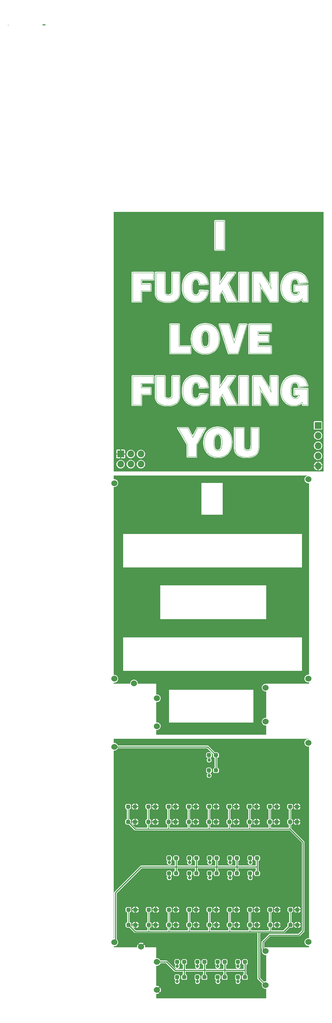
<source format=gbr>
%TF.GenerationSoftware,KiCad,Pcbnew,(6.0.2)*%
%TF.CreationDate,2022-03-28T13:54:43-07:00*%
%TF.ProjectId,i-fucking-love-fucking-you,692d6675-636b-4696-9e67-2d6c6f76652d,rev?*%
%TF.SameCoordinates,Original*%
%TF.FileFunction,Copper,L1,Top*%
%TF.FilePolarity,Positive*%
%FSLAX46Y46*%
G04 Gerber Fmt 4.6, Leading zero omitted, Abs format (unit mm)*
G04 Created by KiCad (PCBNEW (6.0.2)) date 2022-03-28 13:54:43*
%MOMM*%
%LPD*%
G01*
G04 APERTURE LIST*
G04 Aperture macros list*
%AMRoundRect*
0 Rectangle with rounded corners*
0 $1 Rounding radius*
0 $2 $3 $4 $5 $6 $7 $8 $9 X,Y pos of 4 corners*
0 Add a 4 corners polygon primitive as box body*
4,1,4,$2,$3,$4,$5,$6,$7,$8,$9,$2,$3,0*
0 Add four circle primitives for the rounded corners*
1,1,$1+$1,$2,$3*
1,1,$1+$1,$4,$5*
1,1,$1+$1,$6,$7*
1,1,$1+$1,$8,$9*
0 Add four rect primitives between the rounded corners*
20,1,$1+$1,$2,$3,$4,$5,0*
20,1,$1+$1,$4,$5,$6,$7,0*
20,1,$1+$1,$6,$7,$8,$9,0*
20,1,$1+$1,$8,$9,$2,$3,0*%
G04 Aperture macros list end*
%ADD10C,0.072000*%
%ADD11C,0.015000*%
%TA.AperFunction,NonConductor*%
%ADD12C,0.015000*%
%TD*%
%TA.AperFunction,CastellatedPad*%
%ADD13C,1.524000*%
%TD*%
%TA.AperFunction,SMDPad,CuDef*%
%ADD14RoundRect,0.237500X-0.287500X-0.237500X0.287500X-0.237500X0.287500X0.237500X-0.287500X0.237500X0*%
%TD*%
%TA.AperFunction,ComponentPad*%
%ADD15R,1.700000X1.700000*%
%TD*%
%TA.AperFunction,ComponentPad*%
%ADD16O,1.700000X1.700000*%
%TD*%
%TA.AperFunction,ViaPad*%
%ADD17C,0.800000*%
%TD*%
%TA.AperFunction,Conductor*%
%ADD18C,0.250000*%
%TD*%
%TA.AperFunction,Conductor*%
%ADD19C,0.200000*%
%TD*%
G04 APERTURE END LIST*
D10*
X182378867Y-37384600D02*
X180585899Y-37384600D01*
X171726524Y-74740459D02*
X171828568Y-74736179D01*
X171925084Y-74723337D01*
X172016076Y-74701930D01*
X172101545Y-74671955D01*
X172181495Y-74633410D01*
X172255928Y-74586292D01*
X172324848Y-74530597D01*
X172388257Y-74466322D01*
X172446159Y-74393466D01*
X172498555Y-74312024D01*
X172530430Y-74252959D01*
X169232188Y-58885577D02*
X167170274Y-58996319D01*
X171085508Y-44027373D02*
X171143745Y-44089984D01*
X171200136Y-44153894D01*
X171254679Y-44219101D01*
X171307375Y-44285606D01*
X171358224Y-44353409D01*
X171407225Y-44422510D01*
X171454378Y-44492908D01*
X171499683Y-44564604D01*
X171543140Y-44637598D01*
X171584750Y-44711890D01*
X171624511Y-44787479D01*
X171662424Y-44864366D01*
X171698488Y-44942551D01*
X171732704Y-45022034D01*
X171765072Y-45102814D01*
X171795591Y-45184893D01*
X171824261Y-45268268D01*
X171851082Y-45352942D01*
X171876054Y-45438914D01*
X171899177Y-45526183D01*
X171920451Y-45614750D01*
X171939875Y-45704615D01*
X171957450Y-45795777D01*
X171973175Y-45888237D01*
X171987051Y-45981995D01*
X171999077Y-46077051D01*
X172009253Y-46173405D01*
X172017580Y-46271056D01*
X172024056Y-46370005D01*
X172028682Y-46470252D01*
X172031457Y-46571796D01*
X172032383Y-46674639D01*
X159321055Y-61722686D02*
X159394619Y-61721172D01*
X159488801Y-61714448D01*
X159578511Y-61702354D01*
X159663733Y-61684894D01*
X159744454Y-61662078D01*
X159820660Y-61633910D01*
X159892338Y-61600399D01*
X159959474Y-61561551D01*
X159975547Y-61551006D01*
X158405820Y-30186358D02*
X158405820Y-34811163D01*
X167212461Y-34637139D02*
X169232188Y-34758428D01*
X154825156Y-34689873D02*
X152478477Y-34689873D01*
X188540586Y-57094952D02*
X188595630Y-57027307D01*
X188652330Y-56961811D01*
X188710684Y-56898464D01*
X188770693Y-56837266D01*
X188832356Y-56778217D01*
X188895673Y-56721316D01*
X188960645Y-56666564D01*
X189027271Y-56613961D01*
X189095550Y-56563506D01*
X189165484Y-56515199D01*
X189237071Y-56469040D01*
X189310312Y-56425029D01*
X189385206Y-56383166D01*
X189461754Y-56343451D01*
X189539955Y-56305884D01*
X189619809Y-56270464D01*
X189701317Y-56237192D01*
X189784477Y-56206067D01*
X189869290Y-56177089D01*
X189955756Y-56150259D01*
X190043875Y-56125575D01*
X190133646Y-56103039D01*
X190225070Y-56082649D01*
X190318146Y-56064406D01*
X190412875Y-56048310D01*
X190509255Y-56034360D01*
X190607288Y-56022557D01*
X190706972Y-56012900D01*
X190808308Y-56005389D01*
X190911296Y-56000024D01*
X191015936Y-55996805D01*
X191122227Y-55995733D01*
X162070860Y-60873663D02*
X162070073Y-60957622D01*
X162067715Y-61040092D01*
X162063784Y-61121072D01*
X162058281Y-61200562D01*
X162051206Y-61278562D01*
X162042560Y-61355073D01*
X162032341Y-61430095D01*
X162020551Y-61503627D01*
X162007189Y-61575671D01*
X161992256Y-61646225D01*
X161957676Y-61782867D01*
X161916811Y-61913553D01*
X161869663Y-62038286D01*
X161816232Y-62157066D01*
X161756518Y-62269893D01*
X161690524Y-62376769D01*
X161618250Y-62477694D01*
X161539696Y-62572669D01*
X161454863Y-62661695D01*
X161363753Y-62744773D01*
X161266367Y-62821905D01*
X191122227Y-30075616D02*
X191202157Y-30076254D01*
X191281109Y-30078170D01*
X191359083Y-30081363D01*
X191436078Y-30085833D01*
X191512095Y-30091580D01*
X191587133Y-30098604D01*
X191661193Y-30106906D01*
X191734275Y-30116485D01*
X191806378Y-30127340D01*
X191877502Y-30139473D01*
X192016816Y-30167571D01*
X192152215Y-30200777D01*
X192283701Y-30239092D01*
X192411273Y-30282515D01*
X192534931Y-30331047D01*
X192654675Y-30384688D01*
X192770505Y-30443437D01*
X192882422Y-30507295D01*
X192990424Y-30576262D01*
X193094513Y-30650337D01*
X193194688Y-30729522D01*
X182204844Y-32717608D02*
X182225917Y-32803795D01*
X182245630Y-32888335D01*
X182263984Y-32971227D01*
X182280979Y-33052471D01*
X182296614Y-33132066D01*
X182310889Y-33210014D01*
X182323805Y-33286314D01*
X182335361Y-33360967D01*
X182345558Y-33433971D01*
X182358303Y-33540387D01*
X182367990Y-33643096D01*
X182374618Y-33742096D01*
X182378187Y-33837389D01*
X182378867Y-33898858D01*
X169654063Y-46548077D02*
X169653079Y-46432576D01*
X169650128Y-46320742D01*
X169645210Y-46212575D01*
X169638325Y-46108074D01*
X169629472Y-46007240D01*
X169618652Y-45910073D01*
X169605865Y-45816572D01*
X169591111Y-45726738D01*
X169574389Y-45640571D01*
X169555700Y-45558071D01*
X169535044Y-45479237D01*
X169512421Y-45404070D01*
X169487831Y-45332569D01*
X169461273Y-45264736D01*
X169402256Y-45140068D01*
X169335369Y-45030068D01*
X169260614Y-44934734D01*
X169177990Y-44854067D01*
X169087497Y-44788066D01*
X168989135Y-44736733D01*
X168882904Y-44700066D01*
X168768804Y-44678066D01*
X168646836Y-44670733D01*
X150326914Y-56106475D02*
X155531797Y-56106475D01*
X190969297Y-60799834D02*
X190969297Y-59270537D01*
X172868516Y-34664678D02*
X172122031Y-35723467D01*
X179631406Y-50344952D02*
X179631406Y-43146709D01*
X184941758Y-30186358D02*
X186740000Y-30186358D01*
X189998985Y-33740655D02*
X189999324Y-33817936D01*
X190000344Y-33893557D01*
X190002043Y-33967515D01*
X190004423Y-34039811D01*
X190011220Y-34179417D01*
X190020737Y-34312374D01*
X190032973Y-34438680D01*
X190047928Y-34558336D01*
X190065603Y-34671339D01*
X190085996Y-34777690D01*
X190109108Y-34877388D01*
X190134940Y-34970431D01*
X190163490Y-35056818D01*
X190194760Y-35136550D01*
X190228749Y-35209624D01*
X190265457Y-35276041D01*
X190325617Y-35363180D01*
X190347031Y-35388897D01*
X194212461Y-58505889D02*
X192071445Y-58716827D01*
X168253672Y-62708819D02*
X168147701Y-62794388D01*
X168038750Y-62874437D01*
X167926817Y-62948966D01*
X167811902Y-63017974D01*
X167694003Y-63081461D01*
X167573120Y-63139428D01*
X167449251Y-63191873D01*
X167322397Y-63238799D01*
X167192555Y-63280203D01*
X167059726Y-63316087D01*
X166923909Y-63346451D01*
X166785101Y-63371294D01*
X166643304Y-63390616D01*
X166571283Y-63398207D01*
X166498515Y-63404417D01*
X166424999Y-63409248D01*
X166350734Y-63412698D01*
X166275722Y-63414768D01*
X166199961Y-63415459D01*
X182378867Y-33898858D02*
X182378867Y-37384600D01*
X168364414Y-56786748D02*
X168457722Y-56887643D01*
X168545824Y-56992576D01*
X168628720Y-57101547D01*
X168706409Y-57214555D01*
X168778890Y-57331601D01*
X168846161Y-57452684D01*
X168908222Y-57577805D01*
X168965073Y-57706963D01*
X169016712Y-57840158D01*
X169040577Y-57908270D01*
X169063139Y-57977391D01*
X169084397Y-58047522D01*
X169104352Y-58118662D01*
X169123003Y-58190811D01*
X169140351Y-58263970D01*
X169156395Y-58338138D01*
X169171135Y-58413315D01*
X169184571Y-58489502D01*
X169196703Y-58566698D01*
X169207531Y-58644904D01*
X169217054Y-58724119D01*
X169225273Y-58804343D01*
X169232188Y-58885577D01*
X194212461Y-32585772D02*
X192071445Y-32796709D01*
X168604649Y-48820928D02*
X168706693Y-48816633D01*
X168803209Y-48803752D01*
X168894201Y-48782286D01*
X168979670Y-48752239D01*
X169059620Y-48713614D01*
X169134053Y-48666413D01*
X169202973Y-48610640D01*
X169266382Y-48546297D01*
X169324284Y-48473387D01*
X169376680Y-48391914D01*
X169408555Y-48332842D01*
X176092930Y-56106475D02*
X174274766Y-58740850D01*
X167212461Y-60557256D02*
X169232188Y-60678545D01*
X177151719Y-43146709D02*
X178968125Y-43146709D01*
X192071445Y-32796709D02*
X192049053Y-32660691D01*
X192021429Y-32533449D01*
X191988574Y-32414982D01*
X191950485Y-32305290D01*
X191907165Y-32204374D01*
X191858612Y-32112233D01*
X191804828Y-32028867D01*
X191745810Y-31954277D01*
X191681561Y-31888462D01*
X191612079Y-31831422D01*
X191537365Y-31783158D01*
X191457419Y-31743669D01*
X191372241Y-31712955D01*
X191281830Y-31691017D01*
X191186188Y-31677854D01*
X191085313Y-31673467D01*
X162070860Y-34953545D02*
X162070073Y-35037506D01*
X162067715Y-35119980D01*
X162063784Y-35200968D01*
X162058281Y-35280469D01*
X162051206Y-35358483D01*
X162042560Y-35435010D01*
X162032341Y-35510049D01*
X162020551Y-35583602D01*
X162007189Y-35655666D01*
X161992256Y-35726243D01*
X161957676Y-35862935D01*
X161916811Y-35993674D01*
X161869663Y-36118462D01*
X161816232Y-36237296D01*
X161756518Y-36350176D01*
X161690524Y-36457101D01*
X161618250Y-36558071D01*
X161539696Y-36653083D01*
X161454863Y-36742138D01*
X161363753Y-36825235D01*
X161266367Y-36902373D01*
X182378867Y-59818975D02*
X182378867Y-63304717D01*
X160280235Y-35243584D02*
X160294686Y-35165976D01*
X160304508Y-35089429D01*
X160312776Y-35000027D01*
X160317954Y-34924541D01*
X160322251Y-34841824D01*
X160325664Y-34751877D01*
X160328191Y-34654699D01*
X160329829Y-34550291D01*
X160330426Y-34476669D01*
X160330625Y-34399834D01*
X186740000Y-30186358D02*
X186740000Y-37384600D01*
X165469297Y-61327178D02*
X165522149Y-61402571D01*
X165578861Y-61470549D01*
X165639429Y-61531111D01*
X165703851Y-61584258D01*
X165772124Y-61629988D01*
X165844245Y-61668303D01*
X165920211Y-61699202D01*
X166000019Y-61722685D01*
X166083666Y-61738753D01*
X166171149Y-61747405D01*
X166231602Y-61749053D01*
X164174961Y-76264483D02*
X164174961Y-73216436D01*
X180585899Y-63304717D02*
X180585899Y-56106475D01*
X177121250Y-56106475D02*
X179330820Y-56106475D01*
X180134727Y-74123467D02*
X180149178Y-74045859D01*
X180159000Y-73969312D01*
X180167268Y-73879910D01*
X180172446Y-73804424D01*
X180176743Y-73721707D01*
X180180156Y-73631760D01*
X180182683Y-73534582D01*
X180184321Y-73430174D01*
X180184918Y-73356552D01*
X180185117Y-73279717D01*
X174199766Y-75341631D02*
X174139569Y-75405221D01*
X174078291Y-75466792D01*
X174015932Y-75526345D01*
X173952491Y-75583879D01*
X173887968Y-75639395D01*
X173822365Y-75692891D01*
X173755679Y-75744369D01*
X173687912Y-75793828D01*
X173619064Y-75841268D01*
X173549134Y-75886690D01*
X173478123Y-75930093D01*
X173406031Y-75971477D01*
X173332857Y-76010842D01*
X173258601Y-76048189D01*
X173183264Y-76083517D01*
X173106845Y-76116826D01*
X173029345Y-76148117D01*
X172950764Y-76177388D01*
X172871101Y-76204641D01*
X172790357Y-76229875D01*
X172708531Y-76253091D01*
X172625623Y-76274288D01*
X172541635Y-76293466D01*
X172456564Y-76310625D01*
X172370413Y-76325765D01*
X172283179Y-76338887D01*
X172194865Y-76349990D01*
X172105469Y-76359075D01*
X172014991Y-76366140D01*
X171923432Y-76371187D01*
X171830791Y-76374215D01*
X171737070Y-76375225D01*
X179330820Y-37384600D02*
X177121250Y-37384600D01*
X185047227Y-50344952D02*
X179631406Y-50344952D01*
X184941758Y-37384600D02*
X182970078Y-34204131D01*
X166231602Y-61749053D02*
X166338018Y-61744397D01*
X166438419Y-61730431D01*
X166532805Y-61707153D01*
X166621176Y-61674565D01*
X166703533Y-61632666D01*
X166779874Y-61581456D01*
X166850200Y-61520935D01*
X166914511Y-61451104D01*
X166972808Y-61371961D01*
X167025089Y-61283507D01*
X167071355Y-61185742D01*
X167111606Y-61078667D01*
X167145842Y-60962281D01*
X167174063Y-60836583D01*
X167196269Y-60701575D01*
X167212461Y-60557256D01*
X185047227Y-43146709D02*
X185047227Y-44807842D01*
X181798789Y-48625811D02*
X185047227Y-48625811D01*
X160330625Y-30186358D02*
X162070860Y-30186358D01*
X177121250Y-37384600D02*
X177121250Y-30186358D01*
X192161094Y-34879717D02*
X190969297Y-34879717D01*
X170682383Y-72731280D02*
X170683402Y-72854891D01*
X170686461Y-72974579D01*
X170691560Y-73090342D01*
X170698697Y-73202181D01*
X170707874Y-73310096D01*
X170719091Y-73414087D01*
X170732346Y-73514153D01*
X170747641Y-73610295D01*
X170764976Y-73702514D01*
X170784349Y-73790808D01*
X170805762Y-73875177D01*
X170829215Y-73955623D01*
X170854707Y-74032145D01*
X170882238Y-74104742D01*
X170911808Y-74173415D01*
X170943418Y-74238164D01*
X171012755Y-74355889D01*
X171090250Y-74457918D01*
X171175902Y-74544250D01*
X171269712Y-74614885D01*
X171371679Y-74669823D01*
X171481803Y-74709065D01*
X171600085Y-74732610D01*
X171726524Y-74740459D01*
X184941758Y-32316827D02*
X184941758Y-30186358D01*
X180585899Y-56106475D02*
X182674180Y-56106475D01*
X174107188Y-30186358D02*
X176092930Y-30186358D01*
X161266367Y-62821905D02*
X161163940Y-62893748D01*
X161057708Y-62960963D01*
X160947670Y-63023548D01*
X160833826Y-63081502D01*
X160716174Y-63134825D01*
X160594714Y-63183516D01*
X160469445Y-63227573D01*
X160340366Y-63266997D01*
X160207476Y-63301786D01*
X160070774Y-63331939D01*
X159930260Y-63357455D01*
X159858572Y-63368474D01*
X159785932Y-63378334D01*
X159712337Y-63387034D01*
X159637790Y-63394575D01*
X159562288Y-63400955D01*
X159485832Y-63406176D01*
X159408423Y-63410237D01*
X159330059Y-63413138D01*
X159250741Y-63414878D01*
X159170469Y-63415459D01*
X190969297Y-59270537D02*
X194212461Y-59270537D01*
X173329649Y-24424541D02*
X171120078Y-24424541D01*
X187673399Y-33888311D02*
X187674245Y-33787959D01*
X187676784Y-33688613D01*
X187681016Y-33590273D01*
X187686940Y-33492939D01*
X187694558Y-33396610D01*
X187703869Y-33301287D01*
X187714873Y-33206968D01*
X187727570Y-33113655D01*
X187741961Y-33021347D01*
X187758045Y-32930045D01*
X187775823Y-32839746D01*
X187795295Y-32750453D01*
X187816461Y-32662164D01*
X187839320Y-32574880D01*
X187863874Y-32488601D01*
X187890122Y-32403325D01*
X187918064Y-32319054D01*
X187947701Y-32235787D01*
X187979032Y-32153524D01*
X188012058Y-32072265D01*
X188046778Y-31992009D01*
X188083193Y-31912758D01*
X188121304Y-31834509D01*
X188161109Y-31757265D01*
X188202609Y-31681023D01*
X188245805Y-31605785D01*
X188290696Y-31531551D01*
X188337282Y-31458319D01*
X188385565Y-31386090D01*
X188435542Y-31314864D01*
X188487216Y-31244640D01*
X188540586Y-31175420D01*
X182674180Y-56106475D02*
X184351133Y-58742608D01*
X152478477Y-31900225D02*
X152478477Y-33070928D01*
X172122031Y-61643584D02*
X172122031Y-63304717D01*
X162930430Y-33846123D02*
X162931264Y-33740963D01*
X162933767Y-33637080D01*
X162937938Y-33534475D01*
X162943778Y-33433147D01*
X162951286Y-33333096D01*
X162960463Y-33234322D01*
X162971309Y-33136825D01*
X162983823Y-33040605D01*
X162998006Y-32945663D01*
X163013857Y-32851998D01*
X163031377Y-32759609D01*
X163050565Y-32668498D01*
X163071422Y-32578665D01*
X163093947Y-32490108D01*
X163118141Y-32402828D01*
X163144004Y-32316826D01*
X163171535Y-32232101D01*
X163200734Y-32148653D01*
X163231602Y-32066482D01*
X163264139Y-31985588D01*
X163298344Y-31905972D01*
X163334218Y-31827632D01*
X163371760Y-31750570D01*
X163410971Y-31674785D01*
X163451851Y-31600277D01*
X163494399Y-31527047D01*
X163538615Y-31455093D01*
X163584500Y-31384417D01*
X163632054Y-31315017D01*
X163681276Y-31246895D01*
X163732167Y-31180050D01*
X163784727Y-31114483D01*
X180185117Y-69066241D02*
X181925352Y-69066241D01*
X178260313Y-69066241D02*
X178260313Y-73691045D01*
X156984336Y-62845928D02*
X156884401Y-62771935D01*
X156790920Y-62692339D01*
X156703892Y-62607140D01*
X156623316Y-62516338D01*
X156549190Y-62419933D01*
X156481515Y-62317925D01*
X156420290Y-62210314D01*
X156365512Y-62097100D01*
X156317183Y-61978283D01*
X156275300Y-61853862D01*
X156239863Y-61723839D01*
X156210871Y-61588213D01*
X156188323Y-61446984D01*
X156179465Y-61374268D01*
X156172218Y-61300151D01*
X156166582Y-61224634D01*
X156162556Y-61147716D01*
X156160141Y-61069397D01*
X156159336Y-60989678D01*
X188569883Y-36522686D02*
X188514728Y-36461203D01*
X188461324Y-36398375D01*
X188409671Y-36334202D01*
X188359769Y-36268683D01*
X188311618Y-36201818D01*
X188265218Y-36133608D01*
X188220569Y-36064054D01*
X188177671Y-35993154D01*
X188136524Y-35920909D01*
X188097127Y-35847319D01*
X188059482Y-35772384D01*
X188023588Y-35696105D01*
X187989444Y-35618481D01*
X187957052Y-35539513D01*
X187926410Y-35459201D01*
X187897520Y-35377544D01*
X187870380Y-35294543D01*
X187844991Y-35210198D01*
X187821353Y-35124510D01*
X187799467Y-35037477D01*
X187779331Y-34949101D01*
X187760946Y-34859381D01*
X187744312Y-34768318D01*
X187729429Y-34675911D01*
X187716297Y-34582161D01*
X187704916Y-34487068D01*
X187695285Y-34390632D01*
X187687406Y-34292853D01*
X187681278Y-34193732D01*
X187676900Y-34093267D01*
X187674274Y-33991460D01*
X187673399Y-33888311D01*
X187673399Y-59808428D02*
X187674245Y-59708074D01*
X187676784Y-59608724D01*
X187681016Y-59510376D01*
X187686940Y-59413031D01*
X187694558Y-59316689D01*
X187703869Y-59221350D01*
X187714873Y-59127014D01*
X187727570Y-59033681D01*
X187741961Y-58941352D01*
X187758045Y-58850026D01*
X187775823Y-58759703D01*
X187795295Y-58670385D01*
X187816461Y-58582070D01*
X187839320Y-58494759D01*
X187863874Y-58408452D01*
X187890122Y-58323149D01*
X187918064Y-58238851D01*
X187947701Y-58155556D01*
X187979032Y-58073267D01*
X188012058Y-57991981D01*
X188046778Y-57911701D01*
X188083193Y-57832425D01*
X188121304Y-57754154D01*
X188161109Y-57676888D01*
X188202609Y-57600627D01*
X188245805Y-57525371D01*
X188290696Y-57451121D01*
X188337282Y-57377876D01*
X188385565Y-57305636D01*
X188435542Y-57234402D01*
X188487216Y-57164174D01*
X188540586Y-57094952D01*
X172122031Y-59082452D02*
X174107188Y-56106475D01*
X165432383Y-71439288D02*
X166641758Y-69066241D01*
X161991758Y-43146709D02*
X161991758Y-48578350D01*
X184351133Y-58742608D02*
X184412807Y-58840187D01*
X184472586Y-58936270D01*
X184530470Y-59030858D01*
X184586459Y-59123952D01*
X184640553Y-59215552D01*
X184692752Y-59305660D01*
X184743056Y-59394276D01*
X184791464Y-59481401D01*
X184837978Y-59567036D01*
X184882596Y-59651182D01*
X184925319Y-59733840D01*
X184966147Y-59815010D01*
X185005080Y-59894694D01*
X185042117Y-59972892D01*
X185077260Y-60049605D01*
X185110508Y-60124834D01*
X150326914Y-63304717D02*
X150326914Y-56106475D01*
X168646836Y-44670733D02*
X168515288Y-44679096D01*
X168392227Y-44704186D01*
X168277654Y-44746003D01*
X168171567Y-44804546D01*
X168073967Y-44879816D01*
X167984854Y-44971813D01*
X167904228Y-45080536D01*
X167832089Y-45205986D01*
X167799203Y-45274984D01*
X167768437Y-45348163D01*
X167739794Y-45425524D01*
X167713272Y-45507067D01*
X167688872Y-45592791D01*
X167666594Y-45682697D01*
X167646438Y-45776784D01*
X167628403Y-45875054D01*
X167612490Y-45977504D01*
X167598699Y-46084137D01*
X167587029Y-46194951D01*
X167577481Y-46309947D01*
X167570055Y-46429125D01*
X167564751Y-46552484D01*
X167561568Y-46680025D01*
X167560508Y-46811748D01*
X191122227Y-55995733D02*
X191202157Y-55996371D01*
X191281109Y-55998287D01*
X191359083Y-56001480D01*
X191436078Y-56005950D01*
X191512095Y-56011697D01*
X191587133Y-56018721D01*
X191661193Y-56027023D01*
X191734275Y-56036602D01*
X191806378Y-56047458D01*
X191877502Y-56059591D01*
X192016816Y-56087688D01*
X192152215Y-56120894D01*
X192283701Y-56159209D01*
X192411273Y-56202633D01*
X192534931Y-56251165D01*
X192654675Y-56304805D01*
X192770505Y-56363555D01*
X192882422Y-56427413D01*
X192990424Y-56496379D01*
X193094513Y-56570455D01*
X193194688Y-56649639D01*
X170039024Y-63304717D02*
X170039024Y-56106475D01*
X176734531Y-50344952D02*
X174482774Y-50344952D01*
X164828867Y-50344952D02*
X159782188Y-50344952D01*
X166242149Y-57630498D02*
X166115710Y-57638696D01*
X165997428Y-57663292D01*
X165887304Y-57704284D01*
X165785337Y-57761674D01*
X165691527Y-57835461D01*
X165605875Y-57925645D01*
X165528380Y-58032227D01*
X165459043Y-58155205D01*
X165427433Y-58222843D01*
X165397863Y-58294580D01*
X165370332Y-58370417D01*
X165344840Y-58450353D01*
X165321387Y-58534388D01*
X165299974Y-58622522D01*
X165280601Y-58714756D01*
X165263266Y-58811089D01*
X165247971Y-58911521D01*
X165234716Y-59016053D01*
X165223499Y-59124683D01*
X165214322Y-59237414D01*
X165207185Y-59354243D01*
X165202086Y-59475171D01*
X165199027Y-59600199D01*
X165198008Y-59729327D01*
X166199961Y-37495342D02*
X166108886Y-37494394D01*
X166018913Y-37491551D01*
X165930042Y-37486813D01*
X165842273Y-37480180D01*
X165755606Y-37471652D01*
X165670042Y-37461229D01*
X165585579Y-37448911D01*
X165502219Y-37434697D01*
X165419960Y-37418588D01*
X165338804Y-37400585D01*
X165258750Y-37380686D01*
X165179798Y-37358891D01*
X165101947Y-37335202D01*
X165025199Y-37309618D01*
X164949553Y-37282138D01*
X164875010Y-37252764D01*
X164801568Y-37221494D01*
X164729228Y-37188329D01*
X164657990Y-37153269D01*
X164587854Y-37116314D01*
X164518821Y-37077463D01*
X164450889Y-37036718D01*
X164384060Y-36994077D01*
X164318332Y-36949541D01*
X164253707Y-36903110D01*
X164190184Y-36854784D01*
X164127763Y-36804563D01*
X164066443Y-36752446D01*
X164006226Y-36698435D01*
X163947111Y-36642528D01*
X163889098Y-36584726D01*
X163832188Y-36525030D01*
X165469297Y-35407061D02*
X165522149Y-35482454D01*
X165578861Y-35550432D01*
X165639429Y-35610994D01*
X165703851Y-35664141D01*
X165772124Y-35709871D01*
X165844245Y-35748186D01*
X165920211Y-35779085D01*
X166000019Y-35802568D01*
X166083666Y-35818636D01*
X166171149Y-35827288D01*
X166231602Y-35828936D01*
X168253672Y-36788702D02*
X168147701Y-36874271D01*
X168038750Y-36954320D01*
X167926817Y-37028849D01*
X167811902Y-37097856D01*
X167694003Y-37161344D01*
X167573120Y-37219310D01*
X167449251Y-37271756D01*
X167322397Y-37318681D01*
X167192555Y-37360086D01*
X167059726Y-37395970D01*
X166923909Y-37426334D01*
X166785101Y-37451176D01*
X166643304Y-37470499D01*
X166571283Y-37478090D01*
X166498515Y-37484300D01*
X166424999Y-37489131D01*
X166350734Y-37492581D01*
X166275722Y-37494651D01*
X166199961Y-37495342D01*
X161991758Y-48578350D02*
X164828867Y-48578350D01*
X152478477Y-63304717D02*
X150326914Y-63304717D01*
X155531797Y-57820342D02*
X152478477Y-57820342D01*
X171120078Y-17226299D02*
X173329649Y-17226299D01*
X172122031Y-63304717D02*
X170039024Y-63304717D01*
X185047227Y-44807842D02*
X181798789Y-44807842D01*
X152478477Y-37384600D02*
X150326914Y-37384600D01*
X179330820Y-63304717D02*
X177121250Y-63304717D01*
X152478477Y-60609991D02*
X152478477Y-63304717D01*
X152478477Y-34689873D02*
X152478477Y-37384600D01*
X172122031Y-30186358D02*
X172122031Y-33162920D01*
X168364414Y-30866631D02*
X168457722Y-30967526D01*
X168545824Y-31072459D01*
X168628720Y-31181430D01*
X168706409Y-31294438D01*
X168778890Y-31411484D01*
X168846161Y-31532567D01*
X168908222Y-31657687D01*
X168965073Y-31786845D01*
X169016712Y-31920041D01*
X169040577Y-31988153D01*
X169063139Y-32057274D01*
X169084397Y-32127404D01*
X169104352Y-32198544D01*
X169123003Y-32270693D01*
X169140351Y-32343852D01*
X169156395Y-32418020D01*
X169171135Y-32493197D01*
X169184571Y-32569384D01*
X169196703Y-32646580D01*
X169207531Y-32724786D01*
X169217054Y-32804001D01*
X169225273Y-32884225D01*
X169232188Y-32965459D01*
X179330820Y-56106475D02*
X179330820Y-63304717D01*
X194212461Y-63304717D02*
X193131406Y-63304717D01*
X171077891Y-49422100D02*
X171017694Y-49485690D01*
X170956416Y-49547261D01*
X170894057Y-49606814D01*
X170830616Y-49664348D01*
X170766093Y-49719864D01*
X170700490Y-49773360D01*
X170633804Y-49824838D01*
X170566037Y-49874297D01*
X170497189Y-49921737D01*
X170427259Y-49967159D01*
X170356248Y-50010562D01*
X170284156Y-50051946D01*
X170210982Y-50091311D01*
X170136726Y-50128658D01*
X170061389Y-50163986D01*
X169984970Y-50197295D01*
X169907470Y-50228586D01*
X169828889Y-50257857D01*
X169749226Y-50285110D01*
X169668482Y-50310344D01*
X169586656Y-50333560D01*
X169503748Y-50354757D01*
X169419760Y-50373935D01*
X169334689Y-50391094D01*
X169248538Y-50406234D01*
X169161304Y-50419356D01*
X169072990Y-50430459D01*
X168983594Y-50439544D01*
X168893116Y-50446609D01*
X168801557Y-50451656D01*
X168708916Y-50454684D01*
X168615195Y-50455694D01*
X168304063Y-72673272D02*
X168304955Y-72572966D01*
X168307633Y-72473760D01*
X168312097Y-72375651D01*
X168318346Y-72278642D01*
X168326381Y-72182730D01*
X168336201Y-72087916D01*
X168347808Y-71994200D01*
X168361200Y-71901583D01*
X168376379Y-71810063D01*
X168393344Y-71719640D01*
X168412096Y-71630316D01*
X168432633Y-71542088D01*
X168454958Y-71454958D01*
X168479069Y-71368925D01*
X168504966Y-71283990D01*
X168532651Y-71200151D01*
X168562123Y-71117410D01*
X168593382Y-71035765D01*
X168626428Y-70955217D01*
X168661261Y-70875765D01*
X168697882Y-70797410D01*
X168736290Y-70720151D01*
X168776486Y-70643989D01*
X168818469Y-70568922D01*
X168862241Y-70494952D01*
X168907800Y-70422078D01*
X168955148Y-70350300D01*
X169004284Y-70279617D01*
X169055208Y-70210030D01*
X169107920Y-70141538D01*
X169162421Y-70074142D01*
X169218711Y-70007842D01*
X182378867Y-63304717D02*
X180585899Y-63304717D01*
X184941758Y-58236944D02*
X184941758Y-56106475D01*
X166096836Y-44087725D02*
X166154713Y-44023000D01*
X166213977Y-43960331D01*
X166274628Y-43899719D01*
X166336666Y-43841163D01*
X166400090Y-43784663D01*
X166464901Y-43730219D01*
X166531098Y-43677831D01*
X166598682Y-43627498D01*
X166667652Y-43579221D01*
X166738007Y-43533000D01*
X166809749Y-43488834D01*
X166882876Y-43446724D01*
X166957390Y-43406668D01*
X167033289Y-43368668D01*
X167110573Y-43332723D01*
X167189243Y-43298833D01*
X167269298Y-43266997D01*
X167350738Y-43237217D01*
X167433564Y-43209490D01*
X167517774Y-43183819D01*
X167603369Y-43160201D01*
X167690349Y-43138638D01*
X167778714Y-43119129D01*
X167868463Y-43101674D01*
X167959597Y-43086273D01*
X168052115Y-43072926D01*
X168146017Y-43061632D01*
X168241304Y-43052392D01*
X168337974Y-43045206D01*
X168436029Y-43040073D01*
X168535467Y-43036993D01*
X168636289Y-43035967D01*
X164174961Y-73216436D02*
X161753281Y-69066241D01*
X158623789Y-61485381D02*
X158682372Y-61540999D01*
X158749134Y-61589201D01*
X158824066Y-61629988D01*
X158907163Y-61663359D01*
X158998417Y-61689314D01*
X159072207Y-61703914D01*
X159150578Y-61714343D01*
X159233528Y-61720600D01*
X159321055Y-61722686D01*
X191085313Y-31673467D02*
X190953765Y-31681541D01*
X190830704Y-31705766D01*
X190716131Y-31746141D01*
X190610044Y-31802666D01*
X190512444Y-31875340D01*
X190423331Y-31964165D01*
X190342705Y-32069139D01*
X190270566Y-32190264D01*
X190237680Y-32256882D01*
X190206914Y-32327538D01*
X190178271Y-32402231D01*
X190151749Y-32480962D01*
X190127349Y-32563730D01*
X190105071Y-32650536D01*
X190084915Y-32741379D01*
X190066880Y-32836260D01*
X190050967Y-32935178D01*
X190037176Y-33038134D01*
X190025506Y-33145127D01*
X190015958Y-33256157D01*
X190008532Y-33371225D01*
X190003228Y-33490331D01*
X190000045Y-33613474D01*
X189998985Y-33740655D01*
X169260899Y-75367998D02*
X169202013Y-75304382D01*
X169144999Y-75239437D01*
X169089856Y-75173164D01*
X169036584Y-75105562D01*
X168985182Y-75036631D01*
X168935651Y-74966372D01*
X168887991Y-74894784D01*
X168842200Y-74821867D01*
X168798280Y-74747622D01*
X168756230Y-74672048D01*
X168716051Y-74595146D01*
X168677741Y-74516914D01*
X168641301Y-74437355D01*
X168606730Y-74356466D01*
X168574030Y-74274249D01*
X168543198Y-74190703D01*
X168514236Y-74105828D01*
X168487144Y-74019625D01*
X168461920Y-73932093D01*
X168438566Y-73843233D01*
X168417081Y-73753044D01*
X168397464Y-73661526D01*
X168379716Y-73568680D01*
X168363837Y-73474504D01*
X168349827Y-73379001D01*
X168337685Y-73282168D01*
X168327411Y-73184007D01*
X168319005Y-73084517D01*
X168312468Y-72983699D01*
X168307798Y-72881552D01*
X168304996Y-72778076D01*
X168304063Y-72673272D01*
X172122031Y-37384600D02*
X170039024Y-37384600D01*
X161753281Y-69066241D02*
X164170860Y-69066241D01*
X192161094Y-60799834D02*
X190969297Y-60799834D01*
X167560508Y-46811748D02*
X167561527Y-46935359D01*
X167564586Y-47055047D01*
X167569685Y-47170810D01*
X167576822Y-47282649D01*
X167585999Y-47390564D01*
X167597216Y-47494555D01*
X167610471Y-47594622D01*
X167625766Y-47690764D01*
X167643101Y-47782982D01*
X167662474Y-47871276D01*
X167683887Y-47955646D01*
X167707340Y-48036092D01*
X167732832Y-48112613D01*
X167760363Y-48185211D01*
X167789933Y-48253884D01*
X167821543Y-48318633D01*
X167890880Y-48436358D01*
X167968375Y-48538387D01*
X168054027Y-48624719D01*
X168147837Y-48695354D01*
X168249804Y-48750292D01*
X168359928Y-48789534D01*
X168478210Y-48813079D01*
X168604649Y-48820928D01*
X172147227Y-43146709D02*
X174475156Y-43146709D01*
X182970078Y-34204131D02*
X182922692Y-34126642D01*
X182875240Y-34047106D01*
X182827723Y-33965521D01*
X182780142Y-33881884D01*
X182732500Y-33796193D01*
X182684797Y-33708448D01*
X182637036Y-33618647D01*
X182589218Y-33526787D01*
X182541345Y-33432868D01*
X182493420Y-33336886D01*
X182445442Y-33238842D01*
X182397415Y-33138732D01*
X182349340Y-33036555D01*
X182301219Y-32932310D01*
X182253052Y-32825995D01*
X182204844Y-32717608D01*
X173329649Y-17226299D02*
X173329649Y-24424541D01*
X190858555Y-37495342D02*
X190772027Y-37494392D01*
X190686467Y-37491544D01*
X190601876Y-37486797D01*
X190518253Y-37480152D01*
X190435598Y-37471607D01*
X190353911Y-37461163D01*
X190273193Y-37448820D01*
X190193442Y-37434578D01*
X190114660Y-37418436D01*
X190036846Y-37400395D01*
X189960000Y-37380454D01*
X189884122Y-37358613D01*
X189809212Y-37334873D01*
X189735271Y-37309232D01*
X189662298Y-37281692D01*
X189590293Y-37252251D01*
X189519256Y-37220910D01*
X189449187Y-37187668D01*
X189380086Y-37152526D01*
X189311954Y-37115484D01*
X189244790Y-37076540D01*
X189178594Y-37035696D01*
X189113366Y-36992951D01*
X189049106Y-36948305D01*
X188985814Y-36901758D01*
X188923491Y-36853309D01*
X188862136Y-36802959D01*
X188801749Y-36750708D01*
X188742330Y-36696555D01*
X188683879Y-36640500D01*
X188626397Y-36582544D01*
X188569883Y-36522686D01*
X169218711Y-70007842D02*
X169276588Y-69943115D01*
X169335852Y-69880441D01*
X169396503Y-69819821D01*
X169458541Y-69761255D01*
X169521965Y-69704741D01*
X169586776Y-69650282D01*
X169652973Y-69597876D01*
X169720557Y-69547524D01*
X169789527Y-69499225D01*
X169859882Y-69452981D01*
X169931624Y-69408791D01*
X170004751Y-69366655D01*
X170079265Y-69326574D01*
X170155164Y-69288547D01*
X170232448Y-69252575D01*
X170311118Y-69218657D01*
X170391173Y-69186794D01*
X170472613Y-69156986D01*
X170555439Y-69129233D01*
X170639649Y-69103535D01*
X170725244Y-69079892D01*
X170812224Y-69058305D01*
X170900589Y-69038773D01*
X170990338Y-69021297D01*
X171081472Y-69005876D01*
X171173990Y-68992511D01*
X171267892Y-68981202D01*
X171363179Y-68971948D01*
X171459849Y-68964751D01*
X171557904Y-68959610D01*
X171657342Y-68956526D01*
X171758164Y-68955498D01*
X179330820Y-30186358D02*
X179330820Y-37384600D01*
X161266367Y-36902373D02*
X161163940Y-36974210D01*
X161057708Y-37041406D01*
X160947670Y-37103962D01*
X160833826Y-37161879D01*
X160716174Y-37215158D01*
X160594714Y-37263799D01*
X160469445Y-37307804D01*
X160340366Y-37347173D01*
X160207476Y-37381907D01*
X160070774Y-37412007D01*
X159930260Y-37437474D01*
X159858572Y-37448470D01*
X159785932Y-37458308D01*
X159712337Y-37466989D01*
X159637790Y-37474512D01*
X159562288Y-37480877D01*
X159485832Y-37486084D01*
X159408423Y-37490135D01*
X159330059Y-37493027D01*
X159250741Y-37494763D01*
X159170469Y-37495342D01*
X184424961Y-47449834D02*
X181798789Y-47449834D01*
X176013828Y-73949444D02*
X176013828Y-69066241D01*
X162070860Y-56106475D02*
X162070860Y-60873663D01*
X155531797Y-30186358D02*
X155531797Y-31900225D01*
X172122031Y-33162920D02*
X174107188Y-30186358D01*
X181798789Y-45851983D02*
X184424961Y-45851983D01*
X152478477Y-57820342D02*
X152478477Y-58991045D01*
X194212461Y-33350420D02*
X194212461Y-37384600D01*
X186740000Y-63304717D02*
X184941758Y-63304717D01*
X169408555Y-48332842D02*
X169452384Y-48234273D01*
X169479216Y-48160663D01*
X169504138Y-48080734D01*
X169527147Y-47994484D01*
X169548244Y-47901913D01*
X169567427Y-47803021D01*
X169584696Y-47697806D01*
X169600049Y-47586267D01*
X169613486Y-47468404D01*
X169625007Y-47344216D01*
X169634609Y-47213701D01*
X169642293Y-47076859D01*
X169648057Y-46933690D01*
X169650218Y-46859732D01*
X169651900Y-46784192D01*
X169653101Y-46707069D01*
X169653822Y-46628364D01*
X169654063Y-46548077D01*
X192071445Y-58716827D02*
X192049053Y-58580809D01*
X192021429Y-58453566D01*
X191988574Y-58335099D01*
X191950485Y-58225408D01*
X191907165Y-58124491D01*
X191858612Y-58032350D01*
X191804828Y-57948984D01*
X191745810Y-57874394D01*
X191681561Y-57808579D01*
X191612079Y-57751539D01*
X191537365Y-57703275D01*
X191457419Y-57663786D01*
X191372241Y-57633072D01*
X191281830Y-57611134D01*
X191186188Y-57597971D01*
X191085313Y-57593584D01*
X176530625Y-63304717D02*
X174113047Y-63304717D01*
X169232188Y-60678545D02*
X169222611Y-60760669D01*
X169211678Y-60841589D01*
X169199389Y-60921303D01*
X169185744Y-60999812D01*
X169170744Y-61077117D01*
X169154388Y-61153216D01*
X169136676Y-61228110D01*
X169117609Y-61301799D01*
X169097187Y-61374283D01*
X169075410Y-61445562D01*
X169052278Y-61515636D01*
X169027790Y-61584505D01*
X169001948Y-61652169D01*
X168946200Y-61783881D01*
X168885033Y-61910773D01*
X168818450Y-62032845D01*
X168746450Y-62150097D01*
X168669035Y-62262528D01*
X168586205Y-62370139D01*
X168497961Y-62472930D01*
X168404304Y-62570901D01*
X168305235Y-62664051D01*
X168253672Y-62708819D01*
X165182188Y-46753741D02*
X165183080Y-46653434D01*
X165185758Y-46554222D01*
X165190222Y-46456106D01*
X165196471Y-46359085D01*
X165204506Y-46263160D01*
X165214326Y-46168331D01*
X165225933Y-46074597D01*
X165239325Y-45981960D01*
X165254504Y-45890418D01*
X165271469Y-45799973D01*
X165290221Y-45710624D01*
X165310758Y-45622371D01*
X165333083Y-45535215D01*
X165357194Y-45449156D01*
X165383091Y-45364193D01*
X165410776Y-45280327D01*
X165440248Y-45197558D01*
X165471507Y-45115886D01*
X165504553Y-45035311D01*
X165539386Y-44955833D01*
X165576007Y-44877453D01*
X165614415Y-44800170D01*
X165654611Y-44723985D01*
X165696594Y-44648897D01*
X165740366Y-44574907D01*
X165785925Y-44502015D01*
X165833273Y-44430221D01*
X165882409Y-44359525D01*
X165933333Y-44289927D01*
X165986045Y-44221428D01*
X166040546Y-44154027D01*
X166096836Y-44087725D01*
X159321055Y-35802569D02*
X159394619Y-35801069D01*
X159488801Y-35794403D01*
X159578511Y-35782397D01*
X159663733Y-35765043D01*
X159744454Y-35742335D01*
X159820660Y-35714266D01*
X159892338Y-35680829D01*
X159959474Y-35642018D01*
X159975547Y-35631475D01*
X166321250Y-76264483D02*
X164174961Y-76264483D01*
X181798789Y-47449834D02*
X181798789Y-48625811D01*
X158623789Y-35565264D02*
X158682372Y-35620882D01*
X158749134Y-35669084D01*
X158824066Y-35709871D01*
X158907163Y-35743242D01*
X158998417Y-35769197D01*
X159072207Y-35783797D01*
X159150578Y-35794226D01*
X159233528Y-35800483D01*
X159321055Y-35802569D01*
X163832188Y-36525030D02*
X163776708Y-36463664D01*
X163722990Y-36400857D01*
X163671033Y-36336607D01*
X163620838Y-36270916D01*
X163572404Y-36203782D01*
X163525731Y-36135207D01*
X163480819Y-36065190D01*
X163437668Y-35993731D01*
X163396279Y-35920829D01*
X163356651Y-35846486D01*
X163318784Y-35770701D01*
X163282679Y-35693474D01*
X163248334Y-35614805D01*
X163215751Y-35534694D01*
X163184930Y-35453141D01*
X163155869Y-35370147D01*
X163128570Y-35285710D01*
X163103032Y-35199831D01*
X163079255Y-35112510D01*
X163057239Y-35023747D01*
X163036985Y-34933543D01*
X163018492Y-34841896D01*
X163001760Y-34748808D01*
X162986789Y-34654277D01*
X162973580Y-34558305D01*
X162962132Y-34460890D01*
X162952445Y-34362034D01*
X162944519Y-34261735D01*
X162938355Y-34159995D01*
X162933952Y-34056813D01*
X162931310Y-33952189D01*
X162930430Y-33846123D01*
X170039024Y-30186358D02*
X172122031Y-30186358D01*
X163784727Y-57034600D02*
X163838779Y-56970685D01*
X163894150Y-56908799D01*
X163950840Y-56848943D01*
X164008848Y-56791115D01*
X164068174Y-56735317D01*
X164128818Y-56681547D01*
X164190781Y-56629807D01*
X164254062Y-56580095D01*
X164318662Y-56532413D01*
X164384580Y-56486759D01*
X164451816Y-56443135D01*
X164520371Y-56401540D01*
X164590244Y-56361974D01*
X164661435Y-56324437D01*
X164733945Y-56288928D01*
X164807773Y-56255449D01*
X164882919Y-56223999D01*
X164959384Y-56194578D01*
X165037167Y-56167186D01*
X165116269Y-56141823D01*
X165196689Y-56118489D01*
X165278427Y-56097184D01*
X165361484Y-56077909D01*
X165445859Y-56060662D01*
X165531552Y-56045444D01*
X165618564Y-56032255D01*
X165706894Y-56021095D01*
X165796542Y-56011965D01*
X165887509Y-56004863D01*
X165979794Y-55999791D01*
X166073398Y-55996747D01*
X166168320Y-55995733D01*
X159975547Y-61551006D02*
X160036079Y-61507471D01*
X160102763Y-61451111D01*
X160159442Y-61392582D01*
X160206090Y-61331869D01*
X160242679Y-61268959D01*
X160273272Y-61190549D01*
X160280235Y-61163702D01*
X172775938Y-72467608D02*
X172774954Y-72352107D01*
X172772003Y-72240273D01*
X172767085Y-72132106D01*
X172760200Y-72027605D01*
X172751347Y-71926771D01*
X172740527Y-71829604D01*
X172727740Y-71736103D01*
X172712986Y-71646269D01*
X172696264Y-71560102D01*
X172677575Y-71477602D01*
X172656919Y-71398768D01*
X172634296Y-71323601D01*
X172609706Y-71252100D01*
X172583148Y-71184267D01*
X172524131Y-71059599D01*
X172457244Y-70949599D01*
X172382489Y-70854265D01*
X172299865Y-70773598D01*
X172209372Y-70707597D01*
X172111010Y-70656264D01*
X172004779Y-70619597D01*
X171890679Y-70597597D01*
X171768711Y-70590264D01*
X179175547Y-74682452D02*
X179249111Y-74680952D01*
X179343294Y-74674286D01*
X179433003Y-74662280D01*
X179518225Y-74644926D01*
X179598946Y-74622218D01*
X179675152Y-74594149D01*
X179746830Y-74560712D01*
X179813966Y-74521901D01*
X179830039Y-74511358D01*
X192841367Y-62550616D02*
X192755138Y-62655343D01*
X192663882Y-62753313D01*
X192567601Y-62844527D01*
X192466293Y-62928984D01*
X192359959Y-63006685D01*
X192248599Y-63077629D01*
X192132213Y-63141817D01*
X192010800Y-63199248D01*
X191884361Y-63249922D01*
X191752896Y-63293840D01*
X191616405Y-63331001D01*
X191474887Y-63361406D01*
X191402244Y-63374074D01*
X191328343Y-63385054D01*
X191253187Y-63394344D01*
X191176773Y-63401945D01*
X191099103Y-63407857D01*
X191020177Y-63412080D01*
X190939994Y-63414614D01*
X190858555Y-63415459D01*
X170039024Y-37384600D02*
X170039024Y-30186358D01*
X152478477Y-33070928D02*
X154825156Y-33070928D01*
X190347031Y-61308428D02*
X190413587Y-61379588D01*
X190482739Y-61443762D01*
X190554487Y-61500947D01*
X190628830Y-61551140D01*
X190705769Y-61594338D01*
X190785303Y-61630539D01*
X190867433Y-61659739D01*
X190952158Y-61681936D01*
X191039478Y-61697126D01*
X191129395Y-61705307D01*
X191190781Y-61706866D01*
X193131406Y-63304717D02*
X193106455Y-63221923D01*
X193081040Y-63141631D01*
X193055162Y-63063843D01*
X193028821Y-62988558D01*
X193002016Y-62915775D01*
X192974748Y-62845495D01*
X192947016Y-62777718D01*
X192909319Y-62691242D01*
X192870798Y-62609215D01*
X192841367Y-62550616D01*
X165198008Y-59729327D02*
X165198272Y-59802089D01*
X165200387Y-59943194D01*
X165204619Y-60078408D01*
X165210967Y-60207731D01*
X165219434Y-60331162D01*
X165230019Y-60448702D01*
X165242723Y-60560351D01*
X165257548Y-60666108D01*
X165274495Y-60765974D01*
X165293563Y-60859948D01*
X165314755Y-60948031D01*
X165338071Y-61030222D01*
X165363511Y-61106522D01*
X165391077Y-61176931D01*
X165436413Y-61271497D01*
X165469297Y-61327178D01*
X171758164Y-68955498D02*
X171851552Y-68956466D01*
X171943853Y-68959370D01*
X172035066Y-68964211D01*
X172125190Y-68970988D01*
X172214227Y-68979702D01*
X172302176Y-68990352D01*
X172389037Y-69002938D01*
X172474811Y-69017460D01*
X172559497Y-69033919D01*
X172643096Y-69052315D01*
X172725607Y-69072646D01*
X172807032Y-69094914D01*
X172887369Y-69119118D01*
X172966619Y-69145259D01*
X173044783Y-69173336D01*
X173121860Y-69203349D01*
X173197850Y-69235299D01*
X173272754Y-69269185D01*
X173346571Y-69305007D01*
X173419302Y-69342766D01*
X173490947Y-69382461D01*
X173561506Y-69424092D01*
X173630978Y-69467660D01*
X173699365Y-69513164D01*
X173766667Y-69560604D01*
X173832882Y-69609981D01*
X173898012Y-69661294D01*
X173962057Y-69714543D01*
X174025016Y-69769729D01*
X174086890Y-69826851D01*
X174147679Y-69885910D01*
X174207383Y-69946905D01*
X182970078Y-60124248D02*
X182922692Y-60046753D01*
X182875240Y-59967199D01*
X182827723Y-59885587D01*
X182780142Y-59801918D01*
X182732500Y-59716192D01*
X182684797Y-59628411D01*
X182637036Y-59538575D01*
X182589218Y-59446685D01*
X182541345Y-59352741D01*
X182493420Y-59256746D01*
X182445442Y-59158699D01*
X182397415Y-59058602D01*
X182349340Y-58956455D01*
X182301219Y-58852259D01*
X182253052Y-58746015D01*
X182204844Y-58637725D01*
X190347031Y-35388897D02*
X190413587Y-35460042D01*
X190482739Y-35524176D01*
X190554487Y-35581302D01*
X190628830Y-35631423D01*
X190705769Y-35674541D01*
X190785303Y-35710660D01*
X190867433Y-35739781D01*
X190952158Y-35761909D01*
X191039478Y-35777046D01*
X191129395Y-35785196D01*
X191190781Y-35786748D01*
X174113047Y-37384600D02*
X172868516Y-34664678D01*
X159782188Y-50344952D02*
X159782188Y-43146709D01*
X191085313Y-57593584D02*
X190953765Y-57601658D01*
X190830704Y-57625883D01*
X190716131Y-57666258D01*
X190610044Y-57722783D01*
X190512444Y-57795457D01*
X190423331Y-57884282D01*
X190342705Y-57989256D01*
X190270566Y-58110381D01*
X190237680Y-58176999D01*
X190206914Y-58247655D01*
X190178271Y-58322348D01*
X190151749Y-58401079D01*
X190127349Y-58483847D01*
X190105071Y-58570653D01*
X190084915Y-58661496D01*
X190066880Y-58756377D01*
X190050967Y-58855295D01*
X190037176Y-58958251D01*
X190025506Y-59065244D01*
X190015958Y-59176274D01*
X190008532Y-59291342D01*
X190003228Y-59410448D01*
X190000045Y-59533591D01*
X189998985Y-59660772D01*
X186740000Y-56106475D02*
X186740000Y-63304717D01*
X159170469Y-63415459D02*
X159085956Y-63414902D01*
X159002488Y-63413234D01*
X158920063Y-63410453D01*
X158838683Y-63406560D01*
X158758346Y-63401554D01*
X158679054Y-63395436D01*
X158600806Y-63388206D01*
X158523603Y-63379863D01*
X158447444Y-63370408D01*
X158372330Y-63359840D01*
X158298260Y-63348161D01*
X158225236Y-63335368D01*
X158153256Y-63321464D01*
X158082322Y-63306447D01*
X157943589Y-63273076D01*
X157809037Y-63235256D01*
X157678668Y-63192986D01*
X157552482Y-63146266D01*
X157430481Y-63095098D01*
X157312665Y-63039479D01*
X157199035Y-62979412D01*
X157089591Y-62914894D01*
X156984336Y-62845928D01*
X181798789Y-44807842D02*
X181798789Y-45851983D01*
X188569883Y-62442217D02*
X188514728Y-62380736D01*
X188461324Y-62317913D01*
X188409671Y-62253747D01*
X188359769Y-62188239D01*
X188311618Y-62121388D01*
X188265218Y-62053194D01*
X188220569Y-61983656D01*
X188177671Y-61912776D01*
X188136524Y-61840553D01*
X188097127Y-61766986D01*
X188059482Y-61692075D01*
X188023588Y-61615821D01*
X187989444Y-61538224D01*
X187957052Y-61459282D01*
X187926410Y-61378997D01*
X187897520Y-61297368D01*
X187870380Y-61214394D01*
X187844991Y-61130077D01*
X187821353Y-61044415D01*
X187799467Y-60957409D01*
X187779331Y-60869058D01*
X187760946Y-60779362D01*
X187744312Y-60688322D01*
X187729429Y-60595937D01*
X187716297Y-60502207D01*
X187704916Y-60407131D01*
X187695285Y-60310711D01*
X187687406Y-60212945D01*
X187681278Y-60113834D01*
X187676900Y-60013378D01*
X187674274Y-59911575D01*
X187673399Y-59808428D01*
X175821055Y-47755694D02*
X177151719Y-43146709D01*
X164170860Y-69066241D02*
X165432383Y-71439288D01*
X164828867Y-48578350D02*
X164828867Y-50344952D01*
X178260313Y-73691045D02*
X178262228Y-73785488D01*
X178267975Y-73875018D01*
X178277554Y-73959635D01*
X178290964Y-74039339D01*
X178308206Y-74114130D01*
X178329279Y-74184008D01*
X178363336Y-74269537D01*
X178404205Y-74346331D01*
X178451886Y-74414392D01*
X178478281Y-74445147D01*
X166893125Y-32032061D02*
X166840364Y-31974573D01*
X166785901Y-31922740D01*
X166729733Y-31876561D01*
X166652184Y-31823785D01*
X166571592Y-31781062D01*
X166487950Y-31748392D01*
X166401250Y-31725773D01*
X166311486Y-31713208D01*
X166242149Y-31710381D01*
X166893125Y-57952178D02*
X166840364Y-57894690D01*
X166785901Y-57842857D01*
X166729733Y-57796678D01*
X166652184Y-57743902D01*
X166571592Y-57701179D01*
X166487950Y-57668509D01*
X166401250Y-57645890D01*
X166311486Y-57633325D01*
X166242149Y-57630498D01*
X174107188Y-56106475D02*
X176092930Y-56106475D01*
X180585899Y-30186358D02*
X182674180Y-30186358D01*
X154825156Y-33070928D02*
X154825156Y-34689873D01*
X156984336Y-36925811D02*
X156884401Y-36851817D01*
X156790920Y-36772221D01*
X156703892Y-36687022D01*
X156623316Y-36596220D01*
X156549190Y-36499815D01*
X156481515Y-36397807D01*
X156420290Y-36290196D01*
X156365512Y-36176982D01*
X156317183Y-36058165D01*
X156275300Y-35933745D01*
X156239863Y-35803722D01*
X156210871Y-35668095D01*
X156188323Y-35526866D01*
X156179465Y-35454150D01*
X156172218Y-35380034D01*
X156166582Y-35304517D01*
X156162556Y-35227599D01*
X156160141Y-35149280D01*
X156159336Y-35069561D01*
X166139024Y-49448467D02*
X166080138Y-49384851D01*
X166023124Y-49319906D01*
X165967981Y-49253633D01*
X165914709Y-49186031D01*
X165863307Y-49117100D01*
X165813776Y-49046841D01*
X165766116Y-48975253D01*
X165720325Y-48902336D01*
X165676405Y-48828091D01*
X165634355Y-48752517D01*
X165594176Y-48675615D01*
X165555866Y-48597383D01*
X165519426Y-48517824D01*
X165484855Y-48436935D01*
X165452155Y-48354718D01*
X165421323Y-48271172D01*
X165392361Y-48186297D01*
X165365269Y-48100094D01*
X165340045Y-48012562D01*
X165316691Y-47923702D01*
X165295206Y-47833513D01*
X165275589Y-47741995D01*
X165257841Y-47649149D01*
X165241962Y-47554973D01*
X165227952Y-47459470D01*
X165215810Y-47362637D01*
X165205536Y-47264476D01*
X165197130Y-47164986D01*
X165190593Y-47064168D01*
X165185923Y-46962021D01*
X165183121Y-46858545D01*
X165182188Y-46753741D01*
X156159336Y-56106475D02*
X158405820Y-56106475D01*
X166641758Y-69066241D02*
X168574180Y-69066241D01*
X167170274Y-33076202D02*
X167169189Y-32987459D01*
X167165935Y-32901848D01*
X167160513Y-32819368D01*
X167152924Y-32740020D01*
X167143169Y-32663802D01*
X167131248Y-32590715D01*
X167109308Y-32486956D01*
X167082500Y-32390242D01*
X167050828Y-32300573D01*
X167014295Y-32217949D01*
X166972902Y-32142370D01*
X166926653Y-32073836D01*
X166893125Y-32032061D01*
X160330625Y-60319952D02*
X160330625Y-56106475D01*
X162070860Y-30186358D02*
X162070860Y-34953545D01*
X181925352Y-69066241D02*
X181925352Y-73833428D01*
X159782188Y-43146709D02*
X161991758Y-43146709D01*
X152478477Y-58991045D02*
X154825156Y-58991045D01*
X191190781Y-61706866D02*
X191264877Y-61704733D01*
X191336875Y-61698337D01*
X191429614Y-61683176D01*
X191518635Y-61660434D01*
X191603944Y-61630112D01*
X191685549Y-61592209D01*
X191763456Y-61546726D01*
X191837672Y-61493662D01*
X191873399Y-61464288D01*
X191873399Y-35544170D02*
X191939617Y-35480724D01*
X191997205Y-35411675D01*
X192046155Y-35337023D01*
X192086460Y-35256768D01*
X192118113Y-35170909D01*
X192141107Y-35079448D01*
X192152667Y-35007175D01*
X192159350Y-34931751D01*
X192161094Y-34879717D01*
X171768711Y-70590264D02*
X171637163Y-70598627D01*
X171514102Y-70623717D01*
X171399529Y-70665534D01*
X171293442Y-70724077D01*
X171195842Y-70799347D01*
X171106729Y-70891344D01*
X171026103Y-71000067D01*
X170953964Y-71125518D01*
X170921078Y-71194515D01*
X170890312Y-71267694D01*
X170861669Y-71345055D01*
X170835147Y-71426598D01*
X170810747Y-71512322D01*
X170788469Y-71602228D01*
X170768313Y-71696316D01*
X170750278Y-71794585D01*
X170734365Y-71897036D01*
X170720574Y-72003669D01*
X170708904Y-72114483D01*
X170699356Y-72229479D01*
X170691930Y-72348657D01*
X170686626Y-72472016D01*
X170683443Y-72599557D01*
X170682383Y-72731280D01*
X185110508Y-60124834D02*
X185090073Y-60009312D01*
X185070957Y-59893462D01*
X185053159Y-59777281D01*
X185036679Y-59660771D01*
X185021518Y-59543932D01*
X185007675Y-59426762D01*
X184995151Y-59309264D01*
X184983945Y-59191435D01*
X184974057Y-59073277D01*
X184965488Y-58954790D01*
X184958237Y-58835973D01*
X184952304Y-58716826D01*
X184947690Y-58597350D01*
X184944394Y-58477544D01*
X184942417Y-58357409D01*
X184941758Y-58236944D01*
X177121250Y-63304717D02*
X177121250Y-56106475D01*
X172032383Y-46674639D02*
X172031450Y-46781091D01*
X172028654Y-46886215D01*
X172023993Y-46990010D01*
X172017469Y-47092476D01*
X172009079Y-47193614D01*
X171998826Y-47293423D01*
X171986709Y-47391903D01*
X171972727Y-47489055D01*
X171956881Y-47584878D01*
X171939170Y-47679372D01*
X171919596Y-47772538D01*
X171898157Y-47864375D01*
X171874854Y-47954884D01*
X171849687Y-48044064D01*
X171822655Y-48131915D01*
X171793760Y-48218437D01*
X171763000Y-48303631D01*
X171730375Y-48387496D01*
X171695887Y-48470033D01*
X171659534Y-48551240D01*
X171621317Y-48631120D01*
X171581236Y-48709670D01*
X171539290Y-48786892D01*
X171495481Y-48862785D01*
X171449807Y-48937350D01*
X171402269Y-49010586D01*
X171352866Y-49082493D01*
X171301600Y-49153072D01*
X171248469Y-49222322D01*
X171193474Y-49290243D01*
X171136614Y-49356836D01*
X171077891Y-49422100D01*
X176092930Y-30186358D02*
X174274766Y-32820733D01*
X162930430Y-59766241D02*
X162931264Y-59661081D01*
X162933767Y-59557198D01*
X162937938Y-59454593D01*
X162943778Y-59353264D01*
X162951286Y-59253213D01*
X162960463Y-59154439D01*
X162971309Y-59056942D01*
X162983823Y-58960723D01*
X162998006Y-58865780D01*
X163013857Y-58772115D01*
X163031377Y-58679727D01*
X163050565Y-58588616D01*
X163071422Y-58498782D01*
X163093947Y-58410225D01*
X163118141Y-58322946D01*
X163144004Y-58236943D01*
X163171535Y-58152218D01*
X163200734Y-58068770D01*
X163231602Y-57986599D01*
X163264139Y-57905705D01*
X163298344Y-57826089D01*
X163334218Y-57747749D01*
X163371760Y-57670687D01*
X163410971Y-57594902D01*
X163451851Y-57520394D01*
X163494399Y-57447164D01*
X163538615Y-57375210D01*
X163584500Y-57304534D01*
X163632054Y-57235134D01*
X163681276Y-57167012D01*
X163732167Y-57100167D01*
X163784727Y-57034600D01*
X177121250Y-30186358D02*
X179330820Y-30186358D01*
X158405820Y-60731280D02*
X158407735Y-60825722D01*
X158413483Y-60915252D01*
X158423061Y-60999869D01*
X158436472Y-61079573D01*
X158453713Y-61154364D01*
X158474787Y-61224243D01*
X158508844Y-61309771D01*
X158549713Y-61386565D01*
X158597394Y-61454626D01*
X158623789Y-61485381D01*
X190969297Y-33350420D02*
X194212461Y-33350420D01*
X163832188Y-62445147D02*
X163776708Y-62383781D01*
X163722990Y-62320974D01*
X163671033Y-62256724D01*
X163620838Y-62191033D01*
X163572404Y-62123899D01*
X163525731Y-62055324D01*
X163480819Y-61985307D01*
X163437668Y-61913848D01*
X163396279Y-61840946D01*
X163356651Y-61766603D01*
X163318784Y-61690818D01*
X163282679Y-61613591D01*
X163248334Y-61534922D01*
X163215751Y-61454811D01*
X163184930Y-61373258D01*
X163155869Y-61290264D01*
X163128570Y-61205827D01*
X163103032Y-61119948D01*
X163079255Y-61032627D01*
X163057239Y-60943865D01*
X163036985Y-60853660D01*
X163018492Y-60762014D01*
X163001760Y-60668925D01*
X162986789Y-60574395D01*
X162973580Y-60478422D01*
X162962132Y-60381008D01*
X162952445Y-60282151D01*
X162944519Y-60181853D01*
X162938355Y-60080113D01*
X162933952Y-59976931D01*
X162931310Y-59872307D01*
X162930430Y-59766241D01*
X175154258Y-72594170D02*
X175153325Y-72700622D01*
X175150529Y-72805746D01*
X175145868Y-72909541D01*
X175139344Y-73012007D01*
X175130954Y-73113145D01*
X175120701Y-73212954D01*
X175108584Y-73311434D01*
X175094602Y-73408586D01*
X175078756Y-73504409D01*
X175061045Y-73598904D01*
X175041471Y-73692069D01*
X175020032Y-73783907D01*
X174996729Y-73874415D01*
X174971562Y-73963595D01*
X174944530Y-74051446D01*
X174915635Y-74137969D01*
X174884875Y-74223162D01*
X174852250Y-74307028D01*
X174817762Y-74389564D01*
X174781409Y-74470772D01*
X174743192Y-74550651D01*
X174703111Y-74629202D01*
X174661165Y-74706424D01*
X174617356Y-74782317D01*
X174571682Y-74856881D01*
X174524144Y-74930117D01*
X174474741Y-75002024D01*
X174423475Y-75072603D01*
X174370344Y-75141853D01*
X174315349Y-75209774D01*
X174258489Y-75276367D01*
X174199766Y-75341631D01*
X168615195Y-50455694D02*
X168520820Y-50454710D01*
X168427541Y-50451759D01*
X168335358Y-50446841D01*
X168244270Y-50439956D01*
X168154277Y-50431103D01*
X168065381Y-50420283D01*
X167977580Y-50407496D01*
X167890875Y-50392742D01*
X167805266Y-50376020D01*
X167720754Y-50357332D01*
X167637338Y-50336676D01*
X167555018Y-50314052D01*
X167473794Y-50289462D01*
X167393667Y-50262904D01*
X167314637Y-50234379D01*
X167236704Y-50203887D01*
X167159867Y-50171427D01*
X167084128Y-50137001D01*
X167009486Y-50100607D01*
X166935941Y-50062246D01*
X166863493Y-50021917D01*
X166792143Y-49979622D01*
X166721890Y-49935359D01*
X166652735Y-49889128D01*
X166584678Y-49840931D01*
X166517718Y-49790766D01*
X166451857Y-49738635D01*
X166387094Y-49684535D01*
X166323429Y-49628469D01*
X166260862Y-49570435D01*
X166199393Y-49510435D01*
X166139024Y-49448467D01*
X168636289Y-43035967D02*
X168729677Y-43036935D01*
X168821978Y-43039839D01*
X168913191Y-43044680D01*
X169003315Y-43051457D01*
X169092352Y-43060171D01*
X169180301Y-43070821D01*
X169267162Y-43083407D01*
X169352936Y-43097929D01*
X169437622Y-43114388D01*
X169521221Y-43132784D01*
X169603732Y-43153115D01*
X169685157Y-43175383D01*
X169765494Y-43199587D01*
X169844744Y-43225728D01*
X169922908Y-43253805D01*
X169999985Y-43283818D01*
X170075975Y-43315768D01*
X170150879Y-43349654D01*
X170224696Y-43385476D01*
X170297427Y-43423235D01*
X170369072Y-43462930D01*
X170439631Y-43504561D01*
X170509103Y-43548129D01*
X170577490Y-43593633D01*
X170644792Y-43641073D01*
X170711007Y-43690449D01*
X170776137Y-43741762D01*
X170840182Y-43795012D01*
X170903141Y-43850197D01*
X170965015Y-43907319D01*
X171025804Y-43966378D01*
X171085508Y-44027373D01*
X190858555Y-63415459D02*
X190772027Y-63414508D01*
X190686467Y-63411655D01*
X190601876Y-63406900D01*
X190518253Y-63400244D01*
X190435598Y-63391686D01*
X190353911Y-63381226D01*
X190273193Y-63368865D01*
X190193442Y-63354603D01*
X190114660Y-63338440D01*
X190036846Y-63320376D01*
X189960000Y-63300411D01*
X189884122Y-63278545D01*
X189809212Y-63254778D01*
X189735271Y-63229111D01*
X189662298Y-63201543D01*
X189590293Y-63172075D01*
X189519256Y-63140706D01*
X189449187Y-63107438D01*
X189380086Y-63072269D01*
X189311954Y-63035200D01*
X189244790Y-62996232D01*
X189178594Y-62955363D01*
X189113366Y-62912595D01*
X189049106Y-62867928D01*
X188985814Y-62821361D01*
X188923491Y-62772894D01*
X188862136Y-62722529D01*
X188801749Y-62670264D01*
X188742330Y-62616100D01*
X188683879Y-62560038D01*
X188626397Y-62502077D01*
X188569883Y-62442217D01*
X172868516Y-60584209D02*
X172122031Y-61643584D01*
X160280235Y-61163702D02*
X160294686Y-61086093D01*
X160304508Y-61009546D01*
X160312776Y-60920145D01*
X160317954Y-60844658D01*
X160322251Y-60761942D01*
X160325664Y-60671994D01*
X160328191Y-60574817D01*
X160329829Y-60470409D01*
X160330426Y-60396787D01*
X160330625Y-60319952D01*
X150326914Y-37384600D02*
X150326914Y-30186358D01*
X175614805Y-47070147D02*
X175643422Y-47156993D01*
X175671256Y-47243511D01*
X175698294Y-47329698D01*
X175724521Y-47415557D01*
X175749925Y-47501085D01*
X175774491Y-47586284D01*
X175798205Y-47671154D01*
X175821055Y-47755694D01*
X169232188Y-32965459D02*
X167170274Y-33076202D01*
X193194688Y-30729522D02*
X193290742Y-30813402D01*
X193382471Y-30901567D01*
X193469874Y-30994017D01*
X193552952Y-31090752D01*
X193631703Y-31191771D01*
X193706128Y-31297075D01*
X193776228Y-31406663D01*
X193842002Y-31520537D01*
X193903450Y-31638695D01*
X193960572Y-31761137D01*
X194013368Y-31887865D01*
X194061838Y-32018877D01*
X194105983Y-32154173D01*
X194126433Y-32223428D01*
X194145801Y-32293755D01*
X194164088Y-32365152D01*
X194181294Y-32437621D01*
X194197418Y-32511161D01*
X194212461Y-32585772D01*
X186740000Y-37384600D02*
X184941758Y-37384600D01*
X192841367Y-36630498D02*
X192755138Y-36735225D01*
X192663882Y-36833195D01*
X192567601Y-36924409D01*
X192466293Y-37008867D01*
X192359959Y-37086568D01*
X192248599Y-37157512D01*
X192132213Y-37221700D01*
X192010800Y-37279131D01*
X191884361Y-37329805D01*
X191752896Y-37373723D01*
X191616405Y-37410884D01*
X191474887Y-37441289D01*
X191402244Y-37453957D01*
X191328343Y-37464937D01*
X191253187Y-37474227D01*
X191176773Y-37481828D01*
X191099103Y-37487740D01*
X191020177Y-37491963D01*
X190939994Y-37494497D01*
X190858555Y-37495342D01*
X182674180Y-30186358D02*
X184351133Y-32823077D01*
X166168320Y-30075616D02*
X166256991Y-30076388D01*
X166344369Y-30078705D01*
X166430452Y-30082568D01*
X166515242Y-30087975D01*
X166598737Y-30094927D01*
X166680939Y-30103425D01*
X166761847Y-30113467D01*
X166841461Y-30125054D01*
X166919782Y-30138186D01*
X166996810Y-30152863D01*
X167072544Y-30169085D01*
X167146986Y-30186852D01*
X167220134Y-30206164D01*
X167291989Y-30227020D01*
X167362551Y-30249422D01*
X167431821Y-30273369D01*
X167499798Y-30298861D01*
X167631875Y-30354479D01*
X167758782Y-30416277D01*
X167880522Y-30484255D01*
X167997093Y-30558412D01*
X168108499Y-30638750D01*
X168214738Y-30725267D01*
X168315813Y-30817964D01*
X168364414Y-30866631D01*
X184351133Y-32823077D02*
X184412807Y-32920553D01*
X184472586Y-33016546D01*
X184530470Y-33111056D01*
X184586459Y-33204082D01*
X184640553Y-33295626D01*
X184692752Y-33385686D01*
X184743056Y-33474264D01*
X184791464Y-33561358D01*
X184837978Y-33646969D01*
X184882596Y-33731096D01*
X184925319Y-33813741D01*
X184966147Y-33894902D01*
X185005080Y-33974581D01*
X185042117Y-34052776D01*
X185077260Y-34129488D01*
X185110508Y-34204717D01*
X163784727Y-31114483D02*
X163838779Y-31050568D01*
X163894150Y-30988682D01*
X163950840Y-30928826D01*
X164008848Y-30870998D01*
X164068174Y-30815200D01*
X164128818Y-30761430D01*
X164190781Y-30709690D01*
X164254062Y-30659978D01*
X164318662Y-30612296D01*
X164384580Y-30566642D01*
X164451816Y-30523018D01*
X164520371Y-30481423D01*
X164590244Y-30441857D01*
X164661435Y-30404320D01*
X164733945Y-30368811D01*
X164807773Y-30335332D01*
X164882919Y-30303882D01*
X164959384Y-30274461D01*
X165037167Y-30247069D01*
X165116269Y-30221706D01*
X165196689Y-30198372D01*
X165278427Y-30177067D01*
X165361484Y-30157792D01*
X165445859Y-30140545D01*
X165531552Y-30125327D01*
X165618564Y-30112138D01*
X165706894Y-30100978D01*
X165796542Y-30091848D01*
X165887509Y-30084746D01*
X165979794Y-30079674D01*
X166073398Y-30076630D01*
X166168320Y-30075616D01*
X158405820Y-56106475D02*
X158405820Y-60731280D01*
X174207383Y-69946905D02*
X174265620Y-70009516D01*
X174322011Y-70073426D01*
X174376554Y-70138633D01*
X174429250Y-70205138D01*
X174480099Y-70272941D01*
X174529100Y-70342041D01*
X174576253Y-70412440D01*
X174621558Y-70484136D01*
X174665015Y-70557130D01*
X174706625Y-70631421D01*
X174746386Y-70707010D01*
X174784299Y-70783898D01*
X174820363Y-70862082D01*
X174854579Y-70941565D01*
X174886947Y-71022345D01*
X174917466Y-71104424D01*
X174946136Y-71187800D01*
X174972957Y-71272473D01*
X174997929Y-71358445D01*
X175021052Y-71445714D01*
X175042326Y-71534281D01*
X175061750Y-71624146D01*
X175079325Y-71715308D01*
X175095050Y-71807768D01*
X175108926Y-71901526D01*
X175120952Y-71996582D01*
X175131128Y-72092936D01*
X175139455Y-72190587D01*
X175145931Y-72289536D01*
X175150557Y-72389783D01*
X175153332Y-72491327D01*
X175154258Y-72594170D01*
X180185117Y-73279717D02*
X180185117Y-69066241D01*
X160330625Y-34399834D02*
X160330625Y-30186358D01*
X156159336Y-30186358D02*
X158405820Y-30186358D01*
X189998985Y-59660772D02*
X189999324Y-59738052D01*
X190000344Y-59813667D01*
X190002043Y-59887617D01*
X190004423Y-59959903D01*
X190011220Y-60099480D01*
X190020737Y-60232399D01*
X190032973Y-60358661D01*
X190047928Y-60478267D01*
X190065603Y-60591218D01*
X190085996Y-60697514D01*
X190109108Y-60797157D01*
X190134940Y-60890147D01*
X190163490Y-60976485D01*
X190194760Y-61056172D01*
X190228749Y-61129209D01*
X190265457Y-61195597D01*
X190325617Y-61282713D01*
X190347031Y-61308428D01*
X185110508Y-34204717D02*
X185090073Y-34089195D01*
X185070957Y-33973345D01*
X185053159Y-33857164D01*
X185036679Y-33740654D01*
X185021518Y-33623815D01*
X185007675Y-33506645D01*
X184995151Y-33389147D01*
X184983945Y-33271318D01*
X184974057Y-33153160D01*
X184965488Y-33034673D01*
X184958237Y-32915856D01*
X184952304Y-32796709D01*
X184947690Y-32677233D01*
X184944394Y-32557427D01*
X184942417Y-32437292D01*
X184941758Y-32316827D01*
X166168320Y-55995733D02*
X166256991Y-55996505D01*
X166344369Y-55998822D01*
X166430452Y-56002685D01*
X166515242Y-56008092D01*
X166598737Y-56015044D01*
X166680939Y-56023542D01*
X166761847Y-56033584D01*
X166841461Y-56045171D01*
X166919782Y-56058303D01*
X166996810Y-56072980D01*
X167072544Y-56089202D01*
X167146986Y-56106969D01*
X167220134Y-56126281D01*
X167291989Y-56147138D01*
X167362551Y-56169540D01*
X167431821Y-56193486D01*
X167499798Y-56218978D01*
X167631875Y-56274596D01*
X167758782Y-56336394D01*
X167880522Y-56404372D01*
X167997093Y-56478530D01*
X168108499Y-56558867D01*
X168214738Y-56645385D01*
X168315813Y-56738082D01*
X168364414Y-56786748D01*
X174274766Y-32820733D02*
X176530625Y-37384600D01*
X171120078Y-24424541D02*
X171120078Y-17226299D01*
X184941758Y-56106475D02*
X186740000Y-56106475D01*
X159975547Y-35631475D02*
X160036079Y-35587915D01*
X160102763Y-35531467D01*
X160159442Y-35472812D01*
X160206090Y-35411963D01*
X160242679Y-35348933D01*
X160273272Y-35270438D01*
X160280235Y-35243584D01*
X185047227Y-48625811D02*
X185047227Y-50344952D01*
X166321250Y-73216436D02*
X166321250Y-76264483D01*
X172530430Y-74252959D02*
X172574259Y-74154376D01*
X172601091Y-74080742D01*
X172626013Y-74000779D01*
X172649022Y-73914488D01*
X172670119Y-73821871D01*
X172689302Y-73722927D01*
X172706571Y-73617658D01*
X172721924Y-73506064D01*
X172735361Y-73388147D01*
X172746882Y-73263907D01*
X172756484Y-73133345D01*
X172764168Y-72996463D01*
X172769932Y-72853260D01*
X172772093Y-72779289D01*
X172773775Y-72703738D01*
X172774976Y-72626607D01*
X172775697Y-72547897D01*
X172775938Y-72467608D01*
X188540586Y-31175420D02*
X188595630Y-31107773D01*
X188652330Y-31042272D01*
X188710684Y-30978917D01*
X188770693Y-30917709D01*
X188832356Y-30858646D01*
X188895673Y-30801730D01*
X188960645Y-30746961D01*
X189027271Y-30694337D01*
X189095550Y-30643861D01*
X189165484Y-30595531D01*
X189237071Y-30549348D01*
X189310312Y-30505312D01*
X189385206Y-30463423D01*
X189461754Y-30423681D01*
X189539955Y-30386087D01*
X189619809Y-30350640D01*
X189701317Y-30317340D01*
X189784477Y-30286188D01*
X189869290Y-30257183D01*
X189955756Y-30230327D01*
X190043875Y-30205618D01*
X190133646Y-30183057D01*
X190225070Y-30162645D01*
X190318146Y-30144381D01*
X190412875Y-30128265D01*
X190509255Y-30114297D01*
X190607288Y-30102478D01*
X190706972Y-30092808D01*
X190808308Y-30085286D01*
X190911296Y-30079914D01*
X191015936Y-30076690D01*
X191122227Y-30075616D01*
X174274766Y-58740850D02*
X176530625Y-63304717D01*
X154825156Y-58991045D02*
X154825156Y-60609991D01*
X154825156Y-60609991D02*
X152478477Y-60609991D01*
X176530625Y-37384600D02*
X174113047Y-37384600D01*
X179830039Y-74511358D02*
X179890571Y-74467798D01*
X179957255Y-74411350D01*
X180013934Y-74352695D01*
X180060582Y-74291846D01*
X180097171Y-74228816D01*
X180127764Y-74150321D01*
X180134727Y-74123467D01*
X172122031Y-56106475D02*
X172122031Y-59082452D01*
X190969297Y-34879717D02*
X190969297Y-33350420D01*
X181120860Y-75782256D02*
X181018432Y-75854093D01*
X180912200Y-75921289D01*
X180802163Y-75983845D01*
X180688318Y-76041762D01*
X180570667Y-76095041D01*
X180449207Y-76143682D01*
X180323937Y-76187687D01*
X180194858Y-76227056D01*
X180061968Y-76261790D01*
X179925266Y-76291890D01*
X179784752Y-76317357D01*
X179713064Y-76328353D01*
X179640424Y-76338191D01*
X179566830Y-76346872D01*
X179492282Y-76354395D01*
X179416780Y-76360760D01*
X179340324Y-76365967D01*
X179262915Y-76370018D01*
X179184551Y-76372910D01*
X179105233Y-76374646D01*
X179024961Y-76375225D01*
X159170469Y-37495342D02*
X159085956Y-37494785D01*
X159002488Y-37493117D01*
X158920063Y-37490336D01*
X158838683Y-37486443D01*
X158758346Y-37481437D01*
X158679054Y-37475319D01*
X158600806Y-37468089D01*
X158523603Y-37459746D01*
X158447444Y-37450291D01*
X158372330Y-37439723D01*
X158298260Y-37428043D01*
X158225236Y-37415251D01*
X158153256Y-37401347D01*
X158082322Y-37386330D01*
X157943589Y-37352959D01*
X157809037Y-37315138D01*
X157678668Y-37272868D01*
X157552482Y-37226149D01*
X157430481Y-37174980D01*
X157312665Y-37119362D01*
X157199035Y-37059294D01*
X157089591Y-36994777D01*
X156984336Y-36925811D01*
X176838828Y-75805694D02*
X176738893Y-75731700D01*
X176645412Y-75652104D01*
X176558384Y-75566905D01*
X176477808Y-75476103D01*
X176403682Y-75379698D01*
X176336007Y-75277690D01*
X176274782Y-75170079D01*
X176220004Y-75056865D01*
X176171675Y-74938048D01*
X176129792Y-74813628D01*
X176094355Y-74683605D01*
X176065363Y-74547978D01*
X176042815Y-74406749D01*
X176033957Y-74334033D01*
X176026710Y-74259917D01*
X176021074Y-74184400D01*
X176017048Y-74107482D01*
X176014633Y-74029163D01*
X176013828Y-73949444D01*
X179631406Y-43146709D02*
X185047227Y-43146709D01*
X169232188Y-34758428D02*
X169222611Y-34840552D01*
X169211678Y-34921472D01*
X169199389Y-35001186D01*
X169185744Y-35079695D01*
X169170744Y-35157000D01*
X169154388Y-35233099D01*
X169136676Y-35307993D01*
X169117609Y-35381682D01*
X169097187Y-35454166D01*
X169075410Y-35525445D01*
X169052278Y-35595519D01*
X169027790Y-35664388D01*
X169001948Y-35732052D01*
X168946200Y-35863764D01*
X168885033Y-35990656D01*
X168818450Y-36112728D01*
X168746450Y-36229980D01*
X168669035Y-36342411D01*
X168586205Y-36450022D01*
X168497961Y-36552813D01*
X168404304Y-36650784D01*
X168305235Y-36743934D01*
X168253672Y-36788702D01*
X174482774Y-50344952D02*
X172147227Y-43146709D01*
X170039024Y-56106475D02*
X172122031Y-56106475D01*
X160330625Y-56106475D02*
X162070860Y-56106475D01*
X184941758Y-63304717D02*
X182970078Y-60124248D01*
X193194688Y-56649639D02*
X193290742Y-56733519D01*
X193382471Y-56821685D01*
X193469874Y-56914135D01*
X193552952Y-57010869D01*
X193631703Y-57111889D01*
X193706128Y-57217193D01*
X193776228Y-57326781D01*
X193842002Y-57440655D01*
X193903450Y-57558812D01*
X193960572Y-57681255D01*
X194013368Y-57807982D01*
X194061838Y-57938994D01*
X194105983Y-58074291D01*
X194126433Y-58143546D01*
X194145801Y-58213872D01*
X194164088Y-58285269D01*
X194181294Y-58357738D01*
X194197418Y-58431278D01*
X194212461Y-58505889D01*
X167170274Y-58996319D02*
X167169189Y-58907576D01*
X167165935Y-58821965D01*
X167160513Y-58739485D01*
X167152924Y-58660137D01*
X167143169Y-58583919D01*
X167131248Y-58510832D01*
X167109308Y-58407073D01*
X167082500Y-58310359D01*
X167050828Y-58220690D01*
X167014295Y-58138066D01*
X166972902Y-58062487D01*
X166926653Y-57993953D01*
X166893125Y-57952178D01*
X165198008Y-33809209D02*
X165198272Y-33881971D01*
X165200387Y-34023076D01*
X165204619Y-34158291D01*
X165210967Y-34287614D01*
X165219434Y-34411045D01*
X165230019Y-34528585D01*
X165242723Y-34640234D01*
X165257548Y-34745991D01*
X165274495Y-34845857D01*
X165293563Y-34939831D01*
X165314755Y-35027914D01*
X165338071Y-35110105D01*
X165363511Y-35186405D01*
X165391077Y-35256814D01*
X165436413Y-35351380D01*
X165469297Y-35407061D01*
X179024961Y-76375225D02*
X178940448Y-76374668D01*
X178856980Y-76373000D01*
X178774555Y-76370219D01*
X178693175Y-76366326D01*
X178612838Y-76361320D01*
X178533546Y-76355202D01*
X178455298Y-76347972D01*
X178378095Y-76339629D01*
X178301936Y-76330174D01*
X178226822Y-76319606D01*
X178152752Y-76307926D01*
X178079728Y-76295134D01*
X178007748Y-76281230D01*
X177936814Y-76266213D01*
X177798081Y-76232842D01*
X177663529Y-76195021D01*
X177533160Y-76152751D01*
X177406975Y-76106032D01*
X177284973Y-76054863D01*
X177167157Y-75999245D01*
X177053527Y-75939177D01*
X176944083Y-75874660D01*
X176838828Y-75805694D01*
X178478281Y-74445147D02*
X178536864Y-74500765D01*
X178603626Y-74548967D01*
X178678558Y-74589754D01*
X178761655Y-74623125D01*
X178852909Y-74649080D01*
X178926699Y-74663680D01*
X179005070Y-74674109D01*
X179088020Y-74680366D01*
X179175547Y-74682452D01*
X178968125Y-43146709D02*
X176734531Y-50344952D01*
X166199961Y-63415459D02*
X166108886Y-63414511D01*
X166018913Y-63411668D01*
X165930042Y-63406930D01*
X165842273Y-63400297D01*
X165755606Y-63391769D01*
X165670042Y-63381346D01*
X165585579Y-63369028D01*
X165502219Y-63354814D01*
X165419960Y-63338705D01*
X165338804Y-63320702D01*
X165258750Y-63300803D01*
X165179798Y-63279008D01*
X165101947Y-63255319D01*
X165025199Y-63229735D01*
X164949553Y-63202255D01*
X164875010Y-63172881D01*
X164801568Y-63141611D01*
X164729228Y-63108446D01*
X164657990Y-63073386D01*
X164587854Y-63036431D01*
X164518821Y-62997580D01*
X164450889Y-62956835D01*
X164384060Y-62914194D01*
X164318332Y-62869658D01*
X164253707Y-62823227D01*
X164190184Y-62774901D01*
X164127763Y-62724680D01*
X164066443Y-62672563D01*
X164006226Y-62618552D01*
X163947111Y-62562645D01*
X163889098Y-62504843D01*
X163832188Y-62445147D01*
X194212461Y-59270537D02*
X194212461Y-63304717D01*
X191873399Y-61464288D02*
X191939617Y-61400841D01*
X191997205Y-61331792D01*
X192046155Y-61257140D01*
X192086460Y-61176885D01*
X192118113Y-61091026D01*
X192141107Y-60999565D01*
X192152667Y-60927292D01*
X192159350Y-60851868D01*
X192161094Y-60799834D01*
X176013828Y-69066241D02*
X178260313Y-69066241D01*
X171737070Y-76375225D02*
X171642695Y-76374241D01*
X171549416Y-76371290D01*
X171457233Y-76366372D01*
X171366145Y-76359487D01*
X171276152Y-76350634D01*
X171187256Y-76339814D01*
X171099455Y-76327027D01*
X171012750Y-76312273D01*
X170927141Y-76295551D01*
X170842629Y-76276863D01*
X170759213Y-76256207D01*
X170676893Y-76233583D01*
X170595669Y-76208993D01*
X170515542Y-76182435D01*
X170436512Y-76153910D01*
X170358579Y-76123418D01*
X170281742Y-76090958D01*
X170206003Y-76056532D01*
X170131361Y-76020138D01*
X170057816Y-75981777D01*
X169985368Y-75941448D01*
X169914018Y-75899153D01*
X169843765Y-75854890D01*
X169774610Y-75808659D01*
X169706553Y-75760462D01*
X169639593Y-75710297D01*
X169573732Y-75658166D01*
X169508969Y-75604066D01*
X169445304Y-75548000D01*
X169382737Y-75489966D01*
X169321268Y-75429966D01*
X169260899Y-75367998D01*
X194212461Y-37384600D02*
X193131406Y-37384600D01*
X172122031Y-35723467D02*
X172122031Y-37384600D01*
X156159336Y-60989678D02*
X156159336Y-56106475D01*
X174113047Y-63304717D02*
X172868516Y-60584209D01*
X184424961Y-45851983D02*
X184424961Y-47449834D01*
X181925352Y-73833428D02*
X181924567Y-73917389D01*
X181922213Y-73999863D01*
X181918290Y-74080851D01*
X181912797Y-74160352D01*
X181905735Y-74238366D01*
X181897102Y-74314893D01*
X181886899Y-74389932D01*
X181875126Y-74463484D01*
X181861781Y-74535549D01*
X181846866Y-74606126D01*
X181812323Y-74742817D01*
X181771493Y-74873557D01*
X181724375Y-74998345D01*
X181670967Y-75117179D01*
X181611268Y-75230059D01*
X181545276Y-75336984D01*
X181472989Y-75437953D01*
X181394406Y-75532966D01*
X181309524Y-75622021D01*
X181218343Y-75705118D01*
X181120860Y-75782256D01*
X166242149Y-31710381D02*
X166115710Y-31718579D01*
X165997428Y-31743175D01*
X165887304Y-31784167D01*
X165785337Y-31841557D01*
X165691527Y-31915344D01*
X165605875Y-32005528D01*
X165528380Y-32112110D01*
X165459043Y-32235088D01*
X165427433Y-32302726D01*
X165397863Y-32374463D01*
X165370332Y-32450300D01*
X165344840Y-32530235D01*
X165321387Y-32614271D01*
X165299974Y-32702405D01*
X165280601Y-32794639D01*
X165263266Y-32890972D01*
X165247971Y-32991404D01*
X165234716Y-33095935D01*
X165223499Y-33204566D01*
X165214322Y-33317296D01*
X165207185Y-33434125D01*
X165202086Y-33555054D01*
X165199027Y-33680081D01*
X165198008Y-33809209D01*
X174475156Y-43146709D02*
X175614805Y-47070147D01*
X155531797Y-31900225D02*
X152478477Y-31900225D01*
X180585899Y-37384600D02*
X180585899Y-30186358D01*
X158405820Y-34811163D02*
X158407735Y-34905605D01*
X158413483Y-34995135D01*
X158423061Y-35079752D01*
X158436472Y-35159456D01*
X158453713Y-35234247D01*
X158474787Y-35304126D01*
X158508844Y-35389654D01*
X158549713Y-35466448D01*
X158597394Y-35534509D01*
X158623789Y-35565264D01*
X166231602Y-35828936D02*
X166338018Y-35824280D01*
X166438419Y-35810314D01*
X166532805Y-35787036D01*
X166621176Y-35754448D01*
X166703533Y-35712549D01*
X166779874Y-35661339D01*
X166850200Y-35600818D01*
X166914511Y-35530986D01*
X166972808Y-35451843D01*
X167025089Y-35363390D01*
X167071355Y-35265625D01*
X167111606Y-35158550D01*
X167145842Y-35042163D01*
X167174063Y-34916466D01*
X167196269Y-34781458D01*
X167212461Y-34637139D01*
X193131406Y-37384600D02*
X193106455Y-37301806D01*
X193081040Y-37221514D01*
X193055162Y-37143726D01*
X193028821Y-37068441D01*
X193002016Y-36995658D01*
X192974748Y-36925378D01*
X192947016Y-36857601D01*
X192909319Y-36771125D01*
X192870798Y-36689098D01*
X192841367Y-36630498D01*
X155531797Y-56106475D02*
X155531797Y-57820342D01*
X191190781Y-35786748D02*
X191264877Y-35784615D01*
X191336875Y-35778219D01*
X191429614Y-35763058D01*
X191518635Y-35740317D01*
X191603944Y-35709994D01*
X191685549Y-35672092D01*
X191763456Y-35626608D01*
X191837672Y-35573544D01*
X191873399Y-35544170D01*
X168574180Y-69066241D02*
X166321250Y-73216436D01*
X182204844Y-58637725D02*
X182225917Y-58723912D01*
X182245630Y-58808452D01*
X182263984Y-58891344D01*
X182280979Y-58972588D01*
X182296614Y-59052184D01*
X182310889Y-59130132D01*
X182323805Y-59206432D01*
X182335361Y-59281084D01*
X182345558Y-59354088D01*
X182358303Y-59460504D01*
X182367990Y-59563213D01*
X182374618Y-59662213D01*
X182378187Y-59757506D01*
X182378867Y-59818975D01*
X156159336Y-35069561D02*
X156159336Y-30186358D01*
X150326914Y-30186358D02*
X155531797Y-30186358D01*
D11*
D12*
X127819248Y31958638D02*
X127783248Y31958638D01*
X127783248Y31895781D02*
X127783248Y32015781D01*
X127834676Y32015781D01*
X127875819Y32015781D02*
X127875819Y31918638D01*
X127880962Y31907209D01*
X127886105Y31901495D01*
X127896391Y31895781D01*
X127916962Y31895781D01*
X127927248Y31901495D01*
X127932391Y31907209D01*
X127937534Y31918638D01*
X127937534Y32015781D01*
X128050676Y31907209D02*
X128045534Y31901495D01*
X128030105Y31895781D01*
X128019819Y31895781D01*
X128004391Y31901495D01*
X127994105Y31912924D01*
X127988962Y31924352D01*
X127983819Y31947209D01*
X127983819Y31964352D01*
X127988962Y31987209D01*
X127994105Y31998638D01*
X128004391Y32010067D01*
X128019819Y32015781D01*
X128030105Y32015781D01*
X128045534Y32010067D01*
X128050676Y32004352D01*
X128096962Y31895781D02*
X128096962Y32015781D01*
X128158676Y31895781D02*
X128112391Y31964352D01*
X128158676Y32015781D02*
X128096962Y31947209D01*
X128204962Y31895781D02*
X128204962Y32015781D01*
X128256391Y31895781D02*
X128256391Y32015781D01*
X128318105Y31895781D01*
X128318105Y32015781D01*
X128426105Y32010067D02*
X128415819Y32015781D01*
X128400391Y32015781D01*
X128384962Y32010067D01*
X128374676Y31998638D01*
X128369534Y31987209D01*
X128364391Y31964352D01*
X128364391Y31947209D01*
X128369534Y31924352D01*
X128374676Y31912924D01*
X128384962Y31901495D01*
X128400391Y31895781D01*
X128410676Y31895781D01*
X128426105Y31901495D01*
X128431248Y31907209D01*
X128431248Y31947209D01*
X128410676Y31947209D01*
D11*
D12*
X119074316Y31833988D02*
X119074316Y31953988D01*
D13*
%TO.P,,*%
%TO.N,Net-(D39-Pad1)*%
X183750000Y-208634717D03*
%TD*%
%TO.P,,*%
%TO.N,Net-(D21-Pad1)*%
X183750000Y-200134717D03*
%TD*%
%TO.P,,*%
%TO.N,VDD*%
X156450000Y-209834717D03*
%TD*%
%TO.P,,*%
%TO.N,VDD*%
X152500000Y-199034717D03*
%TD*%
%TO.P,,*%
%TO.N,GND*%
X194450000Y-197834717D03*
%TD*%
%TO.P,,*%
%TO.N,GND*%
X194450000Y-147934717D03*
%TD*%
%TO.P,,*%
%TO.N,GND*%
X194450000Y-81934717D03*
%TD*%
%TO.P,,*%
%TO.N,GND*%
X194450000Y-131834717D03*
%TD*%
%TO.P,,*%
%TO.N,Net-(D21-Pad1)*%
X183750000Y-134134717D03*
%TD*%
%TO.P,,*%
%TO.N,Net-(D39-Pad1)*%
X183750000Y-142634717D03*
%TD*%
%TO.P,,*%
%TO.N,VDD*%
X156450000Y-143784717D03*
%TD*%
%TO.P,,*%
%TO.N,VDD*%
X150700000Y-133084717D03*
%TD*%
%TO.P,,*%
%TO.N,Net-(D1-Pad2)*%
X156450000Y-202834717D03*
%TD*%
%TO.P,,*%
%TO.N,Net-(D1-Pad2)*%
X145750000Y-197934717D03*
%TD*%
%TO.P,,*%
%TO.N,Net-(D1-Pad2)*%
X145750000Y-148934717D03*
%TD*%
%TO.P,,*%
%TO.N,Net-(D1-Pad2)*%
X156450000Y-136784717D03*
%TD*%
%TO.P,,*%
%TO.N,Net-(D1-Pad2)*%
X145750000Y-131884717D03*
%TD*%
D14*
%TO.P,D54,1,K*%
%TO.N,Net-(D39-Pad1)*%
X179805000Y-193544717D03*
%TO.P,D54,2,A*%
%TO.N,VDD*%
X181555000Y-193544717D03*
%TD*%
%TO.P,D34,1,K*%
%TO.N,Net-(D21-Pad1)*%
X169545000Y-167734717D03*
%TO.P,D34,2,A*%
%TO.N,VDD*%
X171295000Y-167734717D03*
%TD*%
%TO.P,D20,1,K*%
%TO.N,GND*%
X176785000Y-206644717D03*
%TO.P,D20,2,A*%
%TO.N,Net-(D1-Pad2)*%
X178535000Y-206644717D03*
%TD*%
%TO.P,D44,1,K*%
%TO.N,Net-(D39-Pad1)*%
X174725000Y-189734717D03*
%TO.P,D44,2,A*%
%TO.N,VDD*%
X176475000Y-189734717D03*
%TD*%
%TO.P,D49,1,K*%
%TO.N,Net-(D39-Pad1)*%
X154405000Y-193544717D03*
%TO.P,D49,2,A*%
%TO.N,VDD*%
X156155000Y-193544717D03*
%TD*%
%TO.P,D10,1,K*%
%TO.N,GND*%
X169685000Y-180644717D03*
%TO.P,D10,2,A*%
%TO.N,Net-(D1-Pad2)*%
X171435000Y-180644717D03*
%TD*%
%TO.P,D28,1,K*%
%TO.N,Net-(D21-Pad1)*%
X184785000Y-163924717D03*
%TO.P,D28,2,A*%
%TO.N,VDD*%
X186535000Y-163924717D03*
%TD*%
%TO.P,D25,1,K*%
%TO.N,Net-(D21-Pad1)*%
X169545000Y-163924717D03*
%TO.P,D25,2,A*%
%TO.N,VDD*%
X171295000Y-163924717D03*
%TD*%
%TO.P,D43,1,K*%
%TO.N,Net-(D39-Pad1)*%
X169645000Y-189734717D03*
%TO.P,D43,2,A*%
%TO.N,VDD*%
X171395000Y-189734717D03*
%TD*%
D13*
%TO.P,,*%
%TO.N,Net-(D1-Pad2)*%
X145750000Y-82884717D03*
%TD*%
D14*
%TO.P,D31,1,K*%
%TO.N,Net-(D21-Pad1)*%
X154305000Y-167734717D03*
%TO.P,D31,2,A*%
%TO.N,VDD*%
X156055000Y-167734717D03*
%TD*%
%TO.P,D6,1,K*%
%TO.N,GND*%
X174765000Y-176834717D03*
%TO.P,D6,2,A*%
%TO.N,Net-(D1-Pad2)*%
X176515000Y-176834717D03*
%TD*%
%TO.P,D29,1,K*%
%TO.N,Net-(D21-Pad1)*%
X189865000Y-163924717D03*
%TO.P,D29,2,A*%
%TO.N,VDD*%
X191615000Y-163924717D03*
%TD*%
%TO.P,D1,1,K*%
%TO.N,GND*%
X169525000Y-151034717D03*
%TO.P,D1,2,A*%
%TO.N,Net-(D1-Pad2)*%
X171275000Y-151034717D03*
%TD*%
%TO.P,D3,1,K*%
%TO.N,GND*%
X159525000Y-176834717D03*
%TO.P,D3,2,A*%
%TO.N,Net-(D1-Pad2)*%
X161275000Y-176834717D03*
%TD*%
%TO.P,D33,1,K*%
%TO.N,Net-(D21-Pad1)*%
X164465000Y-167734717D03*
%TO.P,D33,2,A*%
%TO.N,VDD*%
X166215000Y-167734717D03*
%TD*%
%TO.P,D52,1,K*%
%TO.N,Net-(D39-Pad1)*%
X169645000Y-193544717D03*
%TO.P,D52,2,A*%
%TO.N,VDD*%
X171395000Y-193544717D03*
%TD*%
%TO.P,D21,1,K*%
%TO.N,Net-(D21-Pad1)*%
X149225000Y-163924717D03*
%TO.P,D21,2,A*%
%TO.N,VDD*%
X150975000Y-163924717D03*
%TD*%
%TO.P,D12,1,K*%
%TO.N,GND*%
X179845000Y-180644717D03*
%TO.P,D12,2,A*%
%TO.N,Net-(D1-Pad2)*%
X181595000Y-180644717D03*
%TD*%
%TO.P,D45,1,K*%
%TO.N,Net-(D39-Pad1)*%
X179805000Y-189734717D03*
%TO.P,D45,2,A*%
%TO.N,VDD*%
X181555000Y-189734717D03*
%TD*%
%TO.P,D55,1,K*%
%TO.N,Net-(D39-Pad1)*%
X184885000Y-193544717D03*
%TO.P,D55,2,A*%
%TO.N,VDD*%
X186635000Y-193544717D03*
%TD*%
%TO.P,D40,1,K*%
%TO.N,Net-(D39-Pad1)*%
X154405000Y-189734717D03*
%TO.P,D40,2,A*%
%TO.N,VDD*%
X156155000Y-189734717D03*
%TD*%
%TO.P,D39,1,K*%
%TO.N,Net-(D39-Pad1)*%
X149325000Y-189734717D03*
%TO.P,D39,2,A*%
%TO.N,VDD*%
X151075000Y-189734717D03*
%TD*%
%TO.P,D14,1,K*%
%TO.N,GND*%
X166625000Y-202834717D03*
%TO.P,D14,2,A*%
%TO.N,Net-(D1-Pad2)*%
X168375000Y-202834717D03*
%TD*%
%TO.P,D18,1,K*%
%TO.N,GND*%
X166625000Y-206644717D03*
%TO.P,D18,2,A*%
%TO.N,Net-(D1-Pad2)*%
X168375000Y-206644717D03*
%TD*%
%TO.P,D32,1,K*%
%TO.N,Net-(D21-Pad1)*%
X159385000Y-167734717D03*
%TO.P,D32,2,A*%
%TO.N,VDD*%
X161135000Y-167734717D03*
%TD*%
%TO.P,D11,1,K*%
%TO.N,GND*%
X174765000Y-180644717D03*
%TO.P,D11,2,A*%
%TO.N,Net-(D1-Pad2)*%
X176515000Y-180644717D03*
%TD*%
%TO.P,D26,1,K*%
%TO.N,Net-(D21-Pad1)*%
X174625000Y-163924717D03*
%TO.P,D26,2,A*%
%TO.N,VDD*%
X176375000Y-163924717D03*
%TD*%
%TO.P,D47,1,K*%
%TO.N,Net-(D39-Pad1)*%
X189965000Y-189734717D03*
%TO.P,D47,2,A*%
%TO.N,VDD*%
X191715000Y-189734717D03*
%TD*%
%TO.P,D37,1,K*%
%TO.N,Net-(D21-Pad1)*%
X184785000Y-167734717D03*
%TO.P,D37,2,A*%
%TO.N,VDD*%
X186535000Y-167734717D03*
%TD*%
%TO.P,D46,1,K*%
%TO.N,Net-(D39-Pad1)*%
X184885000Y-189734717D03*
%TO.P,D46,2,A*%
%TO.N,VDD*%
X186635000Y-189734717D03*
%TD*%
%TO.P,D30,1,K*%
%TO.N,Net-(D21-Pad1)*%
X149225000Y-167734717D03*
%TO.P,D30,2,A*%
%TO.N,VDD*%
X150975000Y-167734717D03*
%TD*%
%TO.P,D38,1,K*%
%TO.N,Net-(D21-Pad1)*%
X189865000Y-167734717D03*
%TO.P,D38,2,A*%
%TO.N,VDD*%
X191615000Y-167734717D03*
%TD*%
%TO.P,D5,1,K*%
%TO.N,GND*%
X169685000Y-176834717D03*
%TO.P,D5,2,A*%
%TO.N,Net-(D1-Pad2)*%
X171435000Y-176834717D03*
%TD*%
%TO.P,D23,1,K*%
%TO.N,Net-(D21-Pad1)*%
X159385000Y-163924717D03*
%TO.P,D23,2,A*%
%TO.N,VDD*%
X161135000Y-163924717D03*
%TD*%
%TO.P,D56,1,K*%
%TO.N,Net-(D39-Pad1)*%
X189965000Y-193544717D03*
%TO.P,D56,2,A*%
%TO.N,VDD*%
X191715000Y-193544717D03*
%TD*%
%TO.P,D41,1,K*%
%TO.N,Net-(D39-Pad1)*%
X159485000Y-189734717D03*
%TO.P,D41,2,A*%
%TO.N,VDD*%
X161235000Y-189734717D03*
%TD*%
%TO.P,D22,1,K*%
%TO.N,Net-(D21-Pad1)*%
X154305000Y-163924717D03*
%TO.P,D22,2,A*%
%TO.N,VDD*%
X156055000Y-163924717D03*
%TD*%
%TO.P,D17,1,K*%
%TO.N,GND*%
X161545000Y-206644717D03*
%TO.P,D17,2,A*%
%TO.N,Net-(D1-Pad2)*%
X163295000Y-206644717D03*
%TD*%
%TO.P,D53,1,K*%
%TO.N,Net-(D39-Pad1)*%
X174725000Y-193544717D03*
%TO.P,D53,2,A*%
%TO.N,VDD*%
X176475000Y-193544717D03*
%TD*%
%TO.P,D16,1,K*%
%TO.N,GND*%
X176785000Y-202834717D03*
%TO.P,D16,2,A*%
%TO.N,Net-(D1-Pad2)*%
X178535000Y-202834717D03*
%TD*%
%TO.P,D51,1,K*%
%TO.N,Net-(D39-Pad1)*%
X164565000Y-193544717D03*
%TO.P,D51,2,A*%
%TO.N,VDD*%
X166315000Y-193544717D03*
%TD*%
%TO.P,D24,1,K*%
%TO.N,Net-(D21-Pad1)*%
X164465000Y-163924717D03*
%TO.P,D24,2,A*%
%TO.N,VDD*%
X166215000Y-163924717D03*
%TD*%
%TO.P,D48,1,K*%
%TO.N,Net-(D39-Pad1)*%
X149325000Y-193544717D03*
%TO.P,D48,2,A*%
%TO.N,VDD*%
X151075000Y-193544717D03*
%TD*%
%TO.P,D19,1,K*%
%TO.N,GND*%
X171705000Y-206644717D03*
%TO.P,D19,2,A*%
%TO.N,Net-(D1-Pad2)*%
X173455000Y-206644717D03*
%TD*%
%TO.P,D50,1,K*%
%TO.N,Net-(D39-Pad1)*%
X159485000Y-193544717D03*
%TO.P,D50,2,A*%
%TO.N,VDD*%
X161235000Y-193544717D03*
%TD*%
%TO.P,D42,1,K*%
%TO.N,Net-(D39-Pad1)*%
X164565000Y-189734717D03*
%TO.P,D42,2,A*%
%TO.N,VDD*%
X166315000Y-189734717D03*
%TD*%
%TO.P,D8,1,K*%
%TO.N,GND*%
X159525000Y-180644717D03*
%TO.P,D8,2,A*%
%TO.N,Net-(D1-Pad2)*%
X161275000Y-180644717D03*
%TD*%
%TO.P,D27,1,K*%
%TO.N,Net-(D21-Pad1)*%
X179705000Y-163924717D03*
%TO.P,D27,2,A*%
%TO.N,VDD*%
X181455000Y-163924717D03*
%TD*%
%TO.P,D2,1,K*%
%TO.N,GND*%
X169525000Y-154844717D03*
%TO.P,D2,2,A*%
%TO.N,Net-(D1-Pad2)*%
X171275000Y-154844717D03*
%TD*%
%TO.P,D15,1,K*%
%TO.N,GND*%
X171705000Y-202834717D03*
%TO.P,D15,2,A*%
%TO.N,Net-(D1-Pad2)*%
X173455000Y-202834717D03*
%TD*%
%TO.P,D4,1,K*%
%TO.N,GND*%
X164605000Y-176834717D03*
%TO.P,D4,2,A*%
%TO.N,Net-(D1-Pad2)*%
X166355000Y-176834717D03*
%TD*%
%TO.P,D35,1,K*%
%TO.N,Net-(D21-Pad1)*%
X174625000Y-167734717D03*
%TO.P,D35,2,A*%
%TO.N,VDD*%
X176375000Y-167734717D03*
%TD*%
%TO.P,D9,1,K*%
%TO.N,GND*%
X164605000Y-180644717D03*
%TO.P,D9,2,A*%
%TO.N,Net-(D1-Pad2)*%
X166355000Y-180644717D03*
%TD*%
%TO.P,D7,1,K*%
%TO.N,GND*%
X179845000Y-176834717D03*
%TO.P,D7,2,A*%
%TO.N,Net-(D1-Pad2)*%
X181595000Y-176834717D03*
%TD*%
%TO.P,D36,1,K*%
%TO.N,Net-(D21-Pad1)*%
X179705000Y-167734717D03*
%TO.P,D36,2,A*%
%TO.N,VDD*%
X181455000Y-167734717D03*
%TD*%
%TO.P,D13,1,K*%
%TO.N,GND*%
X161545000Y-202834717D03*
%TO.P,D13,2,A*%
%TO.N,Net-(D1-Pad2)*%
X163295000Y-202834717D03*
%TD*%
D15*
%TO.P,J2,1,Pin_1*%
%TO.N,GND*%
X196900000Y-68434717D03*
D16*
%TO.P,J2,2,Pin_2*%
%TO.N,Net-(J2-Pad2)*%
X196900000Y-70974717D03*
%TO.P,J2,3,Pin_3*%
%TO.N,Net-(J2-Pad3)*%
X196900000Y-73514717D03*
%TO.P,J2,4,Pin_4*%
%TO.N,Net-(J2-Pad4)*%
X196900000Y-76054717D03*
%TO.P,J2,5,Pin_5*%
%TO.N,VDD*%
X196900000Y-78594717D03*
%TD*%
D15*
%TO.P,J1,1,Pin_1*%
%TO.N,VDD*%
X147360000Y-75594717D03*
D16*
%TO.P,J1,2,Pin_2*%
%TO.N,GND*%
X147360000Y-78134717D03*
%TO.P,J1,3,Pin_3*%
%TO.N,unconnected-(J1-Pad3)*%
X149900000Y-75594717D03*
%TO.P,J1,4,Pin_4*%
%TO.N,unconnected-(J1-Pad4)*%
X149900000Y-78134717D03*
%TO.P,J1,5,Pin_5*%
%TO.N,unconnected-(J1-Pad5)*%
X152440000Y-75594717D03*
%TO.P,J1,6,Pin_6*%
%TO.N,unconnected-(J1-Pad6)*%
X152440000Y-78134717D03*
%TD*%
D17*
%TO.N,VDD*%
X152500000Y-67184717D03*
X158012500Y-77822217D03*
%TO.N,GND*%
X171730000Y-203947217D03*
X161570000Y-207757217D03*
X174790000Y-181757217D03*
X169550000Y-156122217D03*
X169550000Y-152284717D03*
X169710000Y-177947217D03*
X176810000Y-207757217D03*
X159550000Y-181757217D03*
X176810000Y-203947217D03*
X179870000Y-177947217D03*
X164630000Y-177947217D03*
X164630000Y-181757217D03*
X169710000Y-181757217D03*
X166650000Y-203947217D03*
X161570000Y-203947217D03*
X174790000Y-177947217D03*
X166650000Y-207757217D03*
X171775000Y-207757217D03*
X159550000Y-177947217D03*
X179870000Y-181757217D03*
%TO.N,VDD*%
X191400000Y-75434717D03*
X188800000Y-74734717D03*
%TD*%
D18*
%TO.N,GND*%
X169525000Y-151034717D02*
X169525000Y-152259717D01*
X176785000Y-206507217D02*
X176785000Y-207732217D01*
X169685000Y-176697217D02*
X169685000Y-177922217D01*
X166625000Y-202697217D02*
X166625000Y-203922217D01*
X176785000Y-202697217D02*
X176785000Y-203922217D01*
X171705000Y-202697217D02*
X171705000Y-203922217D01*
X169525000Y-154872217D02*
X169525000Y-156097217D01*
X171750000Y-206507217D02*
X171750000Y-207732217D01*
X169525000Y-152259717D02*
X169550000Y-152284717D01*
X174765000Y-176697217D02*
X174765000Y-177922217D01*
X164605000Y-180507217D02*
X164605000Y-181732217D01*
X169685000Y-180507217D02*
X169685000Y-181732217D01*
X161545000Y-202697217D02*
X161545000Y-203922217D01*
X179845000Y-176697217D02*
X179845000Y-177922217D01*
X166625000Y-206507217D02*
X166625000Y-207732217D01*
X161545000Y-206507217D02*
X161545000Y-207732217D01*
X164605000Y-176697217D02*
X164605000Y-177922217D01*
X159525000Y-176697217D02*
X159525000Y-177922217D01*
X174765000Y-180507217D02*
X174765000Y-181732217D01*
X159525000Y-180507217D02*
X159525000Y-181732217D01*
X179845000Y-180507217D02*
X179845000Y-181732217D01*
%TO.N,Net-(D1-Pad2)*%
X168375000Y-202834717D02*
X168375000Y-206644717D01*
X161275000Y-176834717D02*
X161275000Y-179009717D01*
X178550000Y-206629717D02*
X178535000Y-206644717D01*
X145750000Y-148934717D02*
X169175000Y-148934717D01*
X161275000Y-179009717D02*
X161250000Y-179034717D01*
X176515000Y-176834717D02*
X176515000Y-180644717D01*
X146050000Y-185484717D02*
X152500000Y-179034717D01*
X161000000Y-204934717D02*
X178550000Y-204934717D01*
X163295000Y-202834717D02*
X163295000Y-206644717D01*
X161250000Y-179034717D02*
X181600000Y-179034717D01*
X166355000Y-176834717D02*
X166355000Y-180644717D01*
X171275000Y-151034717D02*
X171275000Y-154844717D01*
X178550000Y-204934717D02*
X178550000Y-202849717D01*
X146050000Y-197634717D02*
X146050000Y-185484717D01*
X145750000Y-197934717D02*
X146050000Y-197634717D01*
X161275000Y-180644717D02*
X161275000Y-179059717D01*
X158900000Y-202834717D02*
X161000000Y-204934717D01*
X169175000Y-148934717D02*
X171275000Y-151034717D01*
X178550000Y-202849717D02*
X178535000Y-202834717D01*
X156450000Y-202834717D02*
X158900000Y-202834717D01*
X161275000Y-179059717D02*
X161250000Y-179034717D01*
X178550000Y-204934717D02*
X178550000Y-206629717D01*
X173455000Y-202834717D02*
X173455000Y-206644717D01*
X171435000Y-176834717D02*
X171435000Y-180644717D01*
X181595000Y-176834717D02*
X181595000Y-180644717D01*
X152500000Y-179034717D02*
X161250000Y-179034717D01*
%TO.N,Net-(D21-Pad1)*%
X164450000Y-169534717D02*
X159400000Y-169534717D01*
X174650000Y-169534717D02*
X169650000Y-169534717D01*
D19*
X159400000Y-167749717D02*
X159400000Y-169534717D01*
X164465000Y-167734717D02*
X164465000Y-169519717D01*
X184785000Y-163924717D02*
X184785000Y-167734717D01*
D18*
X189850000Y-169534717D02*
X184700000Y-169534717D01*
X183050000Y-199434717D02*
X183050000Y-197834717D01*
X184700000Y-169534717D02*
X179800000Y-169534717D01*
D19*
X184785000Y-167734717D02*
X184785000Y-169449717D01*
X189865000Y-163924717D02*
X189865000Y-167734717D01*
D18*
X154400000Y-169534717D02*
X151025000Y-169534717D01*
D19*
X174625000Y-163924717D02*
X174625000Y-167734717D01*
X174625000Y-167734717D02*
X174625000Y-169509717D01*
D18*
X151025000Y-169534717D02*
X149225000Y-167734717D01*
D19*
X164465000Y-169519717D02*
X164450000Y-169534717D01*
X179705000Y-169439717D02*
X179800000Y-169534717D01*
X169545000Y-169429717D02*
X169650000Y-169534717D01*
X174625000Y-169509717D02*
X174650000Y-169534717D01*
D18*
X183750000Y-200134717D02*
X183050000Y-199434717D01*
X193150000Y-172834717D02*
X189850000Y-169534717D01*
D19*
X164465000Y-163924717D02*
X164465000Y-167734717D01*
D18*
X193150000Y-195034717D02*
X193150000Y-172834717D01*
D19*
X159385000Y-163924717D02*
X159385000Y-167734717D01*
X189865000Y-169519717D02*
X189850000Y-169534717D01*
X154305000Y-167734717D02*
X154305000Y-169439717D01*
D18*
X169650000Y-169534717D02*
X164450000Y-169534717D01*
D19*
X159385000Y-167734717D02*
X159400000Y-167749717D01*
X179705000Y-167734717D02*
X179705000Y-169439717D01*
X154305000Y-169439717D02*
X154400000Y-169534717D01*
X169545000Y-163924717D02*
X169545000Y-167734717D01*
X184785000Y-169449717D02*
X184700000Y-169534717D01*
X179705000Y-163924717D02*
X179705000Y-167734717D01*
X189865000Y-167734717D02*
X189865000Y-169519717D01*
D18*
X184800000Y-196084717D02*
X192100000Y-196084717D01*
D19*
X149225000Y-163924717D02*
X149225000Y-167734717D01*
D18*
X159400000Y-169534717D02*
X154400000Y-169534717D01*
X183050000Y-197834717D02*
X184800000Y-196084717D01*
X179800000Y-169534717D02*
X174650000Y-169534717D01*
D19*
X154305000Y-163924717D02*
X154305000Y-167734717D01*
D18*
X192100000Y-196084717D02*
X193150000Y-195034717D01*
D19*
X169545000Y-167734717D02*
X169545000Y-169429717D01*
%TO.N,Net-(D39-Pad1)*%
X189965000Y-193544717D02*
X189965000Y-193569717D01*
X169645000Y-195189717D02*
X169600000Y-195234717D01*
X179805000Y-195189717D02*
X179850000Y-195234717D01*
D18*
X189965000Y-193569717D02*
X188300000Y-195234717D01*
D19*
X179805000Y-193544717D02*
X179805000Y-195189717D01*
X154405000Y-195229717D02*
X154400000Y-195234717D01*
X164565000Y-195199717D02*
X164600000Y-195234717D01*
X154405000Y-189734717D02*
X154405000Y-193544717D01*
X164565000Y-189734717D02*
X164565000Y-193544717D01*
X174725000Y-189734717D02*
X174725000Y-193544717D01*
X184885000Y-189734717D02*
X184885000Y-193544717D01*
X169645000Y-189734717D02*
X169645000Y-193544717D01*
D18*
X188300000Y-195234717D02*
X151015000Y-195234717D01*
D19*
X184885000Y-195169717D02*
X184950000Y-195234717D01*
X189965000Y-189734717D02*
X189965000Y-193544717D01*
X169645000Y-193544717D02*
X169645000Y-195189717D01*
X179805000Y-189734717D02*
X179805000Y-193544717D01*
D18*
X182000000Y-206884717D02*
X182000000Y-195284717D01*
D19*
X164565000Y-193544717D02*
X164565000Y-195199717D01*
X159485000Y-195219717D02*
X159500000Y-195234717D01*
X174725000Y-193544717D02*
X174725000Y-195209717D01*
X154405000Y-193544717D02*
X154405000Y-195229717D01*
X149325000Y-193544717D02*
X149325000Y-193859717D01*
D18*
X183750000Y-208634717D02*
X182000000Y-206884717D01*
D19*
X174725000Y-195209717D02*
X174700000Y-195234717D01*
D18*
X151015000Y-195234717D02*
X149325000Y-193544717D01*
D19*
X184885000Y-193544717D02*
X184885000Y-195169717D01*
X149325000Y-189734717D02*
X149325000Y-193544717D01*
X159485000Y-189734717D02*
X159485000Y-193544717D01*
X159485000Y-193544717D02*
X159485000Y-195219717D01*
%TD*%
%TA.AperFunction,NonConductor*%
G36*
X145832688Y-80934856D02*
G01*
X145860697Y-80939217D01*
X145936226Y-80939217D01*
X145966824Y-80934835D01*
X145968482Y-80934717D01*
X146480889Y-80934717D01*
X146482688Y-80934856D01*
X146510697Y-80939217D01*
X146586226Y-80939217D01*
X146616824Y-80934835D01*
X146618482Y-80934717D01*
X147130889Y-80934717D01*
X147132688Y-80934856D01*
X147160697Y-80939217D01*
X147236226Y-80939217D01*
X147266824Y-80934835D01*
X147268482Y-80934717D01*
X147780889Y-80934717D01*
X147782688Y-80934856D01*
X147810697Y-80939217D01*
X147886226Y-80939217D01*
X147916824Y-80934835D01*
X147918482Y-80934717D01*
X148430889Y-80934717D01*
X148432688Y-80934856D01*
X148460697Y-80939217D01*
X148536226Y-80939217D01*
X148566824Y-80934835D01*
X148568482Y-80934717D01*
X148799459Y-80934717D01*
X148799500Y-80934816D01*
X148799617Y-80935100D01*
X148800000Y-80935258D01*
X148800099Y-80935217D01*
X194587800Y-80935217D01*
X194596073Y-80938644D01*
X194599500Y-80946917D01*
X194599500Y-80969593D01*
X194596073Y-80977866D01*
X194587800Y-80981293D01*
X194586581Y-80981229D01*
X194456752Y-80967584D01*
X194268773Y-80984691D01*
X194188193Y-81008407D01*
X194088243Y-81037824D01*
X194088240Y-81037825D01*
X194087697Y-81037985D01*
X194087199Y-81038246D01*
X194087195Y-81038247D01*
X193920922Y-81125172D01*
X193920918Y-81125175D01*
X193920420Y-81125435D01*
X193919978Y-81125790D01*
X193919974Y-81125793D01*
X193911125Y-81132908D01*
X193773316Y-81243710D01*
X193772956Y-81244139D01*
X193772951Y-81244144D01*
X193652351Y-81387870D01*
X193651986Y-81388305D01*
X193561052Y-81553713D01*
X193503978Y-81733634D01*
X193482937Y-81921213D01*
X193482985Y-81921785D01*
X193496546Y-82083270D01*
X193498732Y-82109307D01*
X193550760Y-82290751D01*
X193637040Y-82458634D01*
X193754285Y-82606561D01*
X193898030Y-82728897D01*
X194062800Y-82820984D01*
X194242317Y-82879312D01*
X194429745Y-82901662D01*
X194430305Y-82901619D01*
X194430307Y-82901619D01*
X194492696Y-82896818D01*
X194586903Y-82889569D01*
X194595414Y-82892352D01*
X194599500Y-82901235D01*
X194599500Y-130869593D01*
X194596073Y-130877866D01*
X194587800Y-130881293D01*
X194586581Y-130881229D01*
X194456752Y-130867584D01*
X194268773Y-130884691D01*
X194188193Y-130908407D01*
X194088243Y-130937824D01*
X194088240Y-130937825D01*
X194087697Y-130937985D01*
X194087199Y-130938246D01*
X194087195Y-130938247D01*
X193920922Y-131025172D01*
X193920918Y-131025175D01*
X193920420Y-131025435D01*
X193919978Y-131025790D01*
X193919974Y-131025793D01*
X193773761Y-131143352D01*
X193773316Y-131143710D01*
X193772956Y-131144139D01*
X193772951Y-131144144D01*
X193652351Y-131287870D01*
X193651986Y-131288305D01*
X193651713Y-131288801D01*
X193651712Y-131288803D01*
X193618344Y-131349500D01*
X193561052Y-131453713D01*
X193503978Y-131633634D01*
X193503915Y-131634199D01*
X193503914Y-131634202D01*
X193496821Y-131697434D01*
X193482937Y-131821213D01*
X193482985Y-131821785D01*
X193490510Y-131911390D01*
X193498732Y-132009307D01*
X193550760Y-132190751D01*
X193637040Y-132358634D01*
X193754285Y-132506561D01*
X193754722Y-132506933D01*
X193754723Y-132506934D01*
X193804738Y-132549500D01*
X193898030Y-132628897D01*
X194062800Y-132720984D01*
X194242317Y-132779312D01*
X194429745Y-132801662D01*
X194430305Y-132801619D01*
X194430307Y-132801619D01*
X194492696Y-132796818D01*
X194586903Y-132789569D01*
X194595414Y-132792352D01*
X194599500Y-132801235D01*
X194599500Y-133122517D01*
X194596073Y-133130790D01*
X194587800Y-133134217D01*
X183900099Y-133134217D01*
X183900000Y-133134176D01*
X183899901Y-133134217D01*
X183899617Y-133134334D01*
X183899459Y-133134717D01*
X183899500Y-133134816D01*
X183899500Y-133169593D01*
X183896073Y-133177866D01*
X183887800Y-133181293D01*
X183886581Y-133181229D01*
X183756752Y-133167584D01*
X183568773Y-133184691D01*
X183488193Y-133208407D01*
X183388243Y-133237824D01*
X183388240Y-133237825D01*
X183387697Y-133237985D01*
X183387199Y-133238246D01*
X183387195Y-133238247D01*
X183220922Y-133325172D01*
X183220918Y-133325175D01*
X183220420Y-133325435D01*
X183219978Y-133325790D01*
X183219974Y-133325793D01*
X183211125Y-133332908D01*
X183073316Y-133443710D01*
X183072956Y-133444139D01*
X183072951Y-133444144D01*
X183044463Y-133478095D01*
X182951986Y-133588305D01*
X182861052Y-133753713D01*
X182860881Y-133754253D01*
X182860879Y-133754257D01*
X182816176Y-133895180D01*
X182803978Y-133933634D01*
X182803915Y-133934199D01*
X182803914Y-133934202D01*
X182783001Y-134120642D01*
X182782937Y-134121213D01*
X182798732Y-134309307D01*
X182850760Y-134490751D01*
X182851024Y-134491264D01*
X182925846Y-134636852D01*
X182937040Y-134658634D01*
X183054285Y-134806561D01*
X183198030Y-134928897D01*
X183362800Y-135020984D01*
X183542317Y-135079312D01*
X183729745Y-135101662D01*
X183730305Y-135101619D01*
X183730307Y-135101619D01*
X183792696Y-135096818D01*
X183886903Y-135089569D01*
X183895414Y-135092352D01*
X183899500Y-135101235D01*
X183899500Y-141669593D01*
X183896073Y-141677866D01*
X183887800Y-141681293D01*
X183886581Y-141681229D01*
X183756752Y-141667584D01*
X183568773Y-141684691D01*
X183488193Y-141708407D01*
X183388243Y-141737824D01*
X183388240Y-141737825D01*
X183387697Y-141737985D01*
X183387199Y-141738246D01*
X183387195Y-141738247D01*
X183220922Y-141825172D01*
X183220918Y-141825175D01*
X183220420Y-141825435D01*
X183219978Y-141825790D01*
X183219974Y-141825793D01*
X183211125Y-141832908D01*
X183073316Y-141943710D01*
X183072956Y-141944139D01*
X183072951Y-141944144D01*
X182952351Y-142087870D01*
X182951986Y-142088305D01*
X182861052Y-142253713D01*
X182803978Y-142433634D01*
X182782937Y-142621213D01*
X182798732Y-142809307D01*
X182798889Y-142809854D01*
X182798889Y-142809855D01*
X182806173Y-142835258D01*
X182850760Y-142990751D01*
X182937040Y-143158634D01*
X183054285Y-143306561D01*
X183198030Y-143428897D01*
X183362800Y-143520984D01*
X183542317Y-143579312D01*
X183729745Y-143601662D01*
X183730305Y-143601619D01*
X183730307Y-143601619D01*
X183799248Y-143596314D01*
X183886903Y-143589569D01*
X183895414Y-143592352D01*
X183899500Y-143601235D01*
X183899500Y-145922517D01*
X183896073Y-145930790D01*
X183887800Y-145934217D01*
X159500099Y-145934217D01*
X159500000Y-145934176D01*
X159499901Y-145934217D01*
X159499617Y-145934334D01*
X159499459Y-145934717D01*
X159269111Y-145934717D01*
X159267311Y-145934578D01*
X159265744Y-145934334D01*
X159239303Y-145930217D01*
X159163774Y-145930217D01*
X159133176Y-145934599D01*
X159131518Y-145934717D01*
X158619111Y-145934717D01*
X158617311Y-145934578D01*
X158615744Y-145934334D01*
X158589303Y-145930217D01*
X158513774Y-145930217D01*
X158483176Y-145934599D01*
X158481518Y-145934717D01*
X157969111Y-145934717D01*
X157967311Y-145934578D01*
X157965744Y-145934334D01*
X157939303Y-145930217D01*
X157863774Y-145930217D01*
X157833176Y-145934599D01*
X157831518Y-145934717D01*
X157319111Y-145934717D01*
X157317311Y-145934578D01*
X157315744Y-145934334D01*
X157289303Y-145930217D01*
X157213774Y-145930217D01*
X157183176Y-145934599D01*
X157181518Y-145934717D01*
X156669111Y-145934717D01*
X156667311Y-145934578D01*
X156665744Y-145934334D01*
X156639303Y-145930217D01*
X156563774Y-145930217D01*
X156533176Y-145934599D01*
X156531518Y-145934717D01*
X156312200Y-145934717D01*
X156303927Y-145931290D01*
X156300500Y-145923017D01*
X156300500Y-144749428D01*
X156303927Y-144741155D01*
X156312200Y-144737728D01*
X156313579Y-144737810D01*
X156429745Y-144751662D01*
X156430305Y-144751619D01*
X156430307Y-144751619D01*
X156617375Y-144737225D01*
X156617376Y-144737225D01*
X156617945Y-144737181D01*
X156799748Y-144686420D01*
X156830307Y-144670984D01*
X156967716Y-144601574D01*
X156968229Y-144601315D01*
X157116970Y-144485105D01*
X157240307Y-144342218D01*
X157333542Y-144178095D01*
X157393123Y-143998989D01*
X157416780Y-143811722D01*
X157417157Y-143784717D01*
X157398738Y-143596862D01*
X157397377Y-143592352D01*
X157344344Y-143416701D01*
X157344343Y-143416699D01*
X157344181Y-143416162D01*
X157255566Y-143249500D01*
X157136266Y-143103225D01*
X156990827Y-142982908D01*
X156824788Y-142893131D01*
X156691030Y-142851726D01*
X156645017Y-142837482D01*
X156645016Y-142837482D01*
X156644474Y-142837314D01*
X156619765Y-142834717D01*
X159499459Y-142834717D01*
X159499500Y-142834816D01*
X159499617Y-142835100D01*
X159500000Y-142835258D01*
X159500099Y-142835217D01*
X180699901Y-142835217D01*
X180700000Y-142835258D01*
X180700099Y-142835217D01*
X180700383Y-142835100D01*
X180700541Y-142834717D01*
X180700500Y-142834618D01*
X180700500Y-134634816D01*
X180700541Y-134634717D01*
X180700383Y-134634334D01*
X180700099Y-134634217D01*
X180700000Y-134634176D01*
X180699901Y-134634217D01*
X159500099Y-134634217D01*
X159500000Y-134634176D01*
X159499901Y-134634217D01*
X159499617Y-134634334D01*
X159499459Y-134634717D01*
X159499500Y-134634816D01*
X159499500Y-142834618D01*
X159499459Y-142834717D01*
X156619765Y-142834717D01*
X156456752Y-142817584D01*
X156313259Y-142830643D01*
X156304711Y-142827980D01*
X156300548Y-142820051D01*
X156300500Y-142818991D01*
X156300500Y-137749428D01*
X156303927Y-137741155D01*
X156312200Y-137737728D01*
X156313579Y-137737810D01*
X156429745Y-137751662D01*
X156430305Y-137751619D01*
X156430307Y-137751619D01*
X156617375Y-137737225D01*
X156617376Y-137737225D01*
X156617945Y-137737181D01*
X156799748Y-137686420D01*
X156830307Y-137670984D01*
X156967716Y-137601574D01*
X156968229Y-137601315D01*
X157116970Y-137485105D01*
X157240307Y-137342218D01*
X157333542Y-137178095D01*
X157393123Y-136998989D01*
X157416780Y-136811722D01*
X157417157Y-136784717D01*
X157398738Y-136596862D01*
X157394745Y-136583634D01*
X157344344Y-136416701D01*
X157344343Y-136416699D01*
X157344181Y-136416162D01*
X157255566Y-136249500D01*
X157136266Y-136103225D01*
X156990827Y-135982908D01*
X156824788Y-135893131D01*
X156644474Y-135837314D01*
X156456752Y-135817584D01*
X156313259Y-135830643D01*
X156304711Y-135827980D01*
X156300548Y-135820051D01*
X156300500Y-135818991D01*
X156300500Y-133134816D01*
X156300541Y-133134717D01*
X156300383Y-133134334D01*
X156300099Y-133134217D01*
X156300000Y-133134176D01*
X156299901Y-133134217D01*
X151677210Y-133134217D01*
X151668937Y-133130790D01*
X151665510Y-133122517D01*
X151665602Y-133121051D01*
X151666738Y-133112052D01*
X151666780Y-133111722D01*
X151667157Y-133084717D01*
X151648738Y-132896862D01*
X151644745Y-132883634D01*
X151594344Y-132716701D01*
X151594343Y-132716699D01*
X151594181Y-132716162D01*
X151586425Y-132701574D01*
X151505831Y-132549999D01*
X151505566Y-132549500D01*
X151418068Y-132442218D01*
X151386625Y-132403665D01*
X151386624Y-132403664D01*
X151386266Y-132403225D01*
X151240827Y-132282908D01*
X151232849Y-132278594D01*
X151075295Y-132193405D01*
X151075294Y-132193405D01*
X151074788Y-132193131D01*
X150894474Y-132137314D01*
X150706752Y-132117584D01*
X150518773Y-132134691D01*
X150438193Y-132158407D01*
X150338243Y-132187824D01*
X150338240Y-132187825D01*
X150337697Y-132187985D01*
X150337199Y-132188246D01*
X150337195Y-132188247D01*
X150170922Y-132275172D01*
X150170918Y-132275175D01*
X150170420Y-132275435D01*
X150169978Y-132275790D01*
X150169974Y-132275793D01*
X150023761Y-132393352D01*
X150023316Y-132393710D01*
X150022956Y-132394139D01*
X150022951Y-132394144D01*
X149928622Y-132506561D01*
X149901986Y-132538305D01*
X149901713Y-132538801D01*
X149901712Y-132538803D01*
X149852183Y-132628897D01*
X149811052Y-132703713D01*
X149810881Y-132704253D01*
X149810879Y-132704257D01*
X149779981Y-132801662D01*
X149753978Y-132883634D01*
X149753915Y-132884199D01*
X149753914Y-132884202D01*
X149752494Y-132896862D01*
X149732937Y-133071213D01*
X149732985Y-133071785D01*
X149737163Y-133121538D01*
X149734440Y-133130069D01*
X149726483Y-133134176D01*
X149725504Y-133134217D01*
X145612200Y-133134217D01*
X145603927Y-133130790D01*
X145600500Y-133122517D01*
X145600500Y-132849428D01*
X145603927Y-132841155D01*
X145612200Y-132837728D01*
X145613579Y-132837810D01*
X145729745Y-132851662D01*
X145730305Y-132851619D01*
X145730307Y-132851619D01*
X145917375Y-132837225D01*
X145917376Y-132837225D01*
X145917945Y-132837181D01*
X146092216Y-132788523D01*
X146099193Y-132786575D01*
X146099748Y-132786420D01*
X146130307Y-132770984D01*
X146228940Y-132721161D01*
X146268229Y-132701315D01*
X146416970Y-132585105D01*
X146484446Y-132506934D01*
X146539936Y-132442648D01*
X146539937Y-132442647D01*
X146540307Y-132442218D01*
X146587533Y-132359085D01*
X146633259Y-132278594D01*
X146633261Y-132278590D01*
X146633542Y-132278095D01*
X146634515Y-132275172D01*
X146692944Y-132099528D01*
X146692945Y-132099525D01*
X146693123Y-132098989D01*
X146716780Y-131911722D01*
X146717157Y-131884717D01*
X146698738Y-131696862D01*
X146694745Y-131683634D01*
X146644344Y-131516701D01*
X146644343Y-131516699D01*
X146644181Y-131516162D01*
X146555566Y-131349500D01*
X146436266Y-131203225D01*
X146290827Y-131082908D01*
X146124788Y-130993131D01*
X145944474Y-130937314D01*
X145756752Y-130917584D01*
X145613259Y-130930643D01*
X145604711Y-130927980D01*
X145600548Y-130920051D01*
X145600500Y-130918991D01*
X145600500Y-129934717D01*
X147999459Y-129934717D01*
X147999500Y-129934816D01*
X147999617Y-129935100D01*
X148000000Y-129935258D01*
X148000099Y-129935217D01*
X192899901Y-129935217D01*
X192900000Y-129935258D01*
X192900099Y-129935217D01*
X192900383Y-129935100D01*
X192900541Y-129934717D01*
X192900500Y-129934618D01*
X192900500Y-121534816D01*
X192900541Y-121534717D01*
X192900383Y-121534334D01*
X192900099Y-121534217D01*
X192900000Y-121534176D01*
X192899901Y-121534217D01*
X148000099Y-121534217D01*
X148000000Y-121534176D01*
X147999901Y-121534217D01*
X147999617Y-121534334D01*
X147999459Y-121534717D01*
X147999500Y-121534816D01*
X147999500Y-129934618D01*
X147999459Y-129934717D01*
X145600500Y-129934717D01*
X145600500Y-116934717D01*
X157299459Y-116934717D01*
X157299500Y-116934816D01*
X157299617Y-116935100D01*
X157300000Y-116935258D01*
X157300099Y-116935217D01*
X183899901Y-116935217D01*
X183900000Y-116935258D01*
X183900099Y-116935217D01*
X183900383Y-116935100D01*
X183900541Y-116934717D01*
X183900500Y-116934618D01*
X183900500Y-108534816D01*
X183900541Y-108534717D01*
X183900383Y-108534334D01*
X183900099Y-108534217D01*
X183900000Y-108534176D01*
X183899901Y-108534217D01*
X157300099Y-108534217D01*
X157300000Y-108534176D01*
X157299901Y-108534217D01*
X157299617Y-108534334D01*
X157299459Y-108534717D01*
X157299500Y-108534816D01*
X157299500Y-116934618D01*
X157299459Y-116934717D01*
X145600500Y-116934717D01*
X145600500Y-104034717D01*
X147999459Y-104034717D01*
X147999500Y-104034816D01*
X147999617Y-104035100D01*
X148000000Y-104035258D01*
X148000099Y-104035217D01*
X192899901Y-104035217D01*
X192900000Y-104035258D01*
X192900099Y-104035217D01*
X192900383Y-104035100D01*
X192900541Y-104034717D01*
X192900500Y-104034618D01*
X192900500Y-95634816D01*
X192900541Y-95634717D01*
X192900383Y-95634334D01*
X192900099Y-95634217D01*
X192900000Y-95634176D01*
X192899901Y-95634217D01*
X148000099Y-95634217D01*
X148000000Y-95634176D01*
X147999901Y-95634217D01*
X147999617Y-95634334D01*
X147999459Y-95634717D01*
X147999500Y-95634816D01*
X147999500Y-104034618D01*
X147999459Y-104034717D01*
X145600500Y-104034717D01*
X145600500Y-90834717D01*
X167599459Y-90834717D01*
X167599500Y-90834816D01*
X167599617Y-90835100D01*
X167600000Y-90835258D01*
X167600099Y-90835217D01*
X172999901Y-90835217D01*
X173000000Y-90835258D01*
X173000099Y-90835217D01*
X173000383Y-90835100D01*
X173000541Y-90834717D01*
X173000500Y-90834618D01*
X173000500Y-82834816D01*
X173000541Y-82834717D01*
X173000383Y-82834334D01*
X173000099Y-82834217D01*
X173000000Y-82834176D01*
X172999901Y-82834217D01*
X167600099Y-82834217D01*
X167600000Y-82834176D01*
X167599901Y-82834217D01*
X167599617Y-82834334D01*
X167599459Y-82834717D01*
X167599500Y-82834816D01*
X167599500Y-90834618D01*
X167599459Y-90834717D01*
X145600500Y-90834717D01*
X145600500Y-83849428D01*
X145603927Y-83841155D01*
X145612200Y-83837728D01*
X145613579Y-83837810D01*
X145729745Y-83851662D01*
X145730305Y-83851619D01*
X145730307Y-83851619D01*
X145917375Y-83837225D01*
X145917376Y-83837225D01*
X145917945Y-83837181D01*
X146099748Y-83786420D01*
X146130307Y-83770984D01*
X146267716Y-83701574D01*
X146268229Y-83701315D01*
X146416970Y-83585105D01*
X146540307Y-83442218D01*
X146633542Y-83278095D01*
X146693123Y-83098989D01*
X146716780Y-82911722D01*
X146716921Y-82901662D01*
X146717104Y-82888523D01*
X146717157Y-82884717D01*
X146698738Y-82696862D01*
X146694745Y-82683634D01*
X146644344Y-82516701D01*
X146644343Y-82516699D01*
X146644181Y-82516162D01*
X146555566Y-82349500D01*
X146538108Y-82328095D01*
X146436625Y-82203665D01*
X146436624Y-82203664D01*
X146436266Y-82203225D01*
X146290827Y-82082908D01*
X146124788Y-81993131D01*
X145944474Y-81937314D01*
X145756752Y-81917584D01*
X145613259Y-81930643D01*
X145604711Y-81927980D01*
X145600548Y-81920051D01*
X145600500Y-81918991D01*
X145600500Y-80946417D01*
X145603927Y-80938144D01*
X145612200Y-80934717D01*
X145830889Y-80934717D01*
X145832688Y-80934856D01*
G37*
%TD.AperFunction*%
%TA.AperFunction,Conductor*%
%TO.N,VDD*%
G36*
X198296073Y-14938644D02*
G01*
X198299500Y-14946917D01*
X198299500Y-79922517D01*
X198296073Y-79930790D01*
X198287800Y-79934217D01*
X148800099Y-79934217D01*
X148800000Y-79934176D01*
X148799901Y-79934217D01*
X148799617Y-79934334D01*
X148799459Y-79934717D01*
X148569111Y-79934717D01*
X148567311Y-79934578D01*
X148565744Y-79934334D01*
X148539303Y-79930217D01*
X148463774Y-79930217D01*
X148433176Y-79934599D01*
X148431518Y-79934717D01*
X147919111Y-79934717D01*
X147917311Y-79934578D01*
X147915744Y-79934334D01*
X147889303Y-79930217D01*
X147813774Y-79930217D01*
X147783176Y-79934599D01*
X147781518Y-79934717D01*
X147269111Y-79934717D01*
X147267311Y-79934578D01*
X147265744Y-79934334D01*
X147239303Y-79930217D01*
X147163774Y-79930217D01*
X147133176Y-79934599D01*
X147131518Y-79934717D01*
X146619111Y-79934717D01*
X146617311Y-79934578D01*
X146615744Y-79934334D01*
X146589303Y-79930217D01*
X146513774Y-79930217D01*
X146483176Y-79934599D01*
X146481518Y-79934717D01*
X145969111Y-79934717D01*
X145967311Y-79934578D01*
X145965744Y-79934334D01*
X145939303Y-79930217D01*
X145863774Y-79930217D01*
X145833176Y-79934599D01*
X145831518Y-79934717D01*
X145612200Y-79934717D01*
X145603927Y-79931290D01*
X145600500Y-79923017D01*
X145600500Y-78119979D01*
X146304520Y-78119979D01*
X146321759Y-78325270D01*
X146378544Y-78523303D01*
X146472712Y-78706535D01*
X146600677Y-78867987D01*
X146757564Y-79001508D01*
X146937398Y-79102014D01*
X146937937Y-79102189D01*
X146937939Y-79102190D01*
X147020945Y-79129160D01*
X147133329Y-79165676D01*
X147337894Y-79190068D01*
X147338454Y-79190025D01*
X147338456Y-79190025D01*
X147542730Y-79174307D01*
X147542731Y-79174307D01*
X147543300Y-79174263D01*
X147741725Y-79118862D01*
X147775079Y-79102014D01*
X147925097Y-79026234D01*
X147925610Y-79025975D01*
X148087951Y-78899141D01*
X148222564Y-78743189D01*
X148324323Y-78564061D01*
X148337882Y-78523303D01*
X148389172Y-78369119D01*
X148389173Y-78369116D01*
X148389351Y-78368580D01*
X148415171Y-78164191D01*
X148415583Y-78134717D01*
X148414138Y-78119979D01*
X148844520Y-78119979D01*
X148861759Y-78325270D01*
X148918544Y-78523303D01*
X149012712Y-78706535D01*
X149140677Y-78867987D01*
X149297564Y-79001508D01*
X149477398Y-79102014D01*
X149477937Y-79102189D01*
X149477939Y-79102190D01*
X149560945Y-79129160D01*
X149673329Y-79165676D01*
X149877894Y-79190068D01*
X149878454Y-79190025D01*
X149878456Y-79190025D01*
X150082730Y-79174307D01*
X150082731Y-79174307D01*
X150083300Y-79174263D01*
X150281725Y-79118862D01*
X150315079Y-79102014D01*
X150465097Y-79026234D01*
X150465610Y-79025975D01*
X150627951Y-78899141D01*
X150762564Y-78743189D01*
X150864323Y-78564061D01*
X150877882Y-78523303D01*
X150929172Y-78369119D01*
X150929173Y-78369116D01*
X150929351Y-78368580D01*
X150955171Y-78164191D01*
X150955583Y-78134717D01*
X150954138Y-78119979D01*
X151384520Y-78119979D01*
X151401759Y-78325270D01*
X151458544Y-78523303D01*
X151552712Y-78706535D01*
X151680677Y-78867987D01*
X151837564Y-79001508D01*
X152017398Y-79102014D01*
X152017937Y-79102189D01*
X152017939Y-79102190D01*
X152100945Y-79129160D01*
X152213329Y-79165676D01*
X152417894Y-79190068D01*
X152418454Y-79190025D01*
X152418456Y-79190025D01*
X152622730Y-79174307D01*
X152622731Y-79174307D01*
X152623300Y-79174263D01*
X152821725Y-79118862D01*
X152855079Y-79102014D01*
X153005097Y-79026234D01*
X153005610Y-79025975D01*
X153167951Y-78899141D01*
X153302564Y-78743189D01*
X153313329Y-78724239D01*
X195802041Y-78724239D01*
X195804885Y-78767626D01*
X195805052Y-78768681D01*
X195854734Y-78964302D01*
X195855089Y-78965305D01*
X195939586Y-79148591D01*
X195940121Y-79149519D01*
X196056610Y-79314349D01*
X196057295Y-79315150D01*
X196201872Y-79455989D01*
X196202700Y-79456660D01*
X196370512Y-79568789D01*
X196371454Y-79569300D01*
X196556888Y-79648969D01*
X196557908Y-79649301D01*
X196754766Y-79693845D01*
X196755813Y-79693983D01*
X196770675Y-79694567D01*
X196772219Y-79693997D01*
X196773000Y-79692212D01*
X196773000Y-79689600D01*
X197027000Y-79689600D01*
X197027682Y-79691245D01*
X197028724Y-79691677D01*
X197158293Y-79672891D01*
X197159340Y-79672639D01*
X197350456Y-79607763D01*
X197351426Y-79607331D01*
X197527521Y-79508714D01*
X197528409Y-79508103D01*
X197683575Y-79379054D01*
X197684337Y-79378292D01*
X197813386Y-79223126D01*
X197813997Y-79222238D01*
X197912614Y-79046143D01*
X197913046Y-79045173D01*
X197977922Y-78854057D01*
X197978174Y-78853010D01*
X197996876Y-78724020D01*
X197996438Y-78722294D01*
X197995468Y-78721717D01*
X197029327Y-78721717D01*
X197027682Y-78722399D01*
X197027000Y-78724044D01*
X197027000Y-79689600D01*
X196773000Y-79689600D01*
X196773000Y-78724044D01*
X196772318Y-78722399D01*
X196770673Y-78721717D01*
X195804203Y-78721717D01*
X195802767Y-78722312D01*
X195802041Y-78724239D01*
X153313329Y-78724239D01*
X153404323Y-78564061D01*
X153417882Y-78523303D01*
X153437142Y-78465405D01*
X195803520Y-78465405D01*
X195804003Y-78467120D01*
X195805069Y-78467717D01*
X196770673Y-78467717D01*
X196772318Y-78467035D01*
X196773000Y-78465390D01*
X197027000Y-78465390D01*
X197027682Y-78467035D01*
X197029327Y-78467717D01*
X197994733Y-78467717D01*
X197996378Y-78467035D01*
X197996885Y-78465812D01*
X197990213Y-78393196D01*
X197990020Y-78392157D01*
X197935235Y-78197902D01*
X197934850Y-78196899D01*
X197845587Y-78015893D01*
X197845025Y-78014975D01*
X197724265Y-77853258D01*
X197723558Y-77852472D01*
X197575343Y-77715464D01*
X197574499Y-77714816D01*
X197403807Y-77607118D01*
X197402853Y-77606632D01*
X197215397Y-77531845D01*
X197214368Y-77531540D01*
X197029282Y-77494724D01*
X197027536Y-77495071D01*
X197027000Y-77495874D01*
X197027000Y-78465390D01*
X196773000Y-78465390D01*
X196773000Y-77498607D01*
X196772318Y-77496962D01*
X196771355Y-77496563D01*
X196613570Y-77523675D01*
X196612538Y-77523951D01*
X196423177Y-77593810D01*
X196422220Y-77594267D01*
X196248764Y-77697463D01*
X196247904Y-77698087D01*
X196096162Y-77831162D01*
X196095420Y-77831945D01*
X195970475Y-77990435D01*
X195969890Y-77991336D01*
X195875918Y-78169948D01*
X195875508Y-78170935D01*
X195815657Y-78363686D01*
X195815435Y-78364734D01*
X195803520Y-78465405D01*
X153437142Y-78465405D01*
X153469172Y-78369119D01*
X153469173Y-78369116D01*
X153469351Y-78368580D01*
X153495171Y-78164191D01*
X153495583Y-78134717D01*
X153475480Y-77929687D01*
X153471293Y-77915817D01*
X153416098Y-77733005D01*
X153416097Y-77733003D01*
X153415935Y-77732466D01*
X153406551Y-77714816D01*
X153349287Y-77607118D01*
X153319218Y-77550566D01*
X153308898Y-77537912D01*
X153189370Y-77391357D01*
X153189369Y-77391356D01*
X153189011Y-77390917D01*
X153030275Y-77259599D01*
X153014705Y-77251180D01*
X152849562Y-77161888D01*
X152849561Y-77161888D01*
X152849055Y-77161614D01*
X152652254Y-77100694D01*
X152447369Y-77079160D01*
X152242203Y-77097831D01*
X152154210Y-77123729D01*
X152045118Y-77155836D01*
X152045115Y-77155837D01*
X152044572Y-77155997D01*
X152044074Y-77156258D01*
X152044070Y-77156259D01*
X151862505Y-77251180D01*
X151862002Y-77251443D01*
X151861560Y-77251798D01*
X151861556Y-77251801D01*
X151701892Y-77380174D01*
X151701447Y-77380532D01*
X151701087Y-77380961D01*
X151701082Y-77380966D01*
X151605628Y-77494724D01*
X151569024Y-77538347D01*
X151568751Y-77538843D01*
X151568750Y-77538845D01*
X151562032Y-77551065D01*
X151469776Y-77718879D01*
X151469605Y-77719419D01*
X151469603Y-77719423D01*
X151465466Y-77732466D01*
X151407484Y-77915249D01*
X151407421Y-77915814D01*
X151407420Y-77915817D01*
X151396298Y-78014975D01*
X151384520Y-78119979D01*
X150954138Y-78119979D01*
X150935480Y-77929687D01*
X150931293Y-77915817D01*
X150876098Y-77733005D01*
X150876097Y-77733003D01*
X150875935Y-77732466D01*
X150866551Y-77714816D01*
X150809287Y-77607118D01*
X150779218Y-77550566D01*
X150768898Y-77537912D01*
X150649370Y-77391357D01*
X150649369Y-77391356D01*
X150649011Y-77390917D01*
X150490275Y-77259599D01*
X150474705Y-77251180D01*
X150309562Y-77161888D01*
X150309561Y-77161888D01*
X150309055Y-77161614D01*
X150112254Y-77100694D01*
X149907369Y-77079160D01*
X149702203Y-77097831D01*
X149614210Y-77123729D01*
X149505118Y-77155836D01*
X149505115Y-77155837D01*
X149504572Y-77155997D01*
X149504074Y-77156258D01*
X149504070Y-77156259D01*
X149322505Y-77251180D01*
X149322002Y-77251443D01*
X149321560Y-77251798D01*
X149321556Y-77251801D01*
X149161892Y-77380174D01*
X149161447Y-77380532D01*
X149161087Y-77380961D01*
X149161082Y-77380966D01*
X149065628Y-77494724D01*
X149029024Y-77538347D01*
X149028751Y-77538843D01*
X149028750Y-77538845D01*
X149022032Y-77551065D01*
X148929776Y-77718879D01*
X148929605Y-77719419D01*
X148929603Y-77719423D01*
X148925466Y-77732466D01*
X148867484Y-77915249D01*
X148867421Y-77915814D01*
X148867420Y-77915817D01*
X148856298Y-78014975D01*
X148844520Y-78119979D01*
X148414138Y-78119979D01*
X148395480Y-77929687D01*
X148391293Y-77915817D01*
X148336098Y-77733005D01*
X148336097Y-77733003D01*
X148335935Y-77732466D01*
X148326551Y-77714816D01*
X148269287Y-77607118D01*
X148239218Y-77550566D01*
X148228898Y-77537912D01*
X148109370Y-77391357D01*
X148109369Y-77391356D01*
X148109011Y-77390917D01*
X147950275Y-77259599D01*
X147934705Y-77251180D01*
X147769562Y-77161888D01*
X147769561Y-77161888D01*
X147769055Y-77161614D01*
X147572254Y-77100694D01*
X147367369Y-77079160D01*
X147162203Y-77097831D01*
X147074210Y-77123729D01*
X146965118Y-77155836D01*
X146965115Y-77155837D01*
X146964572Y-77155997D01*
X146964074Y-77156258D01*
X146964070Y-77156259D01*
X146782505Y-77251180D01*
X146782002Y-77251443D01*
X146781560Y-77251798D01*
X146781556Y-77251801D01*
X146621892Y-77380174D01*
X146621447Y-77380532D01*
X146621087Y-77380961D01*
X146621082Y-77380966D01*
X146525628Y-77494724D01*
X146489024Y-77538347D01*
X146488751Y-77538843D01*
X146488750Y-77538845D01*
X146482032Y-77551065D01*
X146389776Y-77718879D01*
X146389605Y-77719419D01*
X146389603Y-77719423D01*
X146385466Y-77732466D01*
X146327484Y-77915249D01*
X146327421Y-77915814D01*
X146327420Y-77915817D01*
X146316298Y-78014975D01*
X146304520Y-78119979D01*
X145600500Y-78119979D01*
X145600500Y-76469153D01*
X146256001Y-76469153D01*
X146256114Y-76470303D01*
X146270511Y-76542689D01*
X146271379Y-76544784D01*
X146326236Y-76626883D01*
X146327834Y-76628481D01*
X146409936Y-76683340D01*
X146412024Y-76684205D01*
X146484414Y-76698604D01*
X146485563Y-76698717D01*
X147230673Y-76698717D01*
X147232318Y-76698035D01*
X147233000Y-76696390D01*
X147233000Y-76696389D01*
X147487000Y-76696389D01*
X147487682Y-76698034D01*
X147489327Y-76698716D01*
X148234436Y-76698716D01*
X148235586Y-76698603D01*
X148307972Y-76684206D01*
X148310067Y-76683338D01*
X148392166Y-76628481D01*
X148393764Y-76626883D01*
X148448623Y-76544781D01*
X148449488Y-76542693D01*
X148463887Y-76470303D01*
X148464000Y-76469154D01*
X148464000Y-75724044D01*
X148463318Y-75722399D01*
X148461673Y-75721717D01*
X147489327Y-75721717D01*
X147487682Y-75722399D01*
X147487000Y-75724044D01*
X147487000Y-76696389D01*
X147233000Y-76696389D01*
X147233000Y-75724044D01*
X147232318Y-75722399D01*
X147230673Y-75721717D01*
X146258328Y-75721717D01*
X146256683Y-75722399D01*
X146256001Y-75724044D01*
X146256001Y-76469153D01*
X145600500Y-76469153D01*
X145600500Y-75579979D01*
X148844520Y-75579979D01*
X148844568Y-75580551D01*
X148859118Y-75753815D01*
X148861759Y-75785270D01*
X148861916Y-75785817D01*
X148861916Y-75785818D01*
X148869447Y-75812080D01*
X148918544Y-75983303D01*
X148955246Y-76054717D01*
X149012031Y-76165209D01*
X149012712Y-76166535D01*
X149140677Y-76327987D01*
X149141114Y-76328359D01*
X149141115Y-76328360D01*
X149214282Y-76390630D01*
X149297564Y-76461508D01*
X149477398Y-76562014D01*
X149477937Y-76562189D01*
X149477939Y-76562190D01*
X149556654Y-76587766D01*
X149673329Y-76625676D01*
X149877894Y-76650068D01*
X149878454Y-76650025D01*
X149878456Y-76650025D01*
X150082730Y-76634307D01*
X150082731Y-76634307D01*
X150083300Y-76634263D01*
X150261546Y-76584496D01*
X150281170Y-76579017D01*
X150281725Y-76578862D01*
X150282656Y-76578392D01*
X150391582Y-76523369D01*
X150465610Y-76485975D01*
X150466238Y-76485485D01*
X150532220Y-76433934D01*
X150627951Y-76359141D01*
X150700458Y-76275140D01*
X150762193Y-76203619D01*
X150762194Y-76203618D01*
X150762564Y-76203189D01*
X150807884Y-76123412D01*
X150864040Y-76024560D01*
X150864042Y-76024556D01*
X150864323Y-76024061D01*
X150866860Y-76016437D01*
X150929172Y-75829119D01*
X150929173Y-75829116D01*
X150929351Y-75828580D01*
X150955171Y-75624191D01*
X150955202Y-75622031D01*
X150955578Y-75595049D01*
X150955583Y-75594717D01*
X150954138Y-75579979D01*
X151384520Y-75579979D01*
X151384568Y-75580551D01*
X151399118Y-75753815D01*
X151401759Y-75785270D01*
X151401916Y-75785817D01*
X151401916Y-75785818D01*
X151409447Y-75812080D01*
X151458544Y-75983303D01*
X151495246Y-76054717D01*
X151552031Y-76165209D01*
X151552712Y-76166535D01*
X151680677Y-76327987D01*
X151681114Y-76328359D01*
X151681115Y-76328360D01*
X151754282Y-76390630D01*
X151837564Y-76461508D01*
X152017398Y-76562014D01*
X152017937Y-76562189D01*
X152017939Y-76562190D01*
X152096654Y-76587766D01*
X152213329Y-76625676D01*
X152417894Y-76650068D01*
X152418454Y-76650025D01*
X152418456Y-76650025D01*
X152622730Y-76634307D01*
X152622731Y-76634307D01*
X152623300Y-76634263D01*
X152801546Y-76584496D01*
X152821170Y-76579017D01*
X152821725Y-76578862D01*
X152822656Y-76578392D01*
X152931582Y-76523369D01*
X153005610Y-76485975D01*
X153006238Y-76485485D01*
X153072220Y-76433934D01*
X153167951Y-76359141D01*
X153240458Y-76275140D01*
X153302193Y-76203619D01*
X153302194Y-76203618D01*
X153302564Y-76203189D01*
X153347884Y-76123412D01*
X153404040Y-76024560D01*
X153404042Y-76024556D01*
X153404323Y-76024061D01*
X153406860Y-76016437D01*
X153469172Y-75829119D01*
X153469173Y-75829116D01*
X153469351Y-75828580D01*
X153495171Y-75624191D01*
X153495202Y-75622031D01*
X153495578Y-75595049D01*
X153495583Y-75594717D01*
X153475480Y-75389687D01*
X153473986Y-75384736D01*
X153416098Y-75193005D01*
X153416097Y-75193003D01*
X153415935Y-75192466D01*
X153407717Y-75177009D01*
X153360831Y-75088830D01*
X153319218Y-75010566D01*
X153309958Y-74999212D01*
X153189370Y-74851357D01*
X153189369Y-74851356D01*
X153189011Y-74850917D01*
X153030275Y-74719599D01*
X153029410Y-74719131D01*
X152849562Y-74621888D01*
X152849561Y-74621888D01*
X152849055Y-74621614D01*
X152700585Y-74575655D01*
X152652797Y-74560862D01*
X152652796Y-74560862D01*
X152652254Y-74560694D01*
X152447369Y-74539160D01*
X152242203Y-74557831D01*
X152177898Y-74576757D01*
X152045118Y-74615836D01*
X152045115Y-74615837D01*
X152044572Y-74615997D01*
X152044074Y-74616258D01*
X152044070Y-74616259D01*
X151878544Y-74702795D01*
X151862002Y-74711443D01*
X151861560Y-74711798D01*
X151861556Y-74711801D01*
X151724224Y-74822219D01*
X151701447Y-74840532D01*
X151701087Y-74840961D01*
X151701082Y-74840966D01*
X151580359Y-74984838D01*
X151569024Y-74998347D01*
X151568751Y-74998843D01*
X151568750Y-74998845D01*
X151545343Y-75041423D01*
X151469776Y-75178879D01*
X151469605Y-75179419D01*
X151469603Y-75179423D01*
X151431103Y-75300793D01*
X151407484Y-75375249D01*
X151407421Y-75375814D01*
X151407420Y-75375817D01*
X151385784Y-75568711D01*
X151384520Y-75579979D01*
X150954138Y-75579979D01*
X150935480Y-75389687D01*
X150933986Y-75384736D01*
X150876098Y-75193005D01*
X150876097Y-75193003D01*
X150875935Y-75192466D01*
X150867717Y-75177009D01*
X150820831Y-75088830D01*
X150779218Y-75010566D01*
X150769958Y-74999212D01*
X150649370Y-74851357D01*
X150649369Y-74851356D01*
X150649011Y-74850917D01*
X150490275Y-74719599D01*
X150489410Y-74719131D01*
X150309562Y-74621888D01*
X150309561Y-74621888D01*
X150309055Y-74621614D01*
X150160585Y-74575655D01*
X150112797Y-74560862D01*
X150112796Y-74560862D01*
X150112254Y-74560694D01*
X149907369Y-74539160D01*
X149702203Y-74557831D01*
X149637898Y-74576757D01*
X149505118Y-74615836D01*
X149505115Y-74615837D01*
X149504572Y-74615997D01*
X149504074Y-74616258D01*
X149504070Y-74616259D01*
X149338544Y-74702795D01*
X149322002Y-74711443D01*
X149321560Y-74711798D01*
X149321556Y-74711801D01*
X149184224Y-74822219D01*
X149161447Y-74840532D01*
X149161087Y-74840961D01*
X149161082Y-74840966D01*
X149040359Y-74984838D01*
X149029024Y-74998347D01*
X149028751Y-74998843D01*
X149028750Y-74998845D01*
X149005343Y-75041423D01*
X148929776Y-75178879D01*
X148929605Y-75179419D01*
X148929603Y-75179423D01*
X148891103Y-75300793D01*
X148867484Y-75375249D01*
X148867421Y-75375814D01*
X148867420Y-75375817D01*
X148845784Y-75568711D01*
X148844520Y-75579979D01*
X145600500Y-75579979D01*
X145600500Y-75465390D01*
X146256000Y-75465390D01*
X146256682Y-75467035D01*
X146258327Y-75467717D01*
X147230673Y-75467717D01*
X147232318Y-75467035D01*
X147233000Y-75465390D01*
X147487000Y-75465390D01*
X147487682Y-75467035D01*
X147489327Y-75467717D01*
X148461672Y-75467717D01*
X148463317Y-75467035D01*
X148463999Y-75465390D01*
X148463999Y-74720281D01*
X148463886Y-74719131D01*
X148449489Y-74646745D01*
X148448621Y-74644650D01*
X148393764Y-74562551D01*
X148392166Y-74560953D01*
X148310064Y-74506094D01*
X148307976Y-74505229D01*
X148235586Y-74490830D01*
X148234437Y-74490717D01*
X147489327Y-74490717D01*
X147487682Y-74491399D01*
X147487000Y-74493044D01*
X147487000Y-75465390D01*
X147233000Y-75465390D01*
X147233000Y-74493045D01*
X147232318Y-74491400D01*
X147230673Y-74490718D01*
X146485564Y-74490718D01*
X146484414Y-74490831D01*
X146412028Y-74505228D01*
X146409933Y-74506096D01*
X146327834Y-74560953D01*
X146326236Y-74562551D01*
X146271377Y-74644653D01*
X146270512Y-74646741D01*
X146256113Y-74719131D01*
X146256000Y-74720280D01*
X146256000Y-75465390D01*
X145600500Y-75465390D01*
X145600500Y-69042127D01*
X161513217Y-69042127D01*
X161514639Y-69055078D01*
X161515787Y-69065539D01*
X161515793Y-69068036D01*
X161513331Y-69091461D01*
X161519821Y-69111435D01*
X161520964Y-69114953D01*
X161521467Y-69117290D01*
X161524163Y-69141855D01*
X161533669Y-69158146D01*
X161536035Y-69162200D01*
X161537057Y-69164482D01*
X161543953Y-69185709D01*
X161543954Y-69185711D01*
X161544333Y-69186877D01*
X161558852Y-69203001D01*
X161560864Y-69205236D01*
X161562273Y-69207167D01*
X162304696Y-70479506D01*
X163937366Y-73277522D01*
X163938961Y-73283419D01*
X163938961Y-76251507D01*
X163938897Y-76252730D01*
X163935011Y-76289703D01*
X163946500Y-76325063D01*
X163946816Y-76326243D01*
X163947660Y-76330210D01*
X163953884Y-76359491D01*
X163954548Y-76362617D01*
X163956031Y-76364658D01*
X163960973Y-76371460D01*
X163962635Y-76374722D01*
X163965521Y-76383604D01*
X163966013Y-76385119D01*
X163966834Y-76386031D01*
X163990899Y-76412758D01*
X163991669Y-76413710D01*
X164012794Y-76442786D01*
X164012796Y-76442788D01*
X164013519Y-76443783D01*
X164022992Y-76449252D01*
X164025829Y-76451551D01*
X164032321Y-76458762D01*
X164032324Y-76458764D01*
X164033145Y-76459676D01*
X164034268Y-76460176D01*
X164067108Y-76474798D01*
X164068199Y-76475353D01*
X164088491Y-76487068D01*
X164100404Y-76493946D01*
X164101626Y-76494074D01*
X164101628Y-76494075D01*
X164106802Y-76494618D01*
X164111276Y-76495089D01*
X164114810Y-76496036D01*
X164124798Y-76500483D01*
X164161985Y-76500483D01*
X164163208Y-76500547D01*
X164200181Y-76504433D01*
X164210576Y-76501056D01*
X164214189Y-76500483D01*
X166308274Y-76500483D01*
X166309497Y-76500547D01*
X166346470Y-76504433D01*
X166381831Y-76492944D01*
X166383012Y-76492627D01*
X166389604Y-76491226D01*
X166416613Y-76485485D01*
X166418180Y-76485152D01*
X166419384Y-76484896D01*
X166428227Y-76478471D01*
X166431488Y-76476809D01*
X166435971Y-76475353D01*
X166440718Y-76473811D01*
X166440720Y-76473810D01*
X166441886Y-76473431D01*
X166443477Y-76471999D01*
X166463331Y-76454122D01*
X166469526Y-76448544D01*
X166470477Y-76447775D01*
X166499553Y-76426650D01*
X166499555Y-76426648D01*
X166500550Y-76425925D01*
X166506019Y-76416452D01*
X166508318Y-76413615D01*
X166515529Y-76407123D01*
X166515531Y-76407120D01*
X166516443Y-76406299D01*
X166522518Y-76392654D01*
X166531565Y-76372336D01*
X166532120Y-76371245D01*
X166546318Y-76346652D01*
X166550713Y-76339040D01*
X166551186Y-76334545D01*
X166551587Y-76330726D01*
X166551856Y-76328168D01*
X166552803Y-76324633D01*
X166557250Y-76314646D01*
X166557250Y-76277459D01*
X166557314Y-76276236D01*
X166557918Y-76270492D01*
X166561200Y-76239263D01*
X166557823Y-76228868D01*
X166557250Y-76225255D01*
X166557250Y-73279334D01*
X166558667Y-73273752D01*
X166910726Y-72625212D01*
X168067626Y-72625212D01*
X168067685Y-72631801D01*
X168068053Y-72673171D01*
X168068053Y-72673379D01*
X168067852Y-72695975D01*
X168067973Y-72696569D01*
X168067973Y-72696573D01*
X168068050Y-72696951D01*
X168068284Y-72699175D01*
X168068559Y-72730032D01*
X168068365Y-72732258D01*
X168068194Y-72733186D01*
X168067725Y-72734320D01*
X168067758Y-72735547D01*
X168067758Y-72735548D01*
X168069021Y-72782182D01*
X168069025Y-72782381D01*
X168069226Y-72804979D01*
X168069358Y-72805574D01*
X168069359Y-72805581D01*
X168069452Y-72806002D01*
X168069726Y-72808218D01*
X168070527Y-72837800D01*
X168070375Y-72840024D01*
X168070201Y-72841075D01*
X168069753Y-72842220D01*
X168069809Y-72843448D01*
X168069809Y-72843449D01*
X168071940Y-72890043D01*
X168071948Y-72890261D01*
X168072206Y-72899784D01*
X168072556Y-72912734D01*
X168072701Y-72913335D01*
X168072701Y-72913337D01*
X168072813Y-72913804D01*
X168073126Y-72916007D01*
X168074423Y-72944370D01*
X168074313Y-72946588D01*
X168074143Y-72947759D01*
X168073717Y-72948911D01*
X168073797Y-72950138D01*
X168076807Y-72996570D01*
X168076820Y-72996793D01*
X168077819Y-73018645D01*
X168077847Y-73019255D01*
X168078000Y-73019843D01*
X168078001Y-73019848D01*
X168078140Y-73020381D01*
X168078492Y-73022571D01*
X168080256Y-73049767D01*
X168079950Y-73051991D01*
X168080177Y-73052019D01*
X168080024Y-73053238D01*
X168079620Y-73054401D01*
X168079724Y-73055628D01*
X168083633Y-73101895D01*
X168083650Y-73102123D01*
X168085063Y-73123918D01*
X168085064Y-73123926D01*
X168085104Y-73124538D01*
X168085269Y-73125126D01*
X168085270Y-73125130D01*
X168085435Y-73125717D01*
X168085829Y-73127897D01*
X168088034Y-73153985D01*
X168087770Y-73156269D01*
X168087981Y-73156291D01*
X168087852Y-73157513D01*
X168087471Y-73158683D01*
X168087599Y-73159906D01*
X168087599Y-73159907D01*
X168092437Y-73206124D01*
X168092459Y-73206354D01*
X168094337Y-73228591D01*
X168094707Y-73229815D01*
X168095143Y-73231978D01*
X168097761Y-73257001D01*
X168097539Y-73259339D01*
X168097738Y-73259356D01*
X168097634Y-73260580D01*
X168097278Y-73261757D01*
X168097431Y-73262977D01*
X168103203Y-73309010D01*
X168103230Y-73309248D01*
X168105549Y-73331403D01*
X168105738Y-73331986D01*
X168105739Y-73331990D01*
X168105960Y-73332671D01*
X168106440Y-73334826D01*
X168109446Y-73358803D01*
X168109269Y-73361200D01*
X168109455Y-73361212D01*
X168109376Y-73362440D01*
X168109045Y-73363623D01*
X168113582Y-73394547D01*
X168115954Y-73410718D01*
X168115987Y-73410960D01*
X168118670Y-73432363D01*
X168118671Y-73432368D01*
X168118747Y-73432973D01*
X168119200Y-73434276D01*
X168119724Y-73436416D01*
X168120946Y-73444748D01*
X168123095Y-73459400D01*
X168122964Y-73461850D01*
X168123141Y-73461857D01*
X168123089Y-73463084D01*
X168122782Y-73464277D01*
X168127813Y-73494114D01*
X168130677Y-73511103D01*
X168130713Y-73511328D01*
X168131750Y-73518401D01*
X168133421Y-73529785D01*
X168133936Y-73533298D01*
X168134151Y-73533877D01*
X168134151Y-73533878D01*
X168134440Y-73534658D01*
X168135007Y-73536781D01*
X168136443Y-73545294D01*
X168138717Y-73558782D01*
X168138637Y-73561290D01*
X168138801Y-73561293D01*
X168138776Y-73562521D01*
X168138495Y-73563719D01*
X168144406Y-73594641D01*
X168147409Y-73610352D01*
X168147454Y-73610604D01*
X168149672Y-73623757D01*
X168151125Y-73632376D01*
X168151350Y-73632945D01*
X168151351Y-73632949D01*
X168151677Y-73633773D01*
X168152287Y-73635874D01*
X168156316Y-73656949D01*
X168156291Y-73659507D01*
X168156443Y-73659507D01*
X168156445Y-73660737D01*
X168156192Y-73661940D01*
X168156450Y-73663142D01*
X168166126Y-73708285D01*
X168166178Y-73708540D01*
X168167956Y-73717839D01*
X168170318Y-73730198D01*
X168170556Y-73730763D01*
X168170556Y-73730764D01*
X168170923Y-73731638D01*
X168171577Y-73733719D01*
X168173580Y-73743058D01*
X168174764Y-73748580D01*
X168175903Y-73753894D01*
X168175936Y-73756502D01*
X168176078Y-73756499D01*
X168176108Y-73757725D01*
X168175881Y-73758936D01*
X168176166Y-73760132D01*
X168176166Y-73760133D01*
X168186854Y-73805000D01*
X168186912Y-73805259D01*
X168191521Y-73826760D01*
X168191769Y-73827315D01*
X168191770Y-73827317D01*
X168192178Y-73828228D01*
X168192881Y-73830297D01*
X168197482Y-73849614D01*
X168197579Y-73852269D01*
X168197707Y-73852263D01*
X168197765Y-73853490D01*
X168197567Y-73854705D01*
X168206449Y-73888500D01*
X168209594Y-73900469D01*
X168209659Y-73900732D01*
X168214738Y-73922051D01*
X168215002Y-73922606D01*
X168215452Y-73923554D01*
X168216200Y-73925601D01*
X168221062Y-73944103D01*
X168221223Y-73946805D01*
X168221341Y-73946797D01*
X168221428Y-73948020D01*
X168221258Y-73949240D01*
X168231292Y-73984060D01*
X168234341Y-73994640D01*
X168234410Y-73994893D01*
X168239976Y-74016070D01*
X168240249Y-74016612D01*
X168240250Y-74016615D01*
X168240751Y-74017611D01*
X168241540Y-74019623D01*
X168246649Y-74037353D01*
X168246878Y-74040093D01*
X168246984Y-74040083D01*
X168247101Y-74041309D01*
X168246961Y-74042528D01*
X168260792Y-74086535D01*
X168261122Y-74087586D01*
X168261175Y-74087760D01*
X168267240Y-74108807D01*
X168268069Y-74110361D01*
X168268906Y-74112356D01*
X168273176Y-74125939D01*
X168274250Y-74129357D01*
X168274548Y-74132133D01*
X168274646Y-74132121D01*
X168274793Y-74133342D01*
X168274682Y-74134568D01*
X168289922Y-74179229D01*
X168289975Y-74179393D01*
X168296530Y-74200248D01*
X168296826Y-74200773D01*
X168296829Y-74200779D01*
X168297423Y-74201831D01*
X168298307Y-74203803D01*
X168303870Y-74220104D01*
X168304243Y-74222917D01*
X168304330Y-74222904D01*
X168304507Y-74224121D01*
X168304426Y-74225350D01*
X168309552Y-74239240D01*
X168320744Y-74269567D01*
X168320841Y-74269840D01*
X168326417Y-74286180D01*
X168327854Y-74290392D01*
X168328169Y-74290919D01*
X168328805Y-74291985D01*
X168329735Y-74293931D01*
X168334799Y-74307651D01*
X168335515Y-74309592D01*
X168335963Y-74312430D01*
X168336042Y-74312417D01*
X168336249Y-74313629D01*
X168336199Y-74314856D01*
X168336652Y-74315994D01*
X168336652Y-74315996D01*
X168353606Y-74358622D01*
X168353710Y-74358895D01*
X168360075Y-74376141D01*
X168361213Y-74379226D01*
X168361536Y-74379738D01*
X168361540Y-74379746D01*
X168362225Y-74380831D01*
X168363201Y-74382749D01*
X168369189Y-74397802D01*
X168369715Y-74400665D01*
X168369786Y-74400651D01*
X168370024Y-74401858D01*
X168370005Y-74403087D01*
X168370488Y-74404216D01*
X168370488Y-74404218D01*
X168388476Y-74446304D01*
X168388586Y-74446570D01*
X168396604Y-74466731D01*
X168396940Y-74467235D01*
X168396941Y-74467237D01*
X168397683Y-74468350D01*
X168398704Y-74470236D01*
X168402519Y-74479162D01*
X168404899Y-74484730D01*
X168405504Y-74487608D01*
X168405567Y-74487594D01*
X168405835Y-74488793D01*
X168405848Y-74490024D01*
X168423680Y-74528956D01*
X168425410Y-74532734D01*
X168425532Y-74533008D01*
X168433796Y-74552345D01*
X168433798Y-74552349D01*
X168434038Y-74552910D01*
X168435180Y-74554533D01*
X168436239Y-74556378D01*
X168442442Y-74569920D01*
X168442642Y-74570356D01*
X168443328Y-74573248D01*
X168443384Y-74573234D01*
X168443683Y-74574426D01*
X168443728Y-74575655D01*
X168464057Y-74617167D01*
X168464401Y-74617870D01*
X168464517Y-74618117D01*
X168473505Y-74637740D01*
X168473870Y-74638232D01*
X168473871Y-74638233D01*
X168474697Y-74639345D01*
X168475814Y-74641178D01*
X168482426Y-74654681D01*
X168483192Y-74657574D01*
X168483243Y-74657560D01*
X168483573Y-74658742D01*
X168483650Y-74659971D01*
X168484220Y-74661062D01*
X168505377Y-74701555D01*
X168505515Y-74701828D01*
X168514551Y-74720280D01*
X168515008Y-74721214D01*
X168516267Y-74722821D01*
X168517422Y-74724612D01*
X168524249Y-74737676D01*
X168525098Y-74740574D01*
X168525143Y-74740560D01*
X168525505Y-74741737D01*
X168525614Y-74742960D01*
X168547844Y-74782912D01*
X168548432Y-74783969D01*
X168548567Y-74784220D01*
X168551323Y-74789494D01*
X168558037Y-74802344D01*
X168558545Y-74803317D01*
X168558934Y-74803787D01*
X168558935Y-74803789D01*
X168559855Y-74804901D01*
X168561061Y-74806665D01*
X168568116Y-74819348D01*
X168569045Y-74822233D01*
X168569086Y-74822219D01*
X168569477Y-74823381D01*
X168569619Y-74824605D01*
X168584782Y-74850238D01*
X168593485Y-74864950D01*
X168593639Y-74865218D01*
X168603818Y-74883513D01*
X168603821Y-74883517D01*
X168604113Y-74884042D01*
X168604512Y-74884499D01*
X168605478Y-74885607D01*
X168606731Y-74887341D01*
X168614019Y-74899662D01*
X168615029Y-74902537D01*
X168615067Y-74902523D01*
X168615490Y-74903677D01*
X168615664Y-74904895D01*
X168616317Y-74905936D01*
X168616318Y-74905937D01*
X168627387Y-74923562D01*
X168633765Y-74933718D01*
X168640581Y-74944572D01*
X168640730Y-74944816D01*
X168651707Y-74963372D01*
X168653111Y-74964897D01*
X168653124Y-74964912D01*
X168654422Y-74966612D01*
X168657148Y-74970952D01*
X168661960Y-74978615D01*
X168663050Y-74981472D01*
X168663086Y-74981458D01*
X168663539Y-74982599D01*
X168663745Y-74983813D01*
X168664426Y-74984836D01*
X168664427Y-74984838D01*
X168689721Y-75022830D01*
X168689890Y-75023092D01*
X168698528Y-75036847D01*
X168701323Y-75041298D01*
X168701751Y-75041739D01*
X168701754Y-75041743D01*
X168702787Y-75042808D01*
X168704129Y-75044471D01*
X168711936Y-75056198D01*
X168713104Y-75059031D01*
X168713138Y-75059017D01*
X168713623Y-75060149D01*
X168713861Y-75061354D01*
X168714568Y-75062357D01*
X168714569Y-75062359D01*
X168728024Y-75081444D01*
X168740863Y-75099655D01*
X168740871Y-75099667D01*
X168741043Y-75099918D01*
X168752950Y-75117803D01*
X168753386Y-75118229D01*
X168753390Y-75118234D01*
X168754454Y-75119274D01*
X168755839Y-75120899D01*
X168763945Y-75132397D01*
X168765187Y-75135196D01*
X168765221Y-75135180D01*
X168765734Y-75136294D01*
X168766005Y-75137497D01*
X168793515Y-75174388D01*
X168794001Y-75175040D01*
X168794185Y-75175293D01*
X168797097Y-75179423D01*
X168806587Y-75192884D01*
X168807035Y-75193299D01*
X168807036Y-75193300D01*
X168808131Y-75194314D01*
X168809555Y-75195898D01*
X168817978Y-75207193D01*
X168819294Y-75209954D01*
X168819327Y-75209938D01*
X168819870Y-75211040D01*
X168820173Y-75212233D01*
X168836687Y-75233189D01*
X168849200Y-75249068D01*
X168849389Y-75249316D01*
X168855424Y-75257408D01*
X168862221Y-75266524D01*
X168862683Y-75266929D01*
X168862684Y-75266931D01*
X168863800Y-75267911D01*
X168865268Y-75269459D01*
X168873531Y-75279943D01*
X168874031Y-75280578D01*
X168875417Y-75283298D01*
X168875452Y-75283279D01*
X168876023Y-75284364D01*
X168876358Y-75285551D01*
X168877146Y-75286498D01*
X168906316Y-75321556D01*
X168906512Y-75321797D01*
X168919465Y-75338235D01*
X168919469Y-75338239D01*
X168919844Y-75338715D01*
X168921460Y-75340059D01*
X168922964Y-75341564D01*
X168932095Y-75352537D01*
X168933547Y-75355211D01*
X168933584Y-75355190D01*
X168934185Y-75356263D01*
X168934550Y-75357436D01*
X168935358Y-75358357D01*
X168935359Y-75358358D01*
X168965483Y-75392673D01*
X168965684Y-75392908D01*
X168973065Y-75401778D01*
X168979449Y-75409450D01*
X168979930Y-75409829D01*
X168981080Y-75410735D01*
X168982632Y-75412206D01*
X168992169Y-75423070D01*
X168993682Y-75425687D01*
X168993721Y-75425664D01*
X168994349Y-75426719D01*
X168994746Y-75427884D01*
X169005529Y-75439533D01*
X169026601Y-75462298D01*
X169026808Y-75462527D01*
X169034131Y-75470868D01*
X169041022Y-75478718D01*
X169041509Y-75479081D01*
X169041512Y-75479084D01*
X169042674Y-75479950D01*
X169044263Y-75481379D01*
X169048827Y-75486309D01*
X169054181Y-75492093D01*
X169055713Y-75494591D01*
X169055770Y-75494555D01*
X169056425Y-75495593D01*
X169056851Y-75496749D01*
X169057710Y-75497630D01*
X169057710Y-75497631D01*
X169089640Y-75530407D01*
X169089845Y-75530623D01*
X169094693Y-75535860D01*
X169104556Y-75546515D01*
X169105059Y-75546870D01*
X169106160Y-75547647D01*
X169107795Y-75549042D01*
X169117753Y-75559264D01*
X169119326Y-75561688D01*
X169119389Y-75561646D01*
X169120069Y-75562667D01*
X169120524Y-75563810D01*
X169121402Y-75564667D01*
X169154235Y-75596716D01*
X169154412Y-75596894D01*
X169169532Y-75612414D01*
X169170047Y-75612758D01*
X169171124Y-75613478D01*
X169172794Y-75614832D01*
X169175870Y-75617834D01*
X169182568Y-75624372D01*
X169184222Y-75626784D01*
X169184277Y-75626745D01*
X169184985Y-75627750D01*
X169185468Y-75628880D01*
X169186368Y-75629715D01*
X169186369Y-75629716D01*
X169219935Y-75660850D01*
X169220106Y-75661012D01*
X169235639Y-75676174D01*
X169237296Y-75677222D01*
X169238994Y-75678529D01*
X169248656Y-75687491D01*
X169250394Y-75689891D01*
X169250441Y-75689856D01*
X169251174Y-75690842D01*
X169251686Y-75691959D01*
X169252606Y-75692770D01*
X169252609Y-75692773D01*
X169286921Y-75722989D01*
X169287140Y-75723186D01*
X169302997Y-75737895D01*
X169303518Y-75738206D01*
X169304718Y-75738923D01*
X169306449Y-75740186D01*
X169316011Y-75748606D01*
X169317830Y-75750987D01*
X169317871Y-75750955D01*
X169318631Y-75751924D01*
X169319172Y-75753027D01*
X169320114Y-75753814D01*
X169320115Y-75753815D01*
X169355176Y-75783103D01*
X169355408Y-75783301D01*
X169371154Y-75797168D01*
X169371157Y-75797170D01*
X169371611Y-75797570D01*
X169373390Y-75798571D01*
X169375143Y-75799782D01*
X169379556Y-75803469D01*
X169384638Y-75807714D01*
X169386539Y-75810071D01*
X169386573Y-75810043D01*
X169387359Y-75810992D01*
X169387929Y-75812080D01*
X169408064Y-75828017D01*
X169424701Y-75841186D01*
X169424938Y-75841379D01*
X169441468Y-75855187D01*
X169443291Y-75856151D01*
X169445084Y-75857320D01*
X169454531Y-75864798D01*
X169456509Y-75867122D01*
X169456538Y-75867096D01*
X169457347Y-75868021D01*
X169457946Y-75869095D01*
X169469397Y-75877674D01*
X169495477Y-75897213D01*
X169495723Y-75897403D01*
X169512089Y-75910357D01*
X169512092Y-75910359D01*
X169512571Y-75910738D01*
X169514449Y-75911669D01*
X169516264Y-75912786D01*
X169525683Y-75919843D01*
X169527736Y-75922129D01*
X169527761Y-75922106D01*
X169528597Y-75923012D01*
X169529223Y-75924066D01*
X169567466Y-75951149D01*
X169567680Y-75951305D01*
X169584903Y-75964208D01*
X169585458Y-75964465D01*
X169586825Y-75965098D01*
X169588671Y-75966167D01*
X169598087Y-75972835D01*
X169600212Y-75975077D01*
X169600234Y-75975056D01*
X169601092Y-75975937D01*
X169601748Y-75976977D01*
X169602771Y-75977661D01*
X169640670Y-76002997D01*
X169640930Y-76003176D01*
X169658458Y-76015589D01*
X169659024Y-76015833D01*
X169659026Y-76015834D01*
X169660424Y-76016437D01*
X169662296Y-76017454D01*
X169671151Y-76023373D01*
X169671737Y-76023765D01*
X169673934Y-76025962D01*
X169673953Y-76025943D01*
X169674836Y-76026802D01*
X169675519Y-76027823D01*
X169695814Y-76040610D01*
X169715142Y-76052788D01*
X169715407Y-76052960D01*
X169724282Y-76058892D01*
X169733225Y-76064871D01*
X169735228Y-76065671D01*
X169737121Y-76066635D01*
X169746632Y-76072628D01*
X169748893Y-76074769D01*
X169748910Y-76074751D01*
X169749815Y-76075585D01*
X169750525Y-76076586D01*
X169751578Y-76077210D01*
X169751580Y-76077212D01*
X169790798Y-76100459D01*
X169791069Y-76100625D01*
X169809199Y-76112048D01*
X169810642Y-76112579D01*
X169811226Y-76112794D01*
X169813147Y-76113707D01*
X169822754Y-76119402D01*
X169825071Y-76121481D01*
X169825087Y-76121463D01*
X169826015Y-76122272D01*
X169826752Y-76123254D01*
X169866535Y-76145399D01*
X169867665Y-76146028D01*
X169867925Y-76146178D01*
X169886362Y-76157108D01*
X169888414Y-76157801D01*
X169890359Y-76158662D01*
X169900092Y-76164081D01*
X169902469Y-76166097D01*
X169902484Y-76166079D01*
X169903434Y-76166863D01*
X169904197Y-76167824D01*
X169923116Y-76177692D01*
X169945676Y-76189460D01*
X169945955Y-76189611D01*
X169964166Y-76199748D01*
X169964172Y-76199751D01*
X169964701Y-76200045D01*
X169966781Y-76200685D01*
X169968736Y-76201488D01*
X169978641Y-76206654D01*
X169981068Y-76208603D01*
X169981083Y-76208583D01*
X169982053Y-76209341D01*
X169982843Y-76210282D01*
X169990758Y-76214141D01*
X170024926Y-76230801D01*
X170025209Y-76230944D01*
X170034262Y-76235666D01*
X170044209Y-76240854D01*
X170046289Y-76241433D01*
X170048277Y-76242187D01*
X170058387Y-76247115D01*
X170060858Y-76248993D01*
X170060875Y-76248970D01*
X170061865Y-76249701D01*
X170062681Y-76250622D01*
X170063800Y-76251131D01*
X170063802Y-76251132D01*
X170089934Y-76263009D01*
X170105318Y-76270002D01*
X170105571Y-76270121D01*
X170111115Y-76272824D01*
X170124319Y-76279263D01*
X170124325Y-76279265D01*
X170124868Y-76279530D01*
X170126958Y-76280051D01*
X170128961Y-76280750D01*
X170139317Y-76285457D01*
X170141826Y-76287258D01*
X170141844Y-76287232D01*
X170142853Y-76287936D01*
X170143693Y-76288834D01*
X170156953Y-76294436D01*
X170186849Y-76307066D01*
X170187137Y-76307193D01*
X170198341Y-76312285D01*
X170206666Y-76316069D01*
X170207269Y-76316202D01*
X170208751Y-76316529D01*
X170210782Y-76317176D01*
X170221423Y-76321671D01*
X170223966Y-76323395D01*
X170223985Y-76323366D01*
X170225011Y-76324042D01*
X170225875Y-76324917D01*
X170269515Y-76341992D01*
X170269772Y-76342096D01*
X170289587Y-76350467D01*
X170290185Y-76350582D01*
X170290188Y-76350583D01*
X170291665Y-76350867D01*
X170293717Y-76351461D01*
X170304685Y-76355753D01*
X170307253Y-76357396D01*
X170307274Y-76357362D01*
X170308320Y-76358012D01*
X170309206Y-76358863D01*
X170310361Y-76359280D01*
X170310363Y-76359281D01*
X170334767Y-76368089D01*
X170353315Y-76374784D01*
X170353573Y-76374880D01*
X170373621Y-76382724D01*
X170375471Y-76383029D01*
X170375687Y-76383065D01*
X170377752Y-76383604D01*
X170383330Y-76385617D01*
X170389097Y-76387699D01*
X170391685Y-76389259D01*
X170391708Y-76389219D01*
X170392766Y-76389838D01*
X170393677Y-76390668D01*
X170418152Y-76398781D01*
X170438200Y-76405426D01*
X170438491Y-76405527D01*
X170447123Y-76408642D01*
X170458749Y-76412838D01*
X170459357Y-76412922D01*
X170459366Y-76412924D01*
X170460796Y-76413121D01*
X170462878Y-76413605D01*
X170474638Y-76417503D01*
X170477243Y-76418981D01*
X170477268Y-76418936D01*
X170478345Y-76419529D01*
X170479276Y-76420334D01*
X170480455Y-76420691D01*
X170481565Y-76421027D01*
X170503112Y-76427550D01*
X170524199Y-76433934D01*
X170524490Y-76434026D01*
X170544383Y-76440620D01*
X170544385Y-76440620D01*
X170544963Y-76440812D01*
X170545571Y-76440880D01*
X170545573Y-76440880D01*
X170546979Y-76441036D01*
X170549078Y-76441466D01*
X170561305Y-76445168D01*
X170563911Y-76446560D01*
X170563939Y-76446507D01*
X170565035Y-76447074D01*
X170565983Y-76447852D01*
X170576903Y-76450853D01*
X170611270Y-76460298D01*
X170611559Y-76460382D01*
X170620542Y-76463101D01*
X170632250Y-76466646D01*
X170633887Y-76466784D01*
X170634234Y-76466814D01*
X170636347Y-76467190D01*
X170643490Y-76469153D01*
X170646914Y-76470094D01*
X170649075Y-76470688D01*
X170651687Y-76471999D01*
X170651717Y-76471937D01*
X170652824Y-76472474D01*
X170653794Y-76473230D01*
X170654989Y-76473526D01*
X170662230Y-76475319D01*
X170698029Y-76484184D01*
X170699414Y-76484527D01*
X170699695Y-76484600D01*
X170720588Y-76490342D01*
X170721197Y-76490378D01*
X170721198Y-76490378D01*
X170722541Y-76490457D01*
X170724665Y-76490780D01*
X170732637Y-76492754D01*
X170735594Y-76493486D01*
X170737944Y-76494068D01*
X170740554Y-76495296D01*
X170740586Y-76495225D01*
X170741703Y-76495733D01*
X170742694Y-76496466D01*
X170788655Y-76506629D01*
X170788900Y-76506686D01*
X170809978Y-76511906D01*
X170810590Y-76511926D01*
X170810594Y-76511927D01*
X170811888Y-76511970D01*
X170814022Y-76512239D01*
X170827897Y-76515307D01*
X170830494Y-76516450D01*
X170830529Y-76516369D01*
X170831656Y-76516849D01*
X170832666Y-76517557D01*
X170845301Y-76520025D01*
X170878884Y-76526585D01*
X170879167Y-76526644D01*
X170888100Y-76528619D01*
X170900404Y-76531340D01*
X170901012Y-76531345D01*
X170901278Y-76531347D01*
X170902270Y-76531355D01*
X170904415Y-76531572D01*
X170910925Y-76532843D01*
X170918919Y-76534405D01*
X170921506Y-76535469D01*
X170921542Y-76535378D01*
X170922683Y-76535831D01*
X170923708Y-76536514D01*
X170924922Y-76536721D01*
X170924923Y-76536721D01*
X170970172Y-76544420D01*
X170970452Y-76544471D01*
X170991244Y-76548533D01*
X170991248Y-76548533D01*
X170991850Y-76548651D01*
X170992467Y-76548641D01*
X170992469Y-76548641D01*
X170993667Y-76548621D01*
X170995822Y-76548785D01*
X171002488Y-76549919D01*
X171011007Y-76551368D01*
X171013573Y-76552352D01*
X171013611Y-76552250D01*
X171014762Y-76552676D01*
X171015804Y-76553334D01*
X171062563Y-76560143D01*
X171062781Y-76560178D01*
X171084317Y-76563843D01*
X171086077Y-76563771D01*
X171088233Y-76563883D01*
X171104151Y-76566201D01*
X171106690Y-76567106D01*
X171106729Y-76566993D01*
X171107891Y-76567392D01*
X171108946Y-76568024D01*
X171135975Y-76571314D01*
X171155831Y-76573731D01*
X171156103Y-76573767D01*
X171165716Y-76575167D01*
X171177789Y-76576925D01*
X171178398Y-76576886D01*
X171178409Y-76576886D01*
X171179500Y-76576815D01*
X171181668Y-76576876D01*
X171198330Y-76578904D01*
X171200844Y-76579734D01*
X171200884Y-76579609D01*
X171202055Y-76579981D01*
X171203125Y-76580589D01*
X171250242Y-76585224D01*
X171250425Y-76585245D01*
X171272259Y-76587902D01*
X171272868Y-76587848D01*
X171272870Y-76587848D01*
X171273907Y-76587756D01*
X171276085Y-76587766D01*
X171288014Y-76588940D01*
X171293549Y-76589484D01*
X171296036Y-76590243D01*
X171296076Y-76590106D01*
X171297254Y-76590451D01*
X171298337Y-76591035D01*
X171299561Y-76591128D01*
X171299563Y-76591128D01*
X171326441Y-76593159D01*
X171345605Y-76594607D01*
X171345838Y-76594628D01*
X171367724Y-76596781D01*
X171368332Y-76596713D01*
X171368337Y-76596713D01*
X171369314Y-76596604D01*
X171371493Y-76596565D01*
X171389797Y-76597948D01*
X171392243Y-76598635D01*
X171392283Y-76598485D01*
X171393474Y-76598805D01*
X171394568Y-76599364D01*
X171395795Y-76599429D01*
X171395797Y-76599430D01*
X171419223Y-76600680D01*
X171441928Y-76601891D01*
X171442109Y-76601902D01*
X171458753Y-76603160D01*
X171463568Y-76603524D01*
X171463569Y-76603524D01*
X171464178Y-76603570D01*
X171464784Y-76603488D01*
X171464790Y-76603488D01*
X171465710Y-76603364D01*
X171467895Y-76603276D01*
X171473409Y-76603570D01*
X171487064Y-76604299D01*
X171489475Y-76604921D01*
X171489515Y-76604757D01*
X171490710Y-76605051D01*
X171491816Y-76605586D01*
X171493043Y-76605625D01*
X171493044Y-76605625D01*
X171505627Y-76606023D01*
X171539327Y-76607089D01*
X171539512Y-76607097D01*
X171561611Y-76608276D01*
X171562221Y-76608180D01*
X171562223Y-76608180D01*
X171563077Y-76608046D01*
X171565263Y-76607910D01*
X171585345Y-76608545D01*
X171587715Y-76609099D01*
X171587754Y-76608925D01*
X171588958Y-76609194D01*
X171590074Y-76609705D01*
X171591302Y-76609718D01*
X171591303Y-76609718D01*
X171637607Y-76610201D01*
X171637855Y-76610206D01*
X171647936Y-76610525D01*
X171660024Y-76610907D01*
X171660629Y-76610798D01*
X171660631Y-76610798D01*
X171661425Y-76610655D01*
X171663615Y-76610472D01*
X171674831Y-76610588D01*
X171684702Y-76610691D01*
X171687082Y-76611199D01*
X171687118Y-76611020D01*
X171688321Y-76611262D01*
X171689453Y-76611752D01*
X171690685Y-76611739D01*
X171690686Y-76611739D01*
X171713208Y-76611496D01*
X171737014Y-76611239D01*
X171737203Y-76611239D01*
X171746570Y-76611337D01*
X171758797Y-76611465D01*
X171758801Y-76611465D01*
X171759411Y-76611471D01*
X171760810Y-76611189D01*
X171762995Y-76610959D01*
X171783517Y-76610738D01*
X171785987Y-76611209D01*
X171786016Y-76611049D01*
X171787226Y-76611265D01*
X171788364Y-76611728D01*
X171789590Y-76611688D01*
X171799926Y-76611350D01*
X171835851Y-76610176D01*
X171836043Y-76610172D01*
X171846428Y-76610060D01*
X171857520Y-76609941D01*
X171857524Y-76609941D01*
X171858135Y-76609934D01*
X171859608Y-76609604D01*
X171861777Y-76609328D01*
X171867360Y-76609146D01*
X171881413Y-76608687D01*
X171883947Y-76609110D01*
X171883970Y-76608963D01*
X171885182Y-76609152D01*
X171886334Y-76609590D01*
X171933658Y-76606982D01*
X171933841Y-76606974D01*
X171955931Y-76606251D01*
X171956525Y-76606104D01*
X171956528Y-76606104D01*
X171957463Y-76605873D01*
X171959619Y-76605551D01*
X171968478Y-76605062D01*
X171978356Y-76604517D01*
X171980954Y-76604891D01*
X171980972Y-76604756D01*
X171982192Y-76604917D01*
X171983352Y-76605329D01*
X172030555Y-76601643D01*
X172030793Y-76601627D01*
X172038906Y-76601180D01*
X172052134Y-76600451D01*
X172052137Y-76600451D01*
X172052746Y-76600417D01*
X172054321Y-76599990D01*
X172056455Y-76599621D01*
X172074360Y-76598222D01*
X172077018Y-76598542D01*
X172077031Y-76598420D01*
X172078257Y-76598553D01*
X172079424Y-76598937D01*
X172080647Y-76598813D01*
X172080649Y-76598813D01*
X172126455Y-76594158D01*
X172126727Y-76594134D01*
X172131732Y-76593743D01*
X172148569Y-76592428D01*
X172150194Y-76591948D01*
X172152324Y-76591529D01*
X172169400Y-76589793D01*
X172172121Y-76590056D01*
X172172130Y-76589944D01*
X172173356Y-76590048D01*
X172174532Y-76590404D01*
X172175750Y-76590251D01*
X172175751Y-76590251D01*
X172221405Y-76584511D01*
X172221681Y-76584480D01*
X172229146Y-76583721D01*
X172243401Y-76582273D01*
X172243990Y-76582084D01*
X172245063Y-76581740D01*
X172247176Y-76581272D01*
X172263486Y-76579221D01*
X172266261Y-76579422D01*
X172266267Y-76579321D01*
X172267492Y-76579395D01*
X172268679Y-76579723D01*
X172272017Y-76579221D01*
X172288610Y-76576725D01*
X172315302Y-76572710D01*
X172315569Y-76572673D01*
X172336616Y-76570027D01*
X172336618Y-76570027D01*
X172337227Y-76569950D01*
X172338930Y-76569358D01*
X172341029Y-76568840D01*
X172346485Y-76568019D01*
X172356605Y-76566497D01*
X172359430Y-76566633D01*
X172359433Y-76566543D01*
X172360660Y-76566587D01*
X172361855Y-76566885D01*
X172363067Y-76566672D01*
X172363069Y-76566672D01*
X172408220Y-76558737D01*
X172408505Y-76558690D01*
X172429442Y-76555541D01*
X172429445Y-76555540D01*
X172430045Y-76555450D01*
X172431791Y-76554795D01*
X172433864Y-76554230D01*
X172448745Y-76551616D01*
X172451622Y-76551682D01*
X172451623Y-76551604D01*
X172452855Y-76551617D01*
X172454053Y-76551884D01*
X172500217Y-76542572D01*
X172500440Y-76542531D01*
X172511871Y-76540522D01*
X172521234Y-76538877D01*
X172521237Y-76538876D01*
X172521841Y-76538770D01*
X172523609Y-76538057D01*
X172525673Y-76537438D01*
X172529228Y-76536721D01*
X172539908Y-76534567D01*
X172542830Y-76534561D01*
X172542829Y-76534492D01*
X172544060Y-76534473D01*
X172545267Y-76534711D01*
X172546467Y-76534437D01*
X172546469Y-76534437D01*
X172591086Y-76524249D01*
X172591377Y-76524186D01*
X172595660Y-76523322D01*
X172612610Y-76519903D01*
X172613173Y-76519659D01*
X172613180Y-76519657D01*
X172614409Y-76519125D01*
X172616450Y-76518457D01*
X172625593Y-76516369D01*
X172630078Y-76515345D01*
X172633041Y-76515262D01*
X172633039Y-76515203D01*
X172634269Y-76515153D01*
X172635481Y-76515359D01*
X172681014Y-76503717D01*
X172681202Y-76503671D01*
X172702340Y-76498845D01*
X172704157Y-76498003D01*
X172706175Y-76497285D01*
X172719249Y-76493942D01*
X172722249Y-76493779D01*
X172722246Y-76493729D01*
X172723470Y-76493647D01*
X172724689Y-76493822D01*
X172769852Y-76481008D01*
X172770145Y-76480930D01*
X172790421Y-76475746D01*
X172790422Y-76475746D01*
X172791019Y-76475593D01*
X172792844Y-76474689D01*
X172794844Y-76473917D01*
X172801605Y-76471999D01*
X172807411Y-76470352D01*
X172810432Y-76470110D01*
X172810428Y-76470066D01*
X172811651Y-76469952D01*
X172812874Y-76470094D01*
X172814048Y-76469727D01*
X172814050Y-76469727D01*
X172840962Y-76461316D01*
X172857607Y-76456114D01*
X172857875Y-76456034D01*
X172878044Y-76450312D01*
X172878047Y-76450311D01*
X172878635Y-76450144D01*
X172879178Y-76449857D01*
X172879181Y-76449856D01*
X172880476Y-76449172D01*
X172882451Y-76448350D01*
X172884451Y-76447725D01*
X172894538Y-76444573D01*
X172897588Y-76444246D01*
X172897584Y-76444210D01*
X172898801Y-76444063D01*
X172900029Y-76444173D01*
X172944379Y-76429000D01*
X172944643Y-76428914D01*
X172954570Y-76425812D01*
X172964583Y-76422683D01*
X172964585Y-76422682D01*
X172965171Y-76422499D01*
X172965705Y-76422199D01*
X172965709Y-76422197D01*
X172967016Y-76421462D01*
X172968961Y-76420591D01*
X172969712Y-76420334D01*
X172980634Y-76416598D01*
X172983697Y-76416186D01*
X172983693Y-76416156D01*
X172984905Y-76415976D01*
X172986135Y-76416053D01*
X173030008Y-76399711D01*
X173030304Y-76399605D01*
X173050043Y-76392852D01*
X173050042Y-76392852D01*
X173050622Y-76392654D01*
X173051147Y-76392340D01*
X173051149Y-76392339D01*
X173052459Y-76391555D01*
X173054381Y-76390631D01*
X173065670Y-76386427D01*
X173068750Y-76385927D01*
X173068746Y-76385905D01*
X173069959Y-76385691D01*
X173071186Y-76385734D01*
X173114626Y-76368195D01*
X173114875Y-76368098D01*
X173134967Y-76360614D01*
X173136795Y-76359452D01*
X173138689Y-76358479D01*
X173138878Y-76358403D01*
X173143346Y-76356599D01*
X173149648Y-76354055D01*
X173152726Y-76353469D01*
X173152722Y-76353449D01*
X173153926Y-76353202D01*
X173155158Y-76353212D01*
X173198025Y-76334528D01*
X173198319Y-76334404D01*
X173217639Y-76326603D01*
X173217640Y-76326603D01*
X173218201Y-76326376D01*
X173218703Y-76326038D01*
X173218706Y-76326036D01*
X173220014Y-76325154D01*
X173221872Y-76324133D01*
X173232546Y-76319481D01*
X173235621Y-76318808D01*
X173235617Y-76318792D01*
X173236818Y-76318512D01*
X173238045Y-76318488D01*
X173280413Y-76298620D01*
X173280612Y-76298530D01*
X173300299Y-76289949D01*
X173300796Y-76289594D01*
X173300801Y-76289591D01*
X173302095Y-76288666D01*
X173303932Y-76287591D01*
X173314346Y-76282708D01*
X173317411Y-76281949D01*
X173317407Y-76281934D01*
X173318597Y-76281622D01*
X173319826Y-76281564D01*
X173321445Y-76280750D01*
X173361592Y-76260558D01*
X173361882Y-76260417D01*
X173380702Y-76251592D01*
X173380704Y-76251591D01*
X173381256Y-76251332D01*
X173383023Y-76249995D01*
X173384826Y-76248873D01*
X173395037Y-76243737D01*
X173398087Y-76242892D01*
X173398083Y-76242878D01*
X173399262Y-76242534D01*
X173400488Y-76242442D01*
X173441686Y-76220278D01*
X173441915Y-76220159D01*
X173461055Y-76210533D01*
X173461534Y-76210149D01*
X173461542Y-76210144D01*
X173462782Y-76209150D01*
X173464553Y-76207977D01*
X173474607Y-76202568D01*
X173477629Y-76201641D01*
X173477625Y-76201628D01*
X173478798Y-76201250D01*
X173480019Y-76201125D01*
X173481083Y-76200514D01*
X173481084Y-76200514D01*
X173511692Y-76182943D01*
X173520587Y-76177837D01*
X173520827Y-76177703D01*
X173539682Y-76167560D01*
X173541373Y-76166127D01*
X173543113Y-76164906D01*
X173553035Y-76159211D01*
X173556027Y-76158201D01*
X173556022Y-76158186D01*
X173557177Y-76157779D01*
X173558399Y-76157619D01*
X173598300Y-76133231D01*
X173598577Y-76133067D01*
X173612720Y-76124948D01*
X173617126Y-76122419D01*
X173618777Y-76120939D01*
X173620477Y-76119676D01*
X173620931Y-76119399D01*
X173630310Y-76113667D01*
X173633262Y-76112579D01*
X173633256Y-76112563D01*
X173634406Y-76112121D01*
X173635619Y-76111929D01*
X173674824Y-76086464D01*
X173675095Y-76086293D01*
X173692855Y-76075438D01*
X173692856Y-76075437D01*
X173693375Y-76075120D01*
X173694976Y-76073605D01*
X173696643Y-76072292D01*
X173706422Y-76065940D01*
X173709328Y-76064779D01*
X173709320Y-76064760D01*
X173710454Y-76064289D01*
X173711663Y-76064063D01*
X173712674Y-76063366D01*
X173712677Y-76063365D01*
X173750185Y-76037519D01*
X173750451Y-76037341D01*
X173767902Y-76026007D01*
X173767905Y-76026004D01*
X173768417Y-76025672D01*
X173769962Y-76024127D01*
X173771597Y-76022766D01*
X173773595Y-76021389D01*
X173781347Y-76016048D01*
X173784207Y-76014813D01*
X173784197Y-76014790D01*
X173785319Y-76014287D01*
X173786521Y-76014029D01*
X173824331Y-75986434D01*
X173824572Y-75986264D01*
X173841733Y-75974439D01*
X173841735Y-75974438D01*
X173842242Y-75974088D01*
X173842662Y-75973645D01*
X173842666Y-75973641D01*
X173843734Y-75972513D01*
X173845330Y-75971109D01*
X173855086Y-75963988D01*
X173857891Y-75962685D01*
X173857878Y-75962658D01*
X173858986Y-75962125D01*
X173860181Y-75961835D01*
X173897249Y-75933221D01*
X173897474Y-75933051D01*
X173914842Y-75920376D01*
X173916274Y-75918779D01*
X173917829Y-75917334D01*
X173927625Y-75909773D01*
X173930370Y-75908407D01*
X173930354Y-75908376D01*
X173931450Y-75907813D01*
X173932634Y-75907491D01*
X173933585Y-75906716D01*
X173933588Y-75906714D01*
X173968963Y-75877868D01*
X173969207Y-75877674D01*
X173972937Y-75874795D01*
X173986209Y-75864549D01*
X173987570Y-75862946D01*
X173989095Y-75861450D01*
X173998954Y-75853411D01*
X174001631Y-75851990D01*
X174001610Y-75851952D01*
X174002688Y-75851362D01*
X174003866Y-75851008D01*
X174015055Y-75841381D01*
X174039423Y-75820415D01*
X174039660Y-75820217D01*
X174055858Y-75807008D01*
X174056335Y-75806619D01*
X174057638Y-75804998D01*
X174059118Y-75803469D01*
X174069062Y-75794914D01*
X174071669Y-75793442D01*
X174071643Y-75793397D01*
X174072705Y-75792779D01*
X174073873Y-75792395D01*
X174081730Y-75785270D01*
X174108640Y-75760865D01*
X174108869Y-75760663D01*
X174124752Y-75746998D01*
X174124756Y-75746994D01*
X174125216Y-75746598D01*
X174126449Y-75744979D01*
X174127898Y-75743401D01*
X174137940Y-75734295D01*
X174140476Y-75732773D01*
X174140444Y-75732722D01*
X174141488Y-75732078D01*
X174142648Y-75731663D01*
X174143537Y-75730814D01*
X174143540Y-75730812D01*
X174176617Y-75699223D01*
X174176838Y-75699017D01*
X174192391Y-75684912D01*
X174192392Y-75684911D01*
X174192845Y-75684500D01*
X174193203Y-75684003D01*
X174193207Y-75683999D01*
X174194011Y-75682884D01*
X174195420Y-75681266D01*
X174198286Y-75678529D01*
X174205580Y-75671563D01*
X174208041Y-75670001D01*
X174208003Y-75669942D01*
X174209034Y-75669269D01*
X174210180Y-75668826D01*
X174217914Y-75661055D01*
X174243332Y-75635516D01*
X174243544Y-75635308D01*
X174258781Y-75620756D01*
X174259222Y-75620335D01*
X174259565Y-75619833D01*
X174259568Y-75619829D01*
X174260322Y-75618724D01*
X174261693Y-75617066D01*
X174262013Y-75616745D01*
X174271982Y-75606728D01*
X174274368Y-75605127D01*
X174274323Y-75605062D01*
X174275337Y-75604363D01*
X174276471Y-75603892D01*
X174308834Y-75569704D01*
X174308991Y-75569542D01*
X174324341Y-75554119D01*
X174325373Y-75552522D01*
X174326703Y-75550829D01*
X174328395Y-75549042D01*
X174337206Y-75539734D01*
X174339576Y-75538057D01*
X174339533Y-75537998D01*
X174340526Y-75537276D01*
X174341650Y-75536775D01*
X174342472Y-75535861D01*
X174342474Y-75535860D01*
X174373097Y-75501826D01*
X174373297Y-75501609D01*
X174387780Y-75486309D01*
X174388205Y-75485860D01*
X174389216Y-75484206D01*
X174390498Y-75482487D01*
X174400952Y-75470868D01*
X174403340Y-75469083D01*
X174403307Y-75469040D01*
X174404283Y-75468290D01*
X174405393Y-75467761D01*
X174435889Y-75432045D01*
X174436087Y-75431819D01*
X174450105Y-75416240D01*
X174450106Y-75416239D01*
X174450516Y-75415783D01*
X174451527Y-75414030D01*
X174452761Y-75412284D01*
X174454084Y-75410735D01*
X174462829Y-75400494D01*
X174465180Y-75398640D01*
X174465147Y-75398599D01*
X174466098Y-75397829D01*
X174467197Y-75397269D01*
X174470822Y-75392792D01*
X174496735Y-75360789D01*
X174496930Y-75360555D01*
X174510533Y-75344624D01*
X174510536Y-75344620D01*
X174510931Y-75344157D01*
X174511902Y-75342368D01*
X174513092Y-75340587D01*
X174522755Y-75328653D01*
X174525067Y-75326731D01*
X174525034Y-75326693D01*
X174525967Y-75325896D01*
X174527049Y-75325309D01*
X174555619Y-75288071D01*
X174555803Y-75287838D01*
X174559495Y-75283279D01*
X174560203Y-75282404D01*
X174568986Y-75271557D01*
X174568987Y-75271555D01*
X174569367Y-75271086D01*
X174570296Y-75269263D01*
X174571438Y-75267454D01*
X174580731Y-75255343D01*
X174582993Y-75253357D01*
X174582961Y-75253321D01*
X174583873Y-75252500D01*
X174584939Y-75251884D01*
X174585661Y-75250889D01*
X174585663Y-75250888D01*
X174612496Y-75213945D01*
X174612679Y-75213699D01*
X174625813Y-75196581D01*
X174626698Y-75194724D01*
X174627791Y-75192889D01*
X174636733Y-75180578D01*
X174638943Y-75178535D01*
X174638910Y-75178500D01*
X174639805Y-75177651D01*
X174640851Y-75177009D01*
X174667420Y-75138337D01*
X174667587Y-75138100D01*
X174679901Y-75121149D01*
X174679904Y-75121144D01*
X174680262Y-75120651D01*
X174681098Y-75118774D01*
X174682143Y-75116908D01*
X174690762Y-75104363D01*
X174692920Y-75102259D01*
X174692886Y-75102225D01*
X174693755Y-75101356D01*
X174694786Y-75100686D01*
X174720343Y-75061313D01*
X174720514Y-75061058D01*
X174732356Y-75043822D01*
X174732705Y-75043314D01*
X174733490Y-75041416D01*
X174734484Y-75039527D01*
X174742808Y-75026704D01*
X174744902Y-75024553D01*
X174744865Y-75024518D01*
X174745710Y-75023627D01*
X174746726Y-75022929D01*
X174771238Y-74982911D01*
X174771392Y-74982667D01*
X174782808Y-74965081D01*
X174782809Y-74965079D01*
X174783140Y-74964569D01*
X174783872Y-74962661D01*
X174784819Y-74960741D01*
X174792858Y-74947617D01*
X174794891Y-74945417D01*
X174794852Y-74945382D01*
X174795673Y-74944470D01*
X174796669Y-74943746D01*
X174806904Y-74926015D01*
X174820146Y-74903076D01*
X174820302Y-74902814D01*
X174831239Y-74884959D01*
X174831241Y-74884955D01*
X174831557Y-74884439D01*
X174832232Y-74882531D01*
X174833129Y-74880583D01*
X174840910Y-74867105D01*
X174842871Y-74864869D01*
X174842828Y-74864832D01*
X174843625Y-74863900D01*
X174844602Y-74863150D01*
X174867013Y-74821891D01*
X174867161Y-74821627D01*
X174877650Y-74803458D01*
X174877652Y-74803454D01*
X174877956Y-74802927D01*
X174878144Y-74802349D01*
X174878146Y-74802344D01*
X174878578Y-74801013D01*
X174879425Y-74799042D01*
X174884290Y-74790086D01*
X174886951Y-74785187D01*
X174888845Y-74782912D01*
X174888798Y-74782874D01*
X174889570Y-74781922D01*
X174890527Y-74781148D01*
X174900094Y-74762400D01*
X174911880Y-74739301D01*
X174912021Y-74739035D01*
X174922035Y-74720598D01*
X174922331Y-74720053D01*
X174922505Y-74719466D01*
X174922507Y-74719461D01*
X174922897Y-74718143D01*
X174923693Y-74716148D01*
X174929384Y-74704996D01*
X174930978Y-74701872D01*
X174932797Y-74699569D01*
X174932745Y-74699529D01*
X174933495Y-74698554D01*
X174934432Y-74697756D01*
X174952646Y-74659688D01*
X174954712Y-74655369D01*
X174954844Y-74655102D01*
X174964402Y-74636369D01*
X174964404Y-74636364D01*
X174964681Y-74635821D01*
X174964839Y-74635231D01*
X174964841Y-74635227D01*
X174965191Y-74633922D01*
X174965935Y-74631909D01*
X174972599Y-74617981D01*
X174972989Y-74617167D01*
X174974734Y-74614837D01*
X174974677Y-74614796D01*
X174975403Y-74613801D01*
X174976316Y-74612982D01*
X174977540Y-74610249D01*
X174992532Y-74576757D01*
X174995557Y-74570001D01*
X174995641Y-74569819D01*
X175005003Y-74550251D01*
X175005458Y-74548366D01*
X175006153Y-74546329D01*
X175006415Y-74545744D01*
X175012977Y-74531084D01*
X175014646Y-74528738D01*
X175014581Y-74528693D01*
X175015279Y-74527684D01*
X175016176Y-74526838D01*
X175034304Y-74483454D01*
X175034420Y-74483185D01*
X175043049Y-74463910D01*
X175043051Y-74463903D01*
X175043298Y-74463352D01*
X175043700Y-74461478D01*
X175044343Y-74459429D01*
X175046678Y-74453843D01*
X175050322Y-74445122D01*
X175050940Y-74443643D01*
X175052530Y-74441281D01*
X175052459Y-74441234D01*
X175053134Y-74440204D01*
X175054007Y-74439339D01*
X175071084Y-74395439D01*
X175071191Y-74395176D01*
X175079331Y-74375697D01*
X175079331Y-74375696D01*
X175079567Y-74375132D01*
X175079914Y-74373293D01*
X175080507Y-74371219D01*
X175086878Y-74354842D01*
X175088392Y-74352471D01*
X175088313Y-74352422D01*
X175088964Y-74351375D01*
X175089814Y-74350490D01*
X175101039Y-74319402D01*
X175105822Y-74306153D01*
X175105923Y-74305884D01*
X175111330Y-74291985D01*
X175113811Y-74285608D01*
X175114106Y-74283800D01*
X175114648Y-74281710D01*
X175120790Y-74264699D01*
X175122227Y-74262321D01*
X175122140Y-74262270D01*
X175122763Y-74261211D01*
X175123593Y-74260304D01*
X175138541Y-74215543D01*
X175138634Y-74215276D01*
X175145823Y-74195366D01*
X175145823Y-74195365D01*
X175146032Y-74194787D01*
X175146277Y-74193009D01*
X175146770Y-74190903D01*
X175152674Y-74173225D01*
X175154031Y-74170851D01*
X175153934Y-74170797D01*
X175154532Y-74169723D01*
X175155340Y-74168797D01*
X175163849Y-74141144D01*
X175169232Y-74123650D01*
X175169298Y-74123444D01*
X175176234Y-74102676D01*
X175176431Y-74100940D01*
X175176873Y-74098820D01*
X175182532Y-74080427D01*
X175183815Y-74078058D01*
X175183708Y-74078002D01*
X175184281Y-74076914D01*
X175185067Y-74075969D01*
X175185437Y-74074657D01*
X175197893Y-74030522D01*
X175197970Y-74030259D01*
X175204241Y-74009878D01*
X175204242Y-74009875D01*
X175204420Y-74009295D01*
X175204572Y-74007594D01*
X175204966Y-74005456D01*
X175204970Y-74005444D01*
X175210141Y-73987119D01*
X175210367Y-73986318D01*
X175211572Y-73983961D01*
X175211456Y-73983903D01*
X175212005Y-73982798D01*
X175212768Y-73981837D01*
X175213074Y-73980650D01*
X175213075Y-73980647D01*
X175224565Y-73936018D01*
X175224635Y-73935757D01*
X175230428Y-73915230D01*
X175230428Y-73915228D01*
X175230594Y-73914641D01*
X175230702Y-73912996D01*
X175231046Y-73910846D01*
X175233693Y-73900564D01*
X175236181Y-73890899D01*
X175237314Y-73888561D01*
X175237184Y-73888500D01*
X175237707Y-73887386D01*
X175238449Y-73886407D01*
X175249218Y-73840276D01*
X175249282Y-73840019D01*
X175254609Y-73819328D01*
X175254763Y-73818731D01*
X175254831Y-73817130D01*
X175255126Y-73814967D01*
X175256092Y-73810832D01*
X175259977Y-73794190D01*
X175261036Y-73791865D01*
X175260897Y-73791804D01*
X175261394Y-73790680D01*
X175262114Y-73789684D01*
X175271860Y-73743295D01*
X175271912Y-73743058D01*
X175273489Y-73736307D01*
X175276930Y-73721566D01*
X175276961Y-73720011D01*
X175277209Y-73717839D01*
X175281756Y-73696197D01*
X175282745Y-73693894D01*
X175282594Y-73693831D01*
X175283067Y-73692695D01*
X175283765Y-73691684D01*
X175283991Y-73690479D01*
X175283992Y-73690476D01*
X175292513Y-73645009D01*
X175292563Y-73644758D01*
X175297102Y-73623155D01*
X175297099Y-73621656D01*
X175297299Y-73619478D01*
X175301527Y-73596919D01*
X175302448Y-73594641D01*
X175302285Y-73594577D01*
X175302735Y-73593429D01*
X175303410Y-73592404D01*
X175305032Y-73582599D01*
X175311160Y-73545540D01*
X175311203Y-73545294D01*
X175314109Y-73529785D01*
X175315286Y-73523507D01*
X175315251Y-73522057D01*
X175315405Y-73519865D01*
X175319291Y-73496364D01*
X175320146Y-73494114D01*
X175319970Y-73494049D01*
X175320394Y-73492896D01*
X175321049Y-73491856D01*
X175327834Y-73444712D01*
X175327866Y-73444506D01*
X175329204Y-73436420D01*
X175331486Y-73422619D01*
X175331452Y-73421885D01*
X175331423Y-73421229D01*
X175331530Y-73419032D01*
X175335053Y-73394547D01*
X175335846Y-73392326D01*
X175335657Y-73392261D01*
X175336058Y-73391096D01*
X175336692Y-73390042D01*
X175342508Y-73342775D01*
X175342539Y-73342537D01*
X175345622Y-73321111D01*
X175345710Y-73320502D01*
X175345669Y-73319880D01*
X175345622Y-73319167D01*
X175345684Y-73316966D01*
X175348822Y-73291457D01*
X175349553Y-73289273D01*
X175349350Y-73289207D01*
X175349728Y-73288036D01*
X175350339Y-73286971D01*
X175351103Y-73279543D01*
X175355212Y-73239540D01*
X175355239Y-73239307D01*
X175357889Y-73217766D01*
X175357889Y-73217765D01*
X175357964Y-73217156D01*
X175357911Y-73216547D01*
X175357911Y-73216541D01*
X175357853Y-73215873D01*
X175357870Y-73213666D01*
X175360597Y-73187115D01*
X175361280Y-73184968D01*
X175361054Y-73184900D01*
X175361407Y-73183727D01*
X175361999Y-73182647D01*
X175365949Y-73135035D01*
X175365966Y-73134850D01*
X175368253Y-73112589D01*
X175368186Y-73111969D01*
X175368123Y-73111377D01*
X175368095Y-73109154D01*
X175368679Y-73102123D01*
X175370389Y-73081509D01*
X175370782Y-73079324D01*
X175371110Y-73078152D01*
X175371680Y-73077064D01*
X175374718Y-73029344D01*
X175374730Y-73029180D01*
X175375279Y-73022571D01*
X175376587Y-73006800D01*
X175376439Y-73005638D01*
X175376369Y-73003417D01*
X175378204Y-72974594D01*
X175378556Y-72972394D01*
X175378829Y-72971342D01*
X175379380Y-72970241D01*
X175381528Y-72922405D01*
X175381538Y-72922219D01*
X175381813Y-72917912D01*
X175382967Y-72899784D01*
X175382806Y-72898686D01*
X175382693Y-72896458D01*
X175384042Y-72866434D01*
X175384353Y-72864227D01*
X175384581Y-72863277D01*
X175385112Y-72862166D01*
X175385414Y-72850829D01*
X175386387Y-72814255D01*
X175386395Y-72814042D01*
X175387377Y-72792168D01*
X175387377Y-72792163D01*
X175387404Y-72791555D01*
X175387304Y-72790955D01*
X175387304Y-72790950D01*
X175387231Y-72790512D01*
X175387077Y-72788285D01*
X175387908Y-72757024D01*
X175388182Y-72754801D01*
X175388367Y-72753967D01*
X175388876Y-72752851D01*
X175389057Y-72732258D01*
X175389296Y-72704899D01*
X175389300Y-72704690D01*
X175389442Y-72699378D01*
X175389901Y-72682103D01*
X175389719Y-72681118D01*
X175389524Y-72678887D01*
X175389809Y-72646381D01*
X175390044Y-72644153D01*
X175390211Y-72643332D01*
X175390700Y-72642206D01*
X175390268Y-72594232D01*
X175390268Y-72594024D01*
X175390461Y-72572047D01*
X175390461Y-72572044D01*
X175390466Y-72571436D01*
X175390343Y-72570831D01*
X175390269Y-72570465D01*
X175390034Y-72568239D01*
X175389797Y-72541888D01*
X175389774Y-72539346D01*
X175389968Y-72537122D01*
X175390145Y-72536161D01*
X175390614Y-72535024D01*
X175389306Y-72487153D01*
X175389302Y-72486948D01*
X175389104Y-72465009D01*
X175389099Y-72464400D01*
X175388870Y-72463366D01*
X175388595Y-72461151D01*
X175388543Y-72459220D01*
X175387839Y-72433478D01*
X175387991Y-72431256D01*
X175388172Y-72430157D01*
X175388619Y-72429014D01*
X175386412Y-72381185D01*
X175386404Y-72380966D01*
X175385808Y-72359151D01*
X175385808Y-72359148D01*
X175385791Y-72358542D01*
X175385529Y-72357454D01*
X175385216Y-72355255D01*
X175383993Y-72328762D01*
X175384102Y-72326543D01*
X175384278Y-72325332D01*
X175384703Y-72324179D01*
X175384171Y-72316041D01*
X175381586Y-72276552D01*
X175381573Y-72276327D01*
X175380565Y-72254493D01*
X175380537Y-72253880D01*
X175380237Y-72252732D01*
X175379884Y-72250548D01*
X175379774Y-72248860D01*
X175378223Y-72225169D01*
X175378535Y-72222925D01*
X175378309Y-72222897D01*
X175378461Y-72221679D01*
X175378864Y-72220517D01*
X175378065Y-72211139D01*
X175374805Y-72172928D01*
X175374788Y-72172698D01*
X175373371Y-72151034D01*
X175373371Y-72151033D01*
X175373331Y-72150424D01*
X175372996Y-72149235D01*
X175372600Y-72147057D01*
X175370527Y-72122747D01*
X175370787Y-72120448D01*
X175370583Y-72120427D01*
X175370710Y-72119209D01*
X175371091Y-72118035D01*
X175366082Y-72070603D01*
X175366064Y-72070422D01*
X175364219Y-72048784D01*
X175364167Y-72048171D01*
X175363989Y-72047585D01*
X175363988Y-72047579D01*
X175363793Y-72046938D01*
X175363353Y-72044767D01*
X175360897Y-72021504D01*
X175361117Y-72019145D01*
X175360924Y-72019129D01*
X175361026Y-72017906D01*
X175361382Y-72016727D01*
X175355408Y-71969503D01*
X175355380Y-71969264D01*
X175353375Y-71950286D01*
X175353042Y-71947130D01*
X175352624Y-71945846D01*
X175352141Y-71943689D01*
X175351952Y-71942190D01*
X175349326Y-71921436D01*
X175349504Y-71919022D01*
X175349320Y-71919010D01*
X175349397Y-71917780D01*
X175349727Y-71916597D01*
X175348728Y-71909847D01*
X175342764Y-71869548D01*
X175342731Y-71869304D01*
X175341384Y-71858658D01*
X175339947Y-71847298D01*
X175339481Y-71845959D01*
X175338959Y-71843835D01*
X175337531Y-71834187D01*
X175335808Y-71822550D01*
X175335936Y-71820082D01*
X175335765Y-71820075D01*
X175335816Y-71818841D01*
X175336120Y-71817652D01*
X175328153Y-71770807D01*
X175328118Y-71770592D01*
X175324966Y-71749290D01*
X175324876Y-71748681D01*
X175324660Y-71748100D01*
X175324365Y-71747307D01*
X175323796Y-71745188D01*
X175320336Y-71724846D01*
X175320412Y-71722322D01*
X175320252Y-71722319D01*
X175320275Y-71721087D01*
X175320554Y-71719889D01*
X175318260Y-71707987D01*
X175311666Y-71673789D01*
X175311572Y-71673300D01*
X175311530Y-71673068D01*
X175307929Y-71651890D01*
X175307928Y-71651886D01*
X175307826Y-71651287D01*
X175307263Y-71649868D01*
X175306651Y-71647770D01*
X175302902Y-71628326D01*
X175302922Y-71625749D01*
X175302774Y-71625750D01*
X175302770Y-71624521D01*
X175303021Y-71623317D01*
X175293016Y-71577032D01*
X175292963Y-71576775D01*
X175288904Y-71555718D01*
X175288788Y-71555116D01*
X175288175Y-71553667D01*
X175287515Y-71551581D01*
X175283499Y-71532997D01*
X175283460Y-71530373D01*
X175283324Y-71530377D01*
X175283291Y-71529145D01*
X175283515Y-71527937D01*
X175283228Y-71526742D01*
X175283228Y-71526740D01*
X175272464Y-71481930D01*
X175272404Y-71481669D01*
X175267888Y-71460774D01*
X175267887Y-71460770D01*
X175267759Y-71460179D01*
X175267091Y-71458692D01*
X175266387Y-71456631D01*
X175262120Y-71438867D01*
X175262019Y-71436194D01*
X175261893Y-71436200D01*
X175261832Y-71434972D01*
X175262028Y-71433758D01*
X175261713Y-71432569D01*
X175249912Y-71388030D01*
X175249846Y-71387766D01*
X175244876Y-71367076D01*
X175244876Y-71367075D01*
X175244732Y-71366477D01*
X175244007Y-71364956D01*
X175243259Y-71362919D01*
X175238759Y-71345936D01*
X175238591Y-71343222D01*
X175238477Y-71343230D01*
X175238387Y-71342006D01*
X175238554Y-71340787D01*
X175225374Y-71295413D01*
X175225304Y-71295159D01*
X175224152Y-71290809D01*
X175223693Y-71289078D01*
X175219861Y-71274615D01*
X175219860Y-71274612D01*
X175219704Y-71274024D01*
X175218923Y-71272481D01*
X175218126Y-71270461D01*
X175214198Y-71256937D01*
X175213408Y-71254215D01*
X175213174Y-71251464D01*
X175213069Y-71251474D01*
X175212949Y-71250251D01*
X175213087Y-71249028D01*
X175198842Y-71204055D01*
X175198760Y-71203786D01*
X175192842Y-71183413D01*
X175192841Y-71183411D01*
X175192671Y-71182825D01*
X175191829Y-71181254D01*
X175190989Y-71179264D01*
X175186065Y-71163718D01*
X175185757Y-71160930D01*
X175185664Y-71160941D01*
X175185515Y-71159719D01*
X175185622Y-71158496D01*
X175181694Y-71147071D01*
X175170300Y-71113937D01*
X175170210Y-71113665D01*
X175163813Y-71093471D01*
X175163629Y-71092889D01*
X175163328Y-71092359D01*
X175163326Y-71092354D01*
X175162726Y-71091297D01*
X175161837Y-71089327D01*
X175158120Y-71078517D01*
X175156720Y-71074444D01*
X175156339Y-71071627D01*
X175156255Y-71071639D01*
X175156075Y-71070417D01*
X175156152Y-71069193D01*
X175152727Y-71059980D01*
X175139747Y-71025072D01*
X175139649Y-71024799D01*
X175132773Y-71004803D01*
X175132575Y-71004227D01*
X175131607Y-71002615D01*
X175130678Y-71000680D01*
X175129879Y-70998532D01*
X175125370Y-70986405D01*
X175124914Y-70983558D01*
X175124837Y-70983571D01*
X175124627Y-70982356D01*
X175124673Y-70981130D01*
X175122333Y-70975288D01*
X175107164Y-70937433D01*
X175107059Y-70937159D01*
X175099722Y-70917425D01*
X175099720Y-70917421D01*
X175099507Y-70916848D01*
X175098481Y-70915230D01*
X175097502Y-70913320D01*
X175095516Y-70908362D01*
X175092010Y-70899613D01*
X175091477Y-70896749D01*
X175091408Y-70896763D01*
X175091167Y-70895554D01*
X175091182Y-70894326D01*
X175072595Y-70851151D01*
X175072490Y-70850898D01*
X175069957Y-70844577D01*
X175064422Y-70830762D01*
X175064080Y-70830252D01*
X175064078Y-70830248D01*
X175063340Y-70829148D01*
X175062310Y-70827258D01*
X175056637Y-70814079D01*
X175056023Y-70811197D01*
X175055962Y-70811211D01*
X175055690Y-70810011D01*
X175055674Y-70808782D01*
X175052590Y-70802095D01*
X175044214Y-70783939D01*
X175035999Y-70766129D01*
X175035882Y-70765868D01*
X175027324Y-70745986D01*
X175026174Y-70744362D01*
X175025105Y-70742510D01*
X175019251Y-70729819D01*
X175018555Y-70726923D01*
X175018501Y-70726937D01*
X175018198Y-70725744D01*
X175018150Y-70724517D01*
X174997372Y-70682380D01*
X174997245Y-70682112D01*
X174988469Y-70663086D01*
X174988468Y-70663084D01*
X174988210Y-70662525D01*
X174987006Y-70660913D01*
X174985887Y-70659087D01*
X174979846Y-70646837D01*
X174979069Y-70643935D01*
X174979020Y-70643949D01*
X174978686Y-70642765D01*
X174978606Y-70641539D01*
X174956761Y-70600009D01*
X174956623Y-70599737D01*
X174947357Y-70580946D01*
X174947351Y-70580937D01*
X174947083Y-70580393D01*
X174945823Y-70578795D01*
X174944655Y-70576997D01*
X174942011Y-70571969D01*
X174938420Y-70565143D01*
X174937563Y-70562247D01*
X174937518Y-70562261D01*
X174937154Y-70561088D01*
X174937041Y-70559861D01*
X174932093Y-70551026D01*
X174914126Y-70518947D01*
X174913979Y-70518677D01*
X174911063Y-70513134D01*
X174903945Y-70499603D01*
X174902627Y-70498018D01*
X174901415Y-70496254D01*
X174894978Y-70484761D01*
X174894040Y-70481877D01*
X174893999Y-70481891D01*
X174893604Y-70480729D01*
X174893459Y-70479506D01*
X174869486Y-70439238D01*
X174869331Y-70438971D01*
X174859095Y-70420696D01*
X174858798Y-70420165D01*
X174857427Y-70418602D01*
X174856170Y-70416872D01*
X174849522Y-70405705D01*
X174848502Y-70402830D01*
X174848465Y-70402844D01*
X174848038Y-70401689D01*
X174847861Y-70400474D01*
X174822800Y-70360815D01*
X174822647Y-70360565D01*
X174811970Y-70342629D01*
X174811969Y-70342627D01*
X174811653Y-70342097D01*
X174810234Y-70340563D01*
X174808932Y-70338868D01*
X174802049Y-70327975D01*
X174800952Y-70325124D01*
X174800916Y-70325138D01*
X174800458Y-70323995D01*
X174800249Y-70322784D01*
X174774175Y-70283856D01*
X174774005Y-70283595D01*
X174762837Y-70265921D01*
X174762835Y-70265919D01*
X174762510Y-70265404D01*
X174761043Y-70263899D01*
X174759703Y-70262249D01*
X174752561Y-70251586D01*
X174751388Y-70248764D01*
X174751354Y-70248779D01*
X174750868Y-70247653D01*
X174750626Y-70246446D01*
X174723514Y-70208213D01*
X174723337Y-70207956D01*
X174711719Y-70190611D01*
X174711377Y-70190100D01*
X174709870Y-70188635D01*
X174708483Y-70187016D01*
X174701074Y-70176568D01*
X174699825Y-70173776D01*
X174699791Y-70173792D01*
X174699274Y-70172676D01*
X174699000Y-70171478D01*
X174691003Y-70160814D01*
X174670889Y-70133995D01*
X174670705Y-70133743D01*
X174658616Y-70116695D01*
X174658261Y-70116194D01*
X174656706Y-70114761D01*
X174655284Y-70113186D01*
X174647584Y-70102918D01*
X174646264Y-70100166D01*
X174646228Y-70100184D01*
X174645682Y-70099084D01*
X174645376Y-70097890D01*
X174616263Y-70061148D01*
X174616073Y-70060902D01*
X174603542Y-70044192D01*
X174603538Y-70044188D01*
X174603173Y-70043701D01*
X174601595Y-70042323D01*
X174600130Y-70040788D01*
X174592096Y-70030648D01*
X174590708Y-70027942D01*
X174590672Y-70027961D01*
X174590098Y-70026877D01*
X174589760Y-70025693D01*
X174564786Y-69995836D01*
X174559690Y-69989743D01*
X174559494Y-69989502D01*
X174546504Y-69973108D01*
X174546501Y-69973104D01*
X174546123Y-69972628D01*
X174545653Y-69972239D01*
X174545650Y-69972236D01*
X174544514Y-69971296D01*
X174543000Y-69969790D01*
X174534627Y-69959780D01*
X174533172Y-69957121D01*
X174533134Y-69957142D01*
X174532530Y-69956070D01*
X174532162Y-69954898D01*
X174531350Y-69953978D01*
X174531349Y-69953976D01*
X174515332Y-69935824D01*
X174501112Y-69919708D01*
X174500951Y-69919521D01*
X174487119Y-69902984D01*
X174486238Y-69902294D01*
X174485489Y-69901706D01*
X174483934Y-69900239D01*
X174475174Y-69890311D01*
X174473659Y-69887707D01*
X174473618Y-69887732D01*
X174472988Y-69886679D01*
X174472588Y-69885514D01*
X174471751Y-69884614D01*
X174471749Y-69884611D01*
X174440651Y-69851178D01*
X174440445Y-69850951D01*
X174426580Y-69835237D01*
X174426578Y-69835235D01*
X174426172Y-69834775D01*
X174425678Y-69834408D01*
X174425672Y-69834403D01*
X174424524Y-69833551D01*
X174422929Y-69832125D01*
X174413804Y-69822315D01*
X174412269Y-69819825D01*
X174412212Y-69819861D01*
X174411553Y-69818821D01*
X174411125Y-69817670D01*
X174409075Y-69815575D01*
X174378256Y-69784090D01*
X174378050Y-69783875D01*
X174363713Y-69768461D01*
X174363711Y-69768459D01*
X174363295Y-69768012D01*
X174362794Y-69767660D01*
X174362788Y-69767655D01*
X174361690Y-69766884D01*
X174360054Y-69765495D01*
X174350887Y-69756129D01*
X174349314Y-69753715D01*
X174349250Y-69753758D01*
X174348566Y-69752737D01*
X174348109Y-69751596D01*
X174343388Y-69747009D01*
X174314348Y-69718795D01*
X174314140Y-69718587D01*
X174299417Y-69703546D01*
X174299415Y-69703544D01*
X174298982Y-69703102D01*
X174298467Y-69702760D01*
X174298465Y-69702758D01*
X174297393Y-69702046D01*
X174295716Y-69700694D01*
X174286743Y-69691976D01*
X174285086Y-69689570D01*
X174285030Y-69689609D01*
X174284319Y-69688604D01*
X174283833Y-69687475D01*
X174249313Y-69655606D01*
X174249105Y-69655409D01*
X174240422Y-69646974D01*
X174233552Y-69640299D01*
X174231894Y-69639256D01*
X174230187Y-69637949D01*
X174221340Y-69629781D01*
X174219599Y-69627387D01*
X174219551Y-69627423D01*
X174218818Y-69626442D01*
X174218301Y-69625322D01*
X174183004Y-69594383D01*
X174182779Y-69594182D01*
X174167327Y-69579916D01*
X174167324Y-69579914D01*
X174166877Y-69579501D01*
X174165162Y-69578482D01*
X174163428Y-69577224D01*
X174154678Y-69569553D01*
X174152855Y-69567178D01*
X174152814Y-69567210D01*
X174152053Y-69566246D01*
X174151509Y-69565143D01*
X174123561Y-69541906D01*
X174115401Y-69535121D01*
X174115169Y-69534923D01*
X174098967Y-69520721D01*
X174098372Y-69520388D01*
X174097190Y-69519726D01*
X174095427Y-69518514D01*
X174086764Y-69511311D01*
X174084861Y-69508964D01*
X174084826Y-69508993D01*
X174084039Y-69508047D01*
X174083466Y-69506960D01*
X174072920Y-69498651D01*
X174046649Y-69477953D01*
X174046410Y-69477760D01*
X174030294Y-69464361D01*
X174030293Y-69464361D01*
X174029820Y-69463967D01*
X174027989Y-69463004D01*
X174026199Y-69461842D01*
X174017597Y-69455065D01*
X174015619Y-69452750D01*
X174015588Y-69452777D01*
X174014779Y-69451855D01*
X174014175Y-69450779D01*
X173981920Y-69426726D01*
X173976603Y-69422761D01*
X173976356Y-69422572D01*
X173961280Y-69410695D01*
X173959450Y-69409253D01*
X173957574Y-69408328D01*
X173955751Y-69407212D01*
X173947186Y-69400825D01*
X173945127Y-69398544D01*
X173945102Y-69398567D01*
X173944265Y-69397664D01*
X173943636Y-69396609D01*
X173923579Y-69382471D01*
X173905314Y-69369596D01*
X173905061Y-69369412D01*
X173888359Y-69356958D01*
X173887863Y-69356588D01*
X173885943Y-69355704D01*
X173884098Y-69354642D01*
X173875532Y-69348604D01*
X173873405Y-69346369D01*
X173873383Y-69346391D01*
X173872521Y-69345510D01*
X173871864Y-69344473D01*
X173832840Y-69318506D01*
X173832631Y-69318363D01*
X173815061Y-69305979D01*
X173814494Y-69305736D01*
X173814492Y-69305735D01*
X173813104Y-69305141D01*
X173811229Y-69304127D01*
X173810915Y-69303918D01*
X173802646Y-69298416D01*
X173800452Y-69296231D01*
X173800432Y-69296252D01*
X173799545Y-69295393D01*
X173798861Y-69294375D01*
X173797820Y-69293722D01*
X173759223Y-69269517D01*
X173758958Y-69269346D01*
X173741574Y-69257779D01*
X173741571Y-69257778D01*
X173741064Y-69257440D01*
X173739064Y-69256646D01*
X173737169Y-69255686D01*
X173728534Y-69250271D01*
X173726272Y-69248138D01*
X173726254Y-69248158D01*
X173725348Y-69247326D01*
X173724635Y-69246325D01*
X173723579Y-69245702D01*
X173723578Y-69245701D01*
X173684313Y-69222534D01*
X173684043Y-69222369D01*
X173666396Y-69211302D01*
X173666394Y-69211301D01*
X173665879Y-69210978D01*
X173663847Y-69210235D01*
X173661928Y-69209327D01*
X173656507Y-69206128D01*
X173653205Y-69204180D01*
X173650886Y-69202108D01*
X173650869Y-69202128D01*
X173649941Y-69201322D01*
X173649200Y-69200339D01*
X173608259Y-69177655D01*
X173607990Y-69177502D01*
X173590040Y-69166911D01*
X173590039Y-69166911D01*
X173589511Y-69166599D01*
X173587461Y-69165911D01*
X173585523Y-69165058D01*
X173576669Y-69160153D01*
X173574295Y-69158146D01*
X173574279Y-69158166D01*
X173573329Y-69157384D01*
X173572563Y-69156424D01*
X173531007Y-69134849D01*
X173530727Y-69134699D01*
X173512518Y-69124610D01*
X173512514Y-69124608D01*
X173511981Y-69124313D01*
X173511395Y-69124134D01*
X173511393Y-69124133D01*
X173509917Y-69123682D01*
X173507946Y-69122877D01*
X173498939Y-69118201D01*
X173496516Y-69116262D01*
X173496499Y-69116284D01*
X173495529Y-69115529D01*
X173494736Y-69114588D01*
X173452593Y-69094137D01*
X173452385Y-69094033D01*
X173447431Y-69091461D01*
X175773878Y-69091461D01*
X175775208Y-69095553D01*
X175777255Y-69101853D01*
X175777828Y-69105469D01*
X175777828Y-73899346D01*
X175777674Y-73900882D01*
X175777334Y-73901667D01*
X175777346Y-73902897D01*
X175777346Y-73902899D01*
X175777584Y-73926446D01*
X175777828Y-73950618D01*
X175777828Y-73974247D01*
X175777955Y-73974846D01*
X175778019Y-73975454D01*
X175777963Y-73975460D01*
X175778090Y-73976596D01*
X175778140Y-73981577D01*
X175777695Y-73983915D01*
X175777883Y-73983949D01*
X175777665Y-73985158D01*
X175777199Y-73986298D01*
X175777237Y-73987529D01*
X175778665Y-74033848D01*
X175778670Y-74034091D01*
X175778895Y-74056348D01*
X175779028Y-74056945D01*
X175779029Y-74056951D01*
X175779193Y-74057687D01*
X175779468Y-74059873D01*
X175779623Y-74064901D01*
X175779213Y-74067334D01*
X175779383Y-74067361D01*
X175779191Y-74068573D01*
X175778749Y-74069723D01*
X175778813Y-74070951D01*
X175778813Y-74070953D01*
X175779182Y-74078002D01*
X175780877Y-74110361D01*
X175781234Y-74117188D01*
X175781242Y-74117391D01*
X175781925Y-74139547D01*
X175782071Y-74140142D01*
X175782071Y-74140145D01*
X175782271Y-74140960D01*
X175782591Y-74143135D01*
X175782794Y-74147022D01*
X175782423Y-74149544D01*
X175782575Y-74149565D01*
X175782409Y-74150784D01*
X175781995Y-74151940D01*
X175782086Y-74153163D01*
X175782086Y-74153165D01*
X175783583Y-74173225D01*
X175785463Y-74198403D01*
X175785526Y-74199252D01*
X175785541Y-74199496D01*
X175786693Y-74221505D01*
X175786850Y-74222090D01*
X175786850Y-74222092D01*
X175787092Y-74222994D01*
X175787458Y-74225149D01*
X175787572Y-74226663D01*
X175787667Y-74227940D01*
X175787341Y-74230554D01*
X175787475Y-74230569D01*
X175787338Y-74231789D01*
X175786949Y-74232958D01*
X175789188Y-74255856D01*
X175791546Y-74279974D01*
X175791570Y-74280242D01*
X175791836Y-74283800D01*
X175793210Y-74302216D01*
X175793379Y-74302797D01*
X175793380Y-74302800D01*
X175793672Y-74303799D01*
X175794084Y-74305928D01*
X175794253Y-74307656D01*
X175793980Y-74310364D01*
X175794092Y-74310374D01*
X175793984Y-74311600D01*
X175793623Y-74312776D01*
X175799222Y-74358735D01*
X175799336Y-74359674D01*
X175799366Y-74359950D01*
X175801408Y-74380831D01*
X175801491Y-74381684D01*
X175801674Y-74382262D01*
X175801677Y-74382275D01*
X175802017Y-74383347D01*
X175802478Y-74385465D01*
X175802759Y-74387770D01*
X175802450Y-74392199D01*
X175801858Y-74394421D01*
X175809039Y-74439394D01*
X175809044Y-74439428D01*
X175809103Y-74439852D01*
X175809277Y-74441281D01*
X175810771Y-74453542D01*
X175811546Y-74459908D01*
X175811745Y-74460488D01*
X175811746Y-74460492D01*
X175812651Y-74463127D01*
X175813139Y-74465081D01*
X175825075Y-74539842D01*
X175824968Y-74544106D01*
X175824091Y-74548257D01*
X175833226Y-74590988D01*
X175833333Y-74591564D01*
X175836225Y-74609679D01*
X175838132Y-74614628D01*
X175838653Y-74616383D01*
X175854056Y-74688437D01*
X175854178Y-74692665D01*
X175853470Y-74697264D01*
X175853793Y-74698449D01*
X175853793Y-74698451D01*
X175864853Y-74739032D01*
X175865006Y-74739662D01*
X175868754Y-74757193D01*
X175869001Y-74757746D01*
X175869002Y-74757749D01*
X175871080Y-74762400D01*
X175871684Y-74764093D01*
X175888465Y-74825664D01*
X175890237Y-74832167D01*
X175890597Y-74836342D01*
X175890121Y-74841379D01*
X175898103Y-74865090D01*
X175903810Y-74882044D01*
X175904009Y-74882701D01*
X175904801Y-74885607D01*
X175908619Y-74899615D01*
X175908901Y-74900163D01*
X175908904Y-74900170D01*
X175911407Y-74905030D01*
X175912095Y-74906654D01*
X175933739Y-74970952D01*
X175934344Y-74975066D01*
X175934167Y-74980501D01*
X175934629Y-74981637D01*
X175950194Y-75019903D01*
X175950443Y-75020572D01*
X175955921Y-75036847D01*
X175956232Y-75037374D01*
X175956234Y-75037377D01*
X175959209Y-75042408D01*
X175959977Y-75043956D01*
X175961423Y-75047512D01*
X175984678Y-75104682D01*
X175985532Y-75108714D01*
X175985716Y-75114498D01*
X175994417Y-75132480D01*
X176004093Y-75152479D01*
X176004398Y-75153166D01*
X176010741Y-75168759D01*
X176011081Y-75169260D01*
X176014557Y-75174388D01*
X176015404Y-75175857D01*
X176043144Y-75233189D01*
X176044255Y-75237135D01*
X176044852Y-75243184D01*
X176059801Y-75269459D01*
X176065571Y-75279600D01*
X176065933Y-75280287D01*
X176073145Y-75295194D01*
X176073519Y-75295676D01*
X176073521Y-75295679D01*
X176077491Y-75300793D01*
X176078418Y-75302181D01*
X176108590Y-75355211D01*
X176109200Y-75356284D01*
X176110569Y-75360127D01*
X176111618Y-75366358D01*
X176112295Y-75367378D01*
X176112296Y-75367381D01*
X176134664Y-75401096D01*
X176135083Y-75401778D01*
X176143148Y-75415953D01*
X176143552Y-75416407D01*
X176148008Y-75421419D01*
X176149012Y-75422723D01*
X176180953Y-75470868D01*
X176182874Y-75473764D01*
X176184498Y-75477488D01*
X176186016Y-75483784D01*
X176200463Y-75502572D01*
X176211322Y-75516695D01*
X176211791Y-75517351D01*
X176220736Y-75530834D01*
X176225861Y-75535860D01*
X176226071Y-75536066D01*
X176227152Y-75537285D01*
X176264136Y-75585385D01*
X176266013Y-75588979D01*
X176267992Y-75595224D01*
X176283552Y-75612758D01*
X176295513Y-75626237D01*
X176296026Y-75626858D01*
X176305837Y-75639618D01*
X176311582Y-75644515D01*
X176312735Y-75645645D01*
X176351898Y-75689778D01*
X176352908Y-75690916D01*
X176355035Y-75694374D01*
X176356990Y-75699311D01*
X176356992Y-75699313D01*
X176357443Y-75700453D01*
X176358318Y-75701310D01*
X176358321Y-75701314D01*
X176387076Y-75729465D01*
X176387642Y-75730059D01*
X176396629Y-75740186D01*
X176398326Y-75742098D01*
X176398817Y-75742460D01*
X176404385Y-75746568D01*
X176405624Y-75747622D01*
X176449071Y-75790155D01*
X176451439Y-75793463D01*
X176453406Y-75797570D01*
X176454220Y-75799271D01*
X176455157Y-75800069D01*
X176455158Y-75800070D01*
X176485867Y-75826217D01*
X176486467Y-75826765D01*
X176498040Y-75838095D01*
X176504323Y-75842081D01*
X176505631Y-75843046D01*
X176552465Y-75882923D01*
X176555063Y-75886071D01*
X176558143Y-75891518D01*
X176591707Y-75916369D01*
X176592287Y-75916829D01*
X176604780Y-75927467D01*
X176605319Y-75927759D01*
X176605321Y-75927760D01*
X176611162Y-75930920D01*
X176612555Y-75931806D01*
X176655822Y-75963842D01*
X176662006Y-75968421D01*
X176664882Y-75971492D01*
X176666859Y-75974564D01*
X176666861Y-75974566D01*
X176667528Y-75975602D01*
X176683938Y-75986354D01*
X176703545Y-75999201D01*
X176704095Y-75999584D01*
X176718327Y-76010122D01*
X176718877Y-76010373D01*
X176718884Y-76010377D01*
X176723722Y-76012583D01*
X176725275Y-76013440D01*
X176761204Y-76036981D01*
X176775808Y-76046550D01*
X176778920Y-76049542D01*
X176781022Y-76052490D01*
X176782079Y-76053113D01*
X176782081Y-76053115D01*
X176819193Y-76074992D01*
X176819663Y-76075285D01*
X176829984Y-76082047D01*
X176835487Y-76085653D01*
X176836058Y-76085875D01*
X176836064Y-76085878D01*
X176839859Y-76087353D01*
X176841562Y-76088179D01*
X176893470Y-76118778D01*
X176896730Y-76121631D01*
X176898885Y-76124375D01*
X176899969Y-76124948D01*
X176938154Y-76145134D01*
X176938627Y-76145399D01*
X176954512Y-76154763D01*
X176954518Y-76154766D01*
X176955046Y-76155077D01*
X176959374Y-76156527D01*
X176961124Y-76157276D01*
X176973996Y-76164081D01*
X177015469Y-76186004D01*
X177018868Y-76188714D01*
X177021047Y-76191245D01*
X177022157Y-76191769D01*
X177061331Y-76210262D01*
X177061804Y-76210498D01*
X177078253Y-76219194D01*
X177078256Y-76219195D01*
X177078791Y-76219478D01*
X177079377Y-76219644D01*
X177079378Y-76219645D01*
X177083045Y-76220687D01*
X177084839Y-76221360D01*
X177141735Y-76248220D01*
X177145261Y-76250783D01*
X177146592Y-76252199D01*
X177146595Y-76252201D01*
X177147436Y-76253095D01*
X177188697Y-76270401D01*
X177189116Y-76270587D01*
X177206654Y-76278866D01*
X177209828Y-76279614D01*
X177210802Y-76279844D01*
X177212642Y-76280443D01*
X177218043Y-76282708D01*
X177272200Y-76305423D01*
X177275848Y-76307840D01*
X177277110Y-76309072D01*
X177277992Y-76309933D01*
X177279148Y-76310361D01*
X177320091Y-76325520D01*
X177320554Y-76325703D01*
X177332512Y-76330718D01*
X177338570Y-76333259D01*
X177342590Y-76334022D01*
X177344465Y-76334544D01*
X177406808Y-76357627D01*
X177410569Y-76359899D01*
X177411738Y-76360951D01*
X177411740Y-76360952D01*
X177412654Y-76361774D01*
X177432130Y-76368089D01*
X177455547Y-76375682D01*
X177456000Y-76375840D01*
X177473906Y-76382469D01*
X177474479Y-76382681D01*
X177476892Y-76383034D01*
X177478337Y-76383245D01*
X177480254Y-76383692D01*
X177488690Y-76386427D01*
X177545507Y-76404849D01*
X177549370Y-76406976D01*
X177551376Y-76408642D01*
X177594977Y-76420897D01*
X177595390Y-76421022D01*
X177603904Y-76423783D01*
X177613753Y-76426977D01*
X177613756Y-76426978D01*
X177614334Y-76427165D01*
X177614940Y-76427228D01*
X177614943Y-76427229D01*
X177616593Y-76427401D01*
X177618022Y-76427551D01*
X177619970Y-76427924D01*
X177688246Y-76447116D01*
X177692206Y-76449100D01*
X177693138Y-76449816D01*
X177693142Y-76449818D01*
X177694116Y-76450566D01*
X177738354Y-76461207D01*
X177738751Y-76461311D01*
X177758096Y-76466749D01*
X177761605Y-76466976D01*
X177763584Y-76467276D01*
X177833876Y-76484184D01*
X177836734Y-76485501D01*
X177836741Y-76485485D01*
X177837865Y-76485984D01*
X177838860Y-76486706D01*
X177840062Y-76486960D01*
X177840063Y-76486961D01*
X177860456Y-76491278D01*
X177884594Y-76496388D01*
X177884890Y-76496455D01*
X177905140Y-76501326D01*
X177905143Y-76501326D01*
X177905736Y-76501469D01*
X177907808Y-76501524D01*
X177912056Y-76502445D01*
X177912730Y-76502730D01*
X177913736Y-76503433D01*
X177914940Y-76503666D01*
X177914941Y-76503666D01*
X177960864Y-76512537D01*
X177961068Y-76512579D01*
X177976337Y-76515811D01*
X177983134Y-76517250D01*
X177983803Y-76517249D01*
X177983866Y-76517262D01*
X177984359Y-76517313D01*
X177984355Y-76517356D01*
X177988192Y-76518097D01*
X177988573Y-76518251D01*
X177989596Y-76518939D01*
X178033246Y-76526585D01*
X178036894Y-76527224D01*
X178037094Y-76527261D01*
X178058721Y-76531439D01*
X178058722Y-76531439D01*
X178059322Y-76531555D01*
X178060271Y-76531537D01*
X178062523Y-76531714D01*
X178062662Y-76531738D01*
X178064805Y-76532332D01*
X178065411Y-76532564D01*
X178066441Y-76533232D01*
X178113933Y-76540721D01*
X178114046Y-76540739D01*
X178136462Y-76544666D01*
X178137367Y-76544633D01*
X178139596Y-76544768D01*
X178140070Y-76544843D01*
X178140533Y-76544916D01*
X178142717Y-76545479D01*
X178143227Y-76545665D01*
X178144269Y-76546316D01*
X178191976Y-76553028D01*
X178192040Y-76553038D01*
X178207339Y-76555450D01*
X178213959Y-76556494D01*
X178213960Y-76556494D01*
X178214562Y-76556589D01*
X178215168Y-76556557D01*
X178215171Y-76556557D01*
X178215413Y-76556544D01*
X178217665Y-76556643D01*
X178219417Y-76556890D01*
X178221607Y-76557417D01*
X178222027Y-76557562D01*
X178223079Y-76558196D01*
X178224297Y-76558347D01*
X178224299Y-76558348D01*
X178270875Y-76564130D01*
X178271064Y-76564155D01*
X178293010Y-76567243D01*
X178293015Y-76567243D01*
X178293618Y-76567328D01*
X178294351Y-76567277D01*
X178294422Y-76567272D01*
X178296677Y-76567333D01*
X178299059Y-76567629D01*
X178299278Y-76567656D01*
X178301480Y-76568150D01*
X178301806Y-76568257D01*
X178302866Y-76568873D01*
X178304087Y-76569005D01*
X178350748Y-76574048D01*
X178350932Y-76574069D01*
X178373026Y-76576812D01*
X178373031Y-76576812D01*
X178373634Y-76576887D01*
X178374240Y-76576835D01*
X178374246Y-76576835D01*
X178374392Y-76576822D01*
X178376649Y-76576847D01*
X178380104Y-76577220D01*
X178382323Y-76577680D01*
X178382560Y-76577754D01*
X178383634Y-76578356D01*
X178413190Y-76581087D01*
X178431665Y-76582794D01*
X178431846Y-76582812D01*
X178453988Y-76585205D01*
X178453990Y-76585205D01*
X178454601Y-76585271D01*
X178455316Y-76585198D01*
X178457573Y-76585188D01*
X178461918Y-76585589D01*
X178464149Y-76586016D01*
X178464295Y-76586059D01*
X178465376Y-76586644D01*
X178466601Y-76586739D01*
X178466603Y-76586739D01*
X178500089Y-76589322D01*
X178513559Y-76590361D01*
X178513701Y-76590374D01*
X178518671Y-76590833D01*
X178535919Y-76592427D01*
X178535923Y-76592427D01*
X178536530Y-76592483D01*
X178537131Y-76592412D01*
X178537143Y-76592412D01*
X178537190Y-76592406D01*
X178539460Y-76592360D01*
X178544716Y-76592766D01*
X178546953Y-76593159D01*
X178547003Y-76593173D01*
X178548095Y-76593743D01*
X178549323Y-76593820D01*
X178549325Y-76593820D01*
X178596303Y-76596748D01*
X178596475Y-76596760D01*
X178618803Y-76598482D01*
X178618804Y-76598482D01*
X178619413Y-76598529D01*
X178620030Y-76598447D01*
X178622299Y-76598367D01*
X178626597Y-76598635D01*
X178628473Y-76598752D01*
X178630703Y-76599111D01*
X178631793Y-76599660D01*
X178633019Y-76599719D01*
X178633020Y-76599719D01*
X178660281Y-76601023D01*
X178680200Y-76601975D01*
X178680277Y-76601980D01*
X178687724Y-76602444D01*
X178702636Y-76603374D01*
X178702640Y-76603374D01*
X178703253Y-76603412D01*
X178703857Y-76603322D01*
X178704343Y-76603302D01*
X178706096Y-76603215D01*
X178713226Y-76603556D01*
X178715395Y-76603874D01*
X178716462Y-76604393D01*
X178741359Y-76605233D01*
X178764761Y-76606023D01*
X178764925Y-76606029D01*
X178787441Y-76607106D01*
X178787444Y-76607106D01*
X178788053Y-76607135D01*
X178788658Y-76607036D01*
X178789270Y-76607001D01*
X178789270Y-76607004D01*
X178790861Y-76606903D01*
X178793455Y-76606990D01*
X178798936Y-76607176D01*
X178801057Y-76607456D01*
X178802112Y-76607951D01*
X178803341Y-76607976D01*
X178803343Y-76607976D01*
X178827745Y-76608463D01*
X178850663Y-76608921D01*
X178873811Y-76609702D01*
X178874421Y-76609594D01*
X178875026Y-76609551D01*
X178875027Y-76609559D01*
X178876568Y-76609439D01*
X178882177Y-76609551D01*
X178885633Y-76609620D01*
X178887702Y-76609866D01*
X178888731Y-76610332D01*
X178937303Y-76610652D01*
X178937327Y-76610652D01*
X178952176Y-76610949D01*
X178959920Y-76611104D01*
X178959922Y-76611104D01*
X178960531Y-76611116D01*
X178961133Y-76611001D01*
X178961740Y-76610949D01*
X178961741Y-76610961D01*
X178963239Y-76610823D01*
X178973293Y-76610889D01*
X178975433Y-76611114D01*
X178976502Y-76611581D01*
X178989730Y-76611486D01*
X179024998Y-76611232D01*
X179025159Y-76611232D01*
X179047592Y-76611379D01*
X179048208Y-76611383D01*
X179048812Y-76611259D01*
X179049418Y-76611199D01*
X179049419Y-76611207D01*
X179050964Y-76611044D01*
X179056823Y-76611002D01*
X179059088Y-76611207D01*
X179059112Y-76611212D01*
X179060246Y-76611687D01*
X179068898Y-76611498D01*
X179108540Y-76610630D01*
X179108712Y-76610627D01*
X179119928Y-76610546D01*
X179131737Y-76610461D01*
X179132336Y-76610329D01*
X179132373Y-76610325D01*
X179134585Y-76610060D01*
X179139612Y-76609950D01*
X179141873Y-76610121D01*
X179141984Y-76610140D01*
X179143126Y-76610599D01*
X179144353Y-76610554D01*
X179144355Y-76610554D01*
X179191382Y-76608818D01*
X179191558Y-76608813D01*
X179197314Y-76608687D01*
X179214512Y-76608311D01*
X179215152Y-76608160D01*
X179217392Y-76607859D01*
X179221527Y-76607706D01*
X179223791Y-76607842D01*
X179224007Y-76607876D01*
X179225154Y-76608317D01*
X179226381Y-76608253D01*
X179226383Y-76608253D01*
X179244808Y-76607288D01*
X179273393Y-76605792D01*
X179273444Y-76605790D01*
X179285941Y-76605329D01*
X179295792Y-76604966D01*
X179295796Y-76604965D01*
X179296404Y-76604943D01*
X179297080Y-76604773D01*
X179299321Y-76604436D01*
X179302602Y-76604264D01*
X179304861Y-76604365D01*
X179305156Y-76604407D01*
X179306312Y-76604830D01*
X179348246Y-76601974D01*
X179354428Y-76601553D01*
X179354612Y-76601542D01*
X179365525Y-76600971D01*
X179377427Y-76600348D01*
X179378022Y-76600188D01*
X179378025Y-76600188D01*
X179378142Y-76600157D01*
X179380369Y-76599786D01*
X179380748Y-76599760D01*
X179382803Y-76599620D01*
X179385059Y-76599685D01*
X179385455Y-76599735D01*
X179386619Y-76600140D01*
X179387843Y-76600037D01*
X179387845Y-76600037D01*
X179415751Y-76597684D01*
X179434683Y-76596088D01*
X179434810Y-76596079D01*
X179445688Y-76595338D01*
X179456948Y-76594571D01*
X179456950Y-76594571D01*
X179457561Y-76594529D01*
X179458325Y-76594312D01*
X179460527Y-76593909D01*
X179462151Y-76593772D01*
X179464405Y-76593799D01*
X179464897Y-76593853D01*
X179466068Y-76594239D01*
X179513943Y-76589408D01*
X179514135Y-76589390D01*
X179536209Y-76587529D01*
X179536211Y-76587529D01*
X179536823Y-76587477D01*
X179537411Y-76587299D01*
X179537417Y-76587298D01*
X179537614Y-76587238D01*
X179539832Y-76586795D01*
X179540647Y-76586713D01*
X179542891Y-76586703D01*
X179543483Y-76586758D01*
X179544659Y-76587123D01*
X179545881Y-76586979D01*
X179545883Y-76586979D01*
X179570339Y-76584094D01*
X179592421Y-76581489D01*
X179592529Y-76581477D01*
X179615204Y-76579189D01*
X179615785Y-7
... [864497 chars truncated]
</source>
